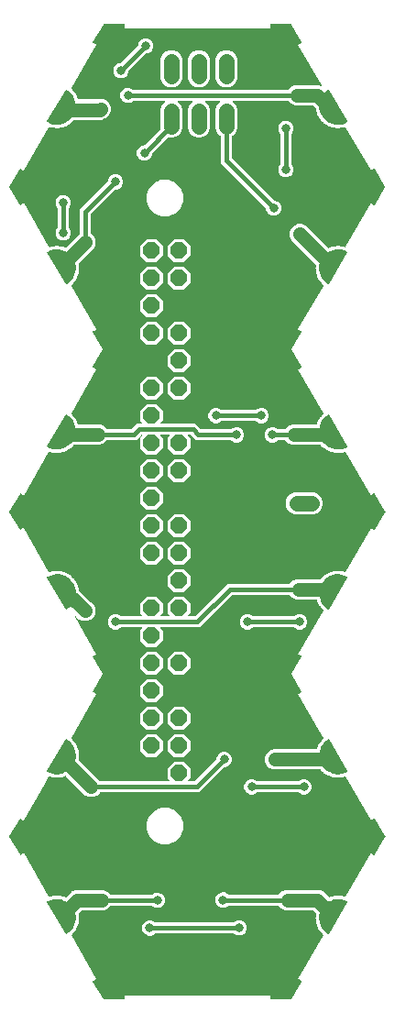
<source format=gbr>
G04 EAGLE Gerber RS-274X export*
G75*
%MOMM*%
%FSLAX34Y34*%
%LPD*%
%INBottom Copper*%
%IPPOS*%
%AMOC8*
5,1,8,0,0,1.08239X$1,22.5*%
G01*
%ADD10C,1.000000*%
%ADD11P,1.649562X8X292.500000*%
%ADD12C,1.422400*%
%ADD13C,0.806400*%
%ADD14C,0.406400*%
%ADD15C,1.270000*%

G36*
X762428Y339506D02*
X762428Y339506D01*
X762456Y339504D01*
X762524Y339526D01*
X762595Y339540D01*
X762618Y339556D01*
X762645Y339565D01*
X762700Y339612D01*
X762759Y339653D01*
X762774Y339677D01*
X762796Y339695D01*
X762827Y339760D01*
X762866Y339820D01*
X762871Y339848D01*
X762883Y339874D01*
X762892Y339975D01*
X762899Y340017D01*
X762897Y340027D01*
X762898Y340040D01*
X762655Y343090D01*
X762646Y343122D01*
X762642Y343169D01*
X762550Y343544D01*
X897451Y343551D01*
X897358Y343169D01*
X897356Y343135D01*
X897345Y343090D01*
X897102Y340040D01*
X897106Y340011D01*
X897101Y339983D01*
X897118Y339914D01*
X897126Y339842D01*
X897141Y339818D01*
X897147Y339790D01*
X897190Y339732D01*
X897226Y339670D01*
X897248Y339653D01*
X897265Y339630D01*
X897327Y339593D01*
X897384Y339550D01*
X897412Y339543D01*
X897436Y339528D01*
X897536Y339512D01*
X897577Y339501D01*
X897587Y339503D01*
X897600Y339501D01*
X916600Y339501D01*
X916676Y339516D01*
X916754Y339525D01*
X916773Y339536D01*
X916795Y339540D01*
X916859Y339584D01*
X916927Y339623D01*
X916943Y339642D01*
X916959Y339653D01*
X916983Y339691D01*
X917033Y339751D01*
X926533Y356251D01*
X926542Y356278D01*
X926558Y356302D01*
X926573Y356372D01*
X926596Y356440D01*
X926593Y356468D01*
X926599Y356496D01*
X926586Y356567D01*
X926580Y356638D01*
X926567Y356663D01*
X926561Y356691D01*
X926521Y356751D01*
X926488Y356814D01*
X926466Y356832D01*
X926450Y356856D01*
X926367Y356914D01*
X926335Y356941D01*
X926324Y356944D01*
X926314Y356951D01*
X923548Y358260D01*
X923515Y358268D01*
X923472Y358288D01*
X923119Y358390D01*
X925538Y362580D01*
X946471Y398836D01*
X946497Y398916D01*
X946529Y398995D01*
X946529Y399011D01*
X946534Y399026D01*
X946528Y399111D01*
X946527Y399195D01*
X946521Y399210D01*
X946520Y399226D01*
X946481Y399302D01*
X946448Y399379D01*
X946436Y399391D01*
X946429Y399405D01*
X946386Y399441D01*
X946321Y399507D01*
X945865Y399823D01*
X945835Y399991D01*
X945810Y400053D01*
X945794Y400118D01*
X945772Y400148D01*
X945761Y400177D01*
X945726Y400212D01*
X945689Y400264D01*
X945542Y400408D01*
X945486Y400444D01*
X945435Y400487D01*
X945400Y400499D01*
X945374Y400517D01*
X945325Y400525D01*
X945265Y400546D01*
X945096Y400572D01*
X944426Y401486D01*
X944397Y401511D01*
X944371Y401549D01*
X943558Y402340D01*
X943556Y402511D01*
X943542Y402576D01*
X943537Y402642D01*
X943521Y402676D01*
X943514Y402707D01*
X943486Y402747D01*
X943458Y402804D01*
X943336Y402970D01*
X943287Y403015D01*
X943244Y403066D01*
X943211Y403084D01*
X943188Y403105D01*
X943142Y403121D01*
X943086Y403152D01*
X942923Y403205D01*
X942412Y404217D01*
X942389Y404247D01*
X942368Y404288D01*
X941697Y405202D01*
X941723Y405371D01*
X941721Y405412D01*
X941726Y405438D01*
X941722Y405456D01*
X941726Y405504D01*
X941715Y405540D01*
X941714Y405571D01*
X941693Y405615D01*
X941675Y405677D01*
X941582Y405860D01*
X941541Y405913D01*
X941507Y405970D01*
X941477Y405993D01*
X941458Y406018D01*
X941415Y406042D01*
X941365Y406081D01*
X941214Y406160D01*
X940876Y407243D01*
X940858Y407276D01*
X940844Y407320D01*
X940333Y408332D01*
X940386Y408494D01*
X940394Y408560D01*
X940411Y408625D01*
X940406Y408662D01*
X940410Y408693D01*
X940397Y408740D01*
X940389Y408804D01*
X940327Y409000D01*
X940295Y409059D01*
X940271Y409121D01*
X940246Y409148D01*
X940231Y409176D01*
X940193Y409206D01*
X940149Y409253D01*
X940014Y409356D01*
X939859Y410480D01*
X939846Y410516D01*
X939840Y410561D01*
X939502Y411644D01*
X939582Y411795D01*
X939588Y411818D01*
X939599Y411835D01*
X939606Y411872D01*
X939627Y411920D01*
X939629Y411957D01*
X939638Y411987D01*
X939634Y412024D01*
X939635Y412032D01*
X939633Y412043D01*
X939635Y412100D01*
X939607Y412304D01*
X939585Y412366D01*
X939572Y412432D01*
X939551Y412463D01*
X939541Y412493D01*
X939508Y412529D01*
X939473Y412583D01*
X939356Y412707D01*
X939388Y413840D01*
X939381Y413877D01*
X939383Y413924D01*
X939228Y415047D01*
X939331Y415183D01*
X939360Y415243D01*
X939397Y415298D01*
X939405Y415335D01*
X939418Y415363D01*
X939421Y415412D01*
X939434Y415475D01*
X939440Y415680D01*
X939428Y415746D01*
X939426Y415813D01*
X939411Y415847D01*
X939406Y415878D01*
X939379Y415919D01*
X939354Y415978D01*
X939258Y416119D01*
X939477Y417232D01*
X939476Y417270D01*
X939486Y417315D01*
X939518Y418449D01*
X939642Y418566D01*
X939680Y418620D01*
X939726Y418669D01*
X939739Y418704D01*
X939757Y418730D01*
X939768Y418777D01*
X939791Y418837D01*
X939818Y418973D01*
X939818Y419030D01*
X939827Y419086D01*
X939817Y419129D01*
X939817Y419174D01*
X939795Y419226D01*
X939782Y419281D01*
X939754Y419321D01*
X939738Y419358D01*
X939708Y419387D01*
X939679Y419429D01*
X937109Y421999D01*
X937103Y422003D01*
X937098Y422009D01*
X937020Y422058D01*
X936943Y422110D01*
X936935Y422111D01*
X936928Y422115D01*
X936751Y422147D01*
X911260Y422147D01*
X907806Y423578D01*
X905107Y426277D01*
X905079Y426319D01*
X905074Y426322D01*
X905070Y426327D01*
X904990Y426377D01*
X904912Y426429D01*
X904905Y426430D01*
X904900Y426433D01*
X904722Y426465D01*
X858837Y426465D01*
X858829Y426464D01*
X858822Y426465D01*
X858732Y426444D01*
X858641Y426426D01*
X858634Y426421D01*
X858626Y426419D01*
X858478Y426317D01*
X857705Y425543D01*
X856805Y425171D01*
X855581Y424663D01*
X855102Y424465D01*
X852286Y424465D01*
X849683Y425543D01*
X847691Y427535D01*
X846613Y430138D01*
X846613Y432954D01*
X847691Y435557D01*
X849683Y437549D01*
X850606Y437931D01*
X851831Y438438D01*
X852286Y438627D01*
X855102Y438627D01*
X857705Y437549D01*
X858478Y436775D01*
X858485Y436771D01*
X858490Y436765D01*
X858568Y436716D01*
X858645Y436664D01*
X858653Y436663D01*
X858660Y436659D01*
X858837Y436627D01*
X904722Y436627D01*
X904729Y436628D01*
X904735Y436627D01*
X904827Y436648D01*
X904919Y436666D01*
X904924Y436670D01*
X904931Y436671D01*
X905007Y436726D01*
X905085Y436779D01*
X905088Y436784D01*
X905094Y436788D01*
X905117Y436825D01*
X907806Y439514D01*
X908883Y439960D01*
X910108Y440467D01*
X911260Y440945D01*
X942724Y440945D01*
X946178Y439514D01*
X948893Y436799D01*
X951623Y434068D01*
X951627Y434066D01*
X951630Y434062D01*
X951711Y434010D01*
X951790Y433957D01*
X951795Y433957D01*
X951799Y433954D01*
X951894Y433938D01*
X951987Y433920D01*
X951992Y433921D01*
X951996Y433920D01*
X952173Y433957D01*
X952304Y434010D01*
X952360Y434047D01*
X952420Y434076D01*
X952445Y434103D01*
X952472Y434121D01*
X952499Y434162D01*
X952542Y434209D01*
X952633Y434353D01*
X953740Y434600D01*
X953775Y434615D01*
X953820Y434625D01*
X954871Y435051D01*
X955028Y434984D01*
X955093Y434971D01*
X955156Y434949D01*
X955193Y434950D01*
X955224Y434944D01*
X955272Y434954D01*
X955336Y434956D01*
X955537Y435001D01*
X955598Y435028D01*
X955662Y435047D01*
X955691Y435070D01*
X955720Y435083D01*
X955754Y435118D01*
X955804Y435158D01*
X955918Y435285D01*
X957050Y435346D01*
X957087Y435356D01*
X957133Y435358D01*
X958240Y435605D01*
X958384Y435514D01*
X958446Y435490D01*
X958504Y435458D01*
X958541Y435453D01*
X958571Y435442D01*
X958620Y435443D01*
X958683Y435435D01*
X958889Y435447D01*
X958953Y435463D01*
X959019Y435471D01*
X959052Y435489D01*
X959083Y435497D01*
X959122Y435526D01*
X959178Y435557D01*
X959311Y435663D01*
X960438Y435538D01*
X960476Y435541D01*
X960522Y435536D01*
X961654Y435597D01*
X961781Y435483D01*
X961838Y435450D01*
X961890Y435408D01*
X961921Y435399D01*
X961941Y435387D01*
X961946Y435386D01*
X961953Y435382D01*
X962002Y435375D01*
X962063Y435357D01*
X962268Y435334D01*
X962334Y435340D01*
X962401Y435337D01*
X962436Y435349D01*
X962467Y435352D01*
X962511Y435375D01*
X962571Y435395D01*
X962720Y435479D01*
X963811Y435169D01*
X963849Y435166D01*
X963893Y435153D01*
X965020Y435028D01*
X965127Y434895D01*
X965178Y434852D01*
X965223Y434802D01*
X965256Y434786D01*
X965280Y434766D01*
X965327Y434751D01*
X965384Y434723D01*
X965582Y434667D01*
X965649Y434662D01*
X965714Y434648D01*
X965751Y434654D01*
X965782Y434652D01*
X965829Y434667D01*
X965892Y434678D01*
X966052Y434735D01*
X966528Y434510D01*
X966611Y434490D01*
X966692Y434464D01*
X966708Y434466D01*
X966723Y434462D01*
X966807Y434475D01*
X966891Y434483D01*
X966905Y434490D01*
X966921Y434493D01*
X966993Y434537D01*
X967068Y434577D01*
X967079Y434590D01*
X967092Y434598D01*
X967124Y434644D01*
X967184Y434715D01*
X990537Y475164D01*
X990831Y474882D01*
X990859Y474864D01*
X990893Y474831D01*
X993416Y473089D01*
X993443Y473078D01*
X993465Y473059D01*
X993534Y473039D01*
X993599Y473011D01*
X993628Y473011D01*
X993656Y473003D01*
X993727Y473011D01*
X993798Y473011D01*
X993825Y473022D01*
X993854Y473025D01*
X993916Y473060D01*
X993981Y473088D01*
X994002Y473108D01*
X994027Y473123D01*
X994090Y473200D01*
X994120Y473230D01*
X994124Y473240D01*
X994133Y473251D01*
X1003633Y489751D01*
X1003643Y489783D01*
X1003652Y489796D01*
X1003656Y489820D01*
X1003657Y489824D01*
X1003688Y489894D01*
X1003688Y489918D01*
X1003696Y489940D01*
X1003690Y490016D01*
X1003691Y490093D01*
X1003681Y490117D01*
X1003680Y490138D01*
X1003659Y490177D01*
X1003633Y490249D01*
X994133Y506749D01*
X994114Y506771D01*
X994101Y506797D01*
X994048Y506845D01*
X994001Y506898D01*
X993975Y506911D01*
X993954Y506930D01*
X993886Y506953D01*
X993822Y506984D01*
X993793Y506986D01*
X993766Y506995D01*
X993694Y506990D01*
X993623Y506993D01*
X993596Y506983D01*
X993567Y506981D01*
X993477Y506939D01*
X993437Y506924D01*
X993429Y506917D01*
X993416Y506911D01*
X990893Y505169D01*
X990869Y505145D01*
X990831Y505118D01*
X990531Y504830D01*
X967180Y545283D01*
X967124Y545347D01*
X967072Y545414D01*
X967058Y545422D01*
X967048Y545433D01*
X966972Y545470D01*
X966897Y545512D01*
X966882Y545514D01*
X966867Y545521D01*
X966783Y545525D01*
X966698Y545535D01*
X966682Y545531D01*
X966667Y545531D01*
X966614Y545512D01*
X966524Y545488D01*
X966052Y545265D01*
X965892Y545322D01*
X965826Y545332D01*
X965762Y545350D01*
X965724Y545347D01*
X965693Y545351D01*
X965646Y545339D01*
X965582Y545333D01*
X965384Y545277D01*
X965325Y545246D01*
X965262Y545224D01*
X965234Y545199D01*
X965206Y545185D01*
X965175Y545147D01*
X965127Y545105D01*
X965020Y544972D01*
X963893Y544847D01*
X963857Y544835D01*
X963811Y544831D01*
X962720Y544521D01*
X962571Y544605D01*
X962508Y544625D01*
X962448Y544654D01*
X962410Y544656D01*
X962380Y544666D01*
X962332Y544661D01*
X962268Y544666D01*
X962063Y544643D01*
X962000Y544623D01*
X961934Y544611D01*
X961902Y544592D01*
X961872Y544582D01*
X961835Y544550D01*
X961781Y544517D01*
X961654Y544403D01*
X960522Y544464D01*
X960484Y544459D01*
X960438Y544462D01*
X959311Y544337D01*
X959178Y544443D01*
X959118Y544474D01*
X959064Y544512D01*
X959028Y544520D01*
X959000Y544535D01*
X958951Y544539D01*
X958889Y544553D01*
X958683Y544565D01*
X958617Y544555D01*
X958550Y544554D01*
X958516Y544540D01*
X958485Y544536D01*
X958443Y544510D01*
X958384Y544486D01*
X958240Y544395D01*
X957133Y544642D01*
X957095Y544643D01*
X957050Y544654D01*
X955918Y544715D01*
X955804Y544842D01*
X955751Y544882D01*
X955703Y544929D01*
X955669Y544943D01*
X955643Y544962D01*
X955596Y544974D01*
X955537Y544999D01*
X955336Y545044D01*
X955270Y545045D01*
X955204Y545055D01*
X955167Y545047D01*
X955136Y545048D01*
X955090Y545030D01*
X955028Y545016D01*
X954871Y544949D01*
X953820Y545375D01*
X953782Y545382D01*
X953740Y545400D01*
X952633Y545647D01*
X952542Y545791D01*
X952496Y545840D01*
X952457Y545893D01*
X952425Y545913D01*
X952403Y545936D01*
X952358Y545956D01*
X952304Y545990D01*
X952114Y546067D01*
X952048Y546079D01*
X951985Y546100D01*
X951948Y546098D01*
X951917Y546104D01*
X951869Y546094D01*
X951805Y546090D01*
X951639Y546051D01*
X950673Y546644D01*
X950637Y546657D01*
X950598Y546681D01*
X949547Y547107D01*
X949481Y547264D01*
X949443Y547319D01*
X949413Y547379D01*
X949386Y547404D01*
X949368Y547430D01*
X949327Y547457D01*
X949279Y547499D01*
X949104Y547607D01*
X949041Y547630D01*
X948982Y547661D01*
X948945Y547665D01*
X948915Y547676D01*
X948866Y547674D01*
X948803Y547681D01*
X948633Y547669D01*
X947777Y548413D01*
X947744Y548432D01*
X947710Y548462D01*
X946743Y549055D01*
X946704Y549221D01*
X946676Y549282D01*
X946656Y549346D01*
X946633Y549375D01*
X946619Y549403D01*
X946583Y549436D01*
X946543Y549486D01*
X946388Y549621D01*
X946330Y549654D01*
X946277Y549694D01*
X946241Y549705D01*
X946214Y549720D01*
X946165Y549726D01*
X946104Y549743D01*
X945934Y549760D01*
X945212Y550634D01*
X945183Y550658D01*
X945154Y550694D01*
X944298Y551438D01*
X944296Y551469D01*
X944273Y551554D01*
X944254Y551640D01*
X944246Y551650D01*
X944243Y551663D01*
X944189Y551732D01*
X944138Y551803D01*
X944127Y551810D01*
X944119Y551820D01*
X944042Y551863D01*
X943968Y551909D01*
X943954Y551912D01*
X943944Y551917D01*
X943889Y551923D01*
X943790Y551941D01*
X899830Y551941D01*
X896376Y553372D01*
X893732Y556016D01*
X892301Y559470D01*
X892301Y563210D01*
X893732Y566664D01*
X896376Y569308D01*
X896378Y569309D01*
X897603Y569816D01*
X898827Y570323D01*
X898828Y570323D01*
X899830Y570739D01*
X939873Y570739D01*
X939902Y570745D01*
X939931Y570742D01*
X939999Y570764D01*
X940069Y570778D01*
X940094Y570795D01*
X940122Y570804D01*
X940176Y570851D01*
X940235Y570891D01*
X940251Y570916D01*
X940274Y570935D01*
X940314Y571012D01*
X940344Y571059D01*
X940348Y571077D01*
X940357Y571095D01*
X940389Y571196D01*
X940396Y571263D01*
X940411Y571327D01*
X940406Y571364D01*
X940409Y571396D01*
X940395Y571443D01*
X940386Y571506D01*
X940333Y571668D01*
X940844Y572680D01*
X940854Y572717D01*
X940876Y572757D01*
X941214Y573840D01*
X941365Y573919D01*
X941416Y573961D01*
X941473Y573996D01*
X941496Y574026D01*
X941520Y574045D01*
X941543Y574089D01*
X941582Y574140D01*
X941675Y574323D01*
X941692Y574388D01*
X941719Y574449D01*
X941720Y574486D01*
X941728Y574517D01*
X941722Y574565D01*
X941723Y574629D01*
X941697Y574798D01*
X942368Y575712D01*
X942384Y575746D01*
X942412Y575783D01*
X942923Y576795D01*
X943086Y576848D01*
X943143Y576881D01*
X943205Y576906D01*
X943232Y576932D01*
X943260Y576947D01*
X943290Y576986D01*
X943336Y577030D01*
X943458Y577196D01*
X943486Y577256D01*
X943522Y577313D01*
X943529Y577349D01*
X943542Y577378D01*
X943544Y577427D01*
X943556Y577489D01*
X943558Y577660D01*
X944371Y578451D01*
X944392Y578483D01*
X944426Y578514D01*
X945096Y579428D01*
X945265Y579454D01*
X945328Y579477D01*
X945393Y579491D01*
X945424Y579512D01*
X945453Y579523D01*
X945489Y579557D01*
X945542Y579592D01*
X945689Y579736D01*
X945727Y579791D01*
X945772Y579840D01*
X945785Y579875D01*
X945803Y579901D01*
X945812Y579949D01*
X945835Y580009D01*
X945865Y580177D01*
X946320Y580493D01*
X946378Y580554D01*
X946440Y580611D01*
X946447Y580626D01*
X946458Y580637D01*
X946489Y580716D01*
X946524Y580793D01*
X946524Y580809D01*
X946530Y580824D01*
X946528Y580909D01*
X946530Y580993D01*
X946525Y581010D01*
X946524Y581025D01*
X946501Y581076D01*
X946481Y581132D01*
X946478Y581142D01*
X946476Y581146D01*
X946470Y581163D01*
X939018Y594072D01*
X923119Y621610D01*
X923472Y621712D01*
X923502Y621728D01*
X923548Y621740D01*
X926314Y623049D01*
X926336Y623066D01*
X926363Y623076D01*
X926415Y623125D01*
X926473Y623168D01*
X926487Y623193D01*
X926508Y623212D01*
X926537Y623278D01*
X926573Y623340D01*
X926576Y623368D01*
X926588Y623394D01*
X926589Y623466D01*
X926598Y623537D01*
X926590Y623564D01*
X926591Y623593D01*
X926555Y623688D01*
X926544Y623728D01*
X926537Y623737D01*
X926533Y623749D01*
X917176Y640000D01*
X926533Y656251D01*
X926542Y656278D01*
X926558Y656302D01*
X926573Y656372D01*
X926596Y656440D01*
X926593Y656468D01*
X926599Y656496D01*
X926586Y656567D01*
X926580Y656638D01*
X926567Y656663D01*
X926561Y656691D01*
X926521Y656751D01*
X926488Y656814D01*
X926466Y656832D01*
X926450Y656856D01*
X926367Y656914D01*
X926335Y656941D01*
X926324Y656944D01*
X926314Y656951D01*
X923548Y658260D01*
X923515Y658268D01*
X923472Y658288D01*
X923119Y658390D01*
X946471Y698836D01*
X946497Y698916D01*
X946529Y698995D01*
X946529Y699011D01*
X946534Y699026D01*
X946528Y699111D01*
X946527Y699195D01*
X946521Y699210D01*
X946520Y699226D01*
X946481Y699302D01*
X946448Y699379D01*
X946436Y699391D01*
X946429Y699405D01*
X946386Y699441D01*
X946321Y699507D01*
X945865Y699823D01*
X945835Y699991D01*
X945810Y700053D01*
X945794Y700117D01*
X945772Y700148D01*
X945761Y700177D01*
X945726Y700212D01*
X945689Y700264D01*
X945542Y700408D01*
X945486Y700444D01*
X945435Y700487D01*
X945400Y700499D01*
X945374Y700517D01*
X945325Y700525D01*
X945265Y700546D01*
X945096Y700572D01*
X944426Y701486D01*
X944397Y701511D01*
X944371Y701549D01*
X943558Y702340D01*
X943556Y702511D01*
X943542Y702576D01*
X943537Y702642D01*
X943521Y702676D01*
X943514Y702707D01*
X943486Y702747D01*
X943458Y702804D01*
X943336Y702970D01*
X943287Y703015D01*
X943244Y703066D01*
X943211Y703084D01*
X943188Y703105D01*
X943142Y703121D01*
X943086Y703152D01*
X942923Y703205D01*
X942412Y704217D01*
X942389Y704247D01*
X942368Y704288D01*
X941697Y705202D01*
X941723Y705371D01*
X941720Y705438D01*
X941726Y705504D01*
X941715Y705540D01*
X941714Y705571D01*
X941693Y705615D01*
X941675Y705677D01*
X941582Y705860D01*
X941541Y705913D01*
X941507Y705970D01*
X941477Y705993D01*
X941458Y706018D01*
X941415Y706042D01*
X941365Y706081D01*
X941214Y706160D01*
X940876Y707243D01*
X940858Y707276D01*
X940844Y707320D01*
X940333Y708332D01*
X940367Y708436D01*
X940377Y708520D01*
X940392Y708604D01*
X940389Y708619D01*
X940391Y708635D01*
X940367Y708717D01*
X940349Y708800D01*
X940340Y708813D01*
X940336Y708827D01*
X940282Y708894D01*
X940233Y708963D01*
X940220Y708972D01*
X940210Y708984D01*
X940135Y709024D01*
X940063Y709069D01*
X940046Y709072D01*
X940034Y709079D01*
X939978Y709085D01*
X939885Y709101D01*
X921420Y709101D01*
X917966Y710532D01*
X915267Y713231D01*
X915239Y713273D01*
X915234Y713276D01*
X915230Y713281D01*
X915150Y713331D01*
X915072Y713383D01*
X915065Y713384D01*
X915060Y713387D01*
X914882Y713419D01*
X862235Y713419D01*
X862227Y713418D01*
X862219Y713419D01*
X862129Y713398D01*
X862038Y713380D01*
X862032Y713375D01*
X862024Y713373D01*
X861876Y713271D01*
X831865Y683259D01*
X796153Y683259D01*
X796151Y683259D01*
X796148Y683259D01*
X796053Y683239D01*
X795957Y683220D01*
X795954Y683218D01*
X795952Y683218D01*
X795871Y683162D01*
X795791Y683107D01*
X795789Y683105D01*
X795787Y683103D01*
X795734Y683020D01*
X795682Y682939D01*
X795681Y682936D01*
X795680Y682934D01*
X795663Y682838D01*
X795646Y682742D01*
X795647Y682739D01*
X795646Y682737D01*
X795668Y682642D01*
X795690Y682546D01*
X795691Y682544D01*
X795692Y682541D01*
X795794Y682393D01*
X798069Y680119D01*
X798069Y671281D01*
X791819Y665031D01*
X782981Y665031D01*
X776731Y671281D01*
X776731Y680119D01*
X779006Y682393D01*
X779007Y682396D01*
X779009Y682397D01*
X779062Y682478D01*
X779116Y682560D01*
X779117Y682563D01*
X779118Y682565D01*
X779136Y682661D01*
X779154Y682757D01*
X779154Y682760D01*
X779154Y682762D01*
X779133Y682859D01*
X779112Y682953D01*
X779111Y682955D01*
X779110Y682958D01*
X779054Y683038D01*
X778998Y683118D01*
X778996Y683119D01*
X778994Y683121D01*
X778912Y683173D01*
X778829Y683225D01*
X778826Y683226D01*
X778824Y683227D01*
X778647Y683259D01*
X759523Y683259D01*
X759515Y683258D01*
X759508Y683259D01*
X759418Y683238D01*
X759327Y683220D01*
X759320Y683215D01*
X759312Y683213D01*
X759164Y683111D01*
X758391Y682337D01*
X757188Y681839D01*
X755964Y681332D01*
X755788Y681259D01*
X752972Y681259D01*
X750369Y682337D01*
X748377Y684329D01*
X747299Y686932D01*
X747299Y689748D01*
X748377Y692351D01*
X750369Y694343D01*
X750989Y694600D01*
X752214Y695107D01*
X752972Y695421D01*
X755788Y695421D01*
X758391Y694343D01*
X759164Y693569D01*
X759171Y693565D01*
X759176Y693559D01*
X759254Y693510D01*
X759331Y693458D01*
X759339Y693457D01*
X759346Y693453D01*
X759523Y693421D01*
X778767Y693421D01*
X778769Y693421D01*
X778772Y693421D01*
X778867Y693441D01*
X778963Y693460D01*
X778966Y693462D01*
X778968Y693462D01*
X779049Y693518D01*
X779129Y693573D01*
X779131Y693575D01*
X779133Y693577D01*
X779186Y693660D01*
X779238Y693741D01*
X779239Y693744D01*
X779240Y693746D01*
X779257Y693842D01*
X779274Y693938D01*
X779273Y693941D01*
X779274Y693943D01*
X779252Y694037D01*
X779230Y694134D01*
X779229Y694136D01*
X779228Y694139D01*
X779126Y694287D01*
X776731Y696681D01*
X776731Y705519D01*
X782981Y711769D01*
X791819Y711769D01*
X798069Y705519D01*
X798069Y696681D01*
X795674Y694287D01*
X795673Y694284D01*
X795671Y694283D01*
X795618Y694202D01*
X795564Y694120D01*
X795563Y694117D01*
X795562Y694115D01*
X795544Y694019D01*
X795526Y693923D01*
X795526Y693920D01*
X795526Y693918D01*
X795547Y693821D01*
X795568Y693727D01*
X795569Y693725D01*
X795570Y693722D01*
X795626Y693642D01*
X795682Y693562D01*
X795684Y693561D01*
X795686Y693559D01*
X795768Y693507D01*
X795851Y693455D01*
X795854Y693454D01*
X795856Y693453D01*
X796033Y693421D01*
X804167Y693421D01*
X804169Y693421D01*
X804172Y693421D01*
X804267Y693441D01*
X804363Y693460D01*
X804366Y693462D01*
X804368Y693462D01*
X804449Y693518D01*
X804529Y693573D01*
X804531Y693575D01*
X804533Y693577D01*
X804586Y693660D01*
X804638Y693741D01*
X804639Y693744D01*
X804640Y693746D01*
X804657Y693842D01*
X804674Y693938D01*
X804673Y693941D01*
X804674Y693943D01*
X804652Y694037D01*
X804630Y694134D01*
X804629Y694136D01*
X804628Y694139D01*
X804526Y694287D01*
X802131Y696681D01*
X802131Y705519D01*
X808381Y711769D01*
X817219Y711769D01*
X823469Y705519D01*
X823469Y696681D01*
X821074Y694287D01*
X821073Y694284D01*
X821071Y694283D01*
X821018Y694202D01*
X820964Y694120D01*
X820963Y694117D01*
X820962Y694115D01*
X820944Y694019D01*
X820926Y693923D01*
X820926Y693920D01*
X820926Y693918D01*
X820947Y693821D01*
X820968Y693727D01*
X820969Y693725D01*
X820970Y693722D01*
X821026Y693642D01*
X821082Y693562D01*
X821084Y693561D01*
X821086Y693559D01*
X821168Y693507D01*
X821251Y693455D01*
X821254Y693454D01*
X821256Y693453D01*
X821433Y693421D01*
X827445Y693421D01*
X827453Y693422D01*
X827461Y693421D01*
X827551Y693442D01*
X827642Y693460D01*
X827648Y693465D01*
X827656Y693467D01*
X827804Y693569D01*
X857815Y723581D01*
X914882Y723581D01*
X914889Y723582D01*
X914895Y723581D01*
X914987Y723602D01*
X915079Y723620D01*
X915084Y723624D01*
X915091Y723625D01*
X915167Y723680D01*
X915245Y723733D01*
X915248Y723738D01*
X915254Y723742D01*
X915277Y723779D01*
X917966Y726468D01*
X918179Y726556D01*
X918180Y726556D01*
X919404Y727064D01*
X920629Y727571D01*
X921420Y727899D01*
X943764Y727899D01*
X943795Y727905D01*
X943828Y727903D01*
X943892Y727925D01*
X943960Y727938D01*
X943987Y727957D01*
X944017Y727967D01*
X944080Y728020D01*
X944126Y728051D01*
X944137Y728068D01*
X944155Y728083D01*
X944172Y728104D01*
X944203Y728163D01*
X944242Y728217D01*
X944252Y728253D01*
X944266Y728281D01*
X944271Y728330D01*
X944287Y728391D01*
X944298Y728562D01*
X945154Y729306D01*
X945177Y729336D01*
X945212Y729366D01*
X945934Y730240D01*
X946104Y730257D01*
X946167Y730276D01*
X946233Y730287D01*
X946265Y730306D01*
X946295Y730315D01*
X946333Y730346D01*
X946388Y730379D01*
X946543Y730514D01*
X946584Y730567D01*
X946631Y730614D01*
X946646Y730648D01*
X946665Y730673D01*
X946678Y730720D01*
X946704Y730779D01*
X946743Y730945D01*
X947710Y731538D01*
X947738Y731564D01*
X947777Y731587D01*
X948633Y732331D01*
X948803Y732319D01*
X948869Y732328D01*
X948936Y732328D01*
X948970Y732341D01*
X949002Y732345D01*
X949044Y732370D01*
X949104Y732393D01*
X949279Y732501D01*
X949328Y732546D01*
X949382Y732585D01*
X949403Y732616D01*
X949426Y732637D01*
X949446Y732682D01*
X949481Y732736D01*
X949547Y732893D01*
X950598Y733319D01*
X950630Y733340D01*
X950673Y733356D01*
X951639Y733949D01*
X951805Y733910D01*
X951871Y733907D01*
X951937Y733896D01*
X951974Y733904D01*
X952005Y733903D01*
X952051Y733920D01*
X952114Y733933D01*
X952304Y734010D01*
X952360Y734047D01*
X952420Y734076D01*
X952445Y734103D01*
X952471Y734121D01*
X952499Y734162D01*
X952542Y734209D01*
X952633Y734353D01*
X953740Y734600D01*
X953775Y734615D01*
X953820Y734625D01*
X954871Y735051D01*
X955028Y734984D01*
X955093Y734971D01*
X955156Y734949D01*
X955193Y734950D01*
X955224Y734944D01*
X955272Y734954D01*
X955336Y734956D01*
X955537Y735001D01*
X955598Y735028D01*
X955662Y735047D01*
X955691Y735070D01*
X955720Y735083D01*
X955754Y735118D01*
X955804Y735158D01*
X955918Y735285D01*
X957050Y735346D01*
X957087Y735356D01*
X957133Y735358D01*
X958240Y735605D01*
X958384Y735514D01*
X958446Y735490D01*
X958504Y735458D01*
X958541Y735453D01*
X958571Y735442D01*
X958620Y735443D01*
X958683Y735435D01*
X958889Y735447D01*
X958953Y735463D01*
X959019Y735471D01*
X959052Y735489D01*
X959083Y735497D01*
X959122Y735526D01*
X959178Y735557D01*
X959311Y735663D01*
X960438Y735538D01*
X960476Y735541D01*
X960522Y735536D01*
X961654Y735597D01*
X961781Y735483D01*
X961838Y735450D01*
X961890Y735408D01*
X961926Y735398D01*
X961953Y735382D01*
X962002Y735375D01*
X962063Y735357D01*
X962268Y735334D01*
X962334Y735340D01*
X962401Y735337D01*
X962436Y735349D01*
X962467Y735352D01*
X962511Y735375D01*
X962571Y735395D01*
X962720Y735479D01*
X963811Y735169D01*
X963849Y735166D01*
X963893Y735153D01*
X965020Y735028D01*
X965127Y734895D01*
X965178Y734852D01*
X965222Y734802D01*
X965256Y734786D01*
X965280Y734766D01*
X965327Y734751D01*
X965384Y734723D01*
X965582Y734667D01*
X965649Y734662D01*
X965714Y734648D01*
X965751Y734654D01*
X965782Y734652D01*
X965829Y734667D01*
X965892Y734678D01*
X966052Y734735D01*
X966528Y734510D01*
X966611Y734490D01*
X966692Y734464D01*
X966708Y734466D01*
X966723Y734462D01*
X966807Y734475D01*
X966891Y734483D01*
X966905Y734490D01*
X966921Y734493D01*
X966993Y734537D01*
X967068Y734577D01*
X967079Y734590D01*
X967092Y734598D01*
X967124Y734644D01*
X967184Y734715D01*
X990537Y775164D01*
X990831Y774882D01*
X990859Y774864D01*
X990893Y774831D01*
X993416Y773089D01*
X993443Y773078D01*
X993465Y773059D01*
X993534Y773039D01*
X993599Y773011D01*
X993628Y773011D01*
X993656Y773003D01*
X993727Y773011D01*
X993798Y773011D01*
X993825Y773022D01*
X993854Y773025D01*
X993916Y773060D01*
X993981Y773088D01*
X994002Y773108D01*
X994027Y773123D01*
X994090Y773200D01*
X994120Y773230D01*
X994124Y773240D01*
X994133Y773251D01*
X1003633Y789751D01*
X1003643Y789783D01*
X1003652Y789796D01*
X1003656Y789820D01*
X1003657Y789824D01*
X1003688Y789894D01*
X1003688Y789918D01*
X1003696Y789940D01*
X1003690Y790016D01*
X1003691Y790093D01*
X1003681Y790117D01*
X1003680Y790138D01*
X1003659Y790177D01*
X1003633Y790249D01*
X994133Y806749D01*
X994114Y806771D01*
X994101Y806797D01*
X994048Y806845D01*
X994001Y806898D01*
X993975Y806911D01*
X993954Y806930D01*
X993886Y806953D01*
X993822Y806984D01*
X993793Y806986D01*
X993766Y806995D01*
X993694Y806990D01*
X993623Y806993D01*
X993596Y806983D01*
X993567Y806981D01*
X993477Y806939D01*
X993437Y806924D01*
X993429Y806917D01*
X993416Y806911D01*
X990893Y805169D01*
X990869Y805145D01*
X990831Y805118D01*
X990516Y804816D01*
X967162Y845274D01*
X967106Y845338D01*
X967054Y845405D01*
X967040Y845413D01*
X967030Y845425D01*
X966953Y845462D01*
X966879Y845503D01*
X966863Y845505D01*
X966849Y845512D01*
X966764Y845517D01*
X966680Y845526D01*
X966664Y845522D01*
X966649Y845523D01*
X966596Y845504D01*
X966506Y845479D01*
X966052Y845265D01*
X965892Y845322D01*
X965826Y845332D01*
X965762Y845350D01*
X965724Y845347D01*
X965693Y845351D01*
X965646Y845339D01*
X965582Y845333D01*
X965384Y845277D01*
X965325Y845246D01*
X965262Y845224D01*
X965234Y845200D01*
X965206Y845185D01*
X965175Y845147D01*
X965127Y845105D01*
X965020Y844972D01*
X963893Y844847D01*
X963857Y844835D01*
X963811Y844831D01*
X962720Y844521D01*
X962571Y844605D01*
X962508Y844625D01*
X962447Y844654D01*
X962410Y844656D01*
X962380Y844666D01*
X962331Y844661D01*
X962268Y844666D01*
X962063Y844643D01*
X962000Y844623D01*
X961934Y844611D01*
X961902Y844592D01*
X961872Y844582D01*
X961835Y844550D01*
X961781Y844517D01*
X961654Y844403D01*
X960522Y844464D01*
X960484Y844459D01*
X960438Y844462D01*
X959311Y844337D01*
X959178Y844443D01*
X959118Y844474D01*
X959064Y844512D01*
X959028Y844520D01*
X959000Y844535D01*
X958951Y844539D01*
X958889Y844553D01*
X958683Y844565D01*
X958617Y844555D01*
X958550Y844554D01*
X958516Y844540D01*
X958485Y844536D01*
X958443Y844510D01*
X958384Y844486D01*
X958240Y844395D01*
X957133Y844642D01*
X957095Y844643D01*
X957050Y844654D01*
X955918Y844715D01*
X955804Y844842D01*
X955751Y844882D01*
X955703Y844929D01*
X955669Y844943D01*
X955643Y844962D01*
X955596Y844974D01*
X955537Y844999D01*
X955336Y845044D01*
X955270Y845045D01*
X955204Y845055D01*
X955167Y845047D01*
X955136Y845048D01*
X955090Y845030D01*
X955028Y845016D01*
X954871Y844949D01*
X953820Y845375D01*
X953782Y845382D01*
X953740Y845400D01*
X952633Y845647D01*
X952542Y845791D01*
X952496Y845840D01*
X952457Y845893D01*
X952425Y845913D01*
X952403Y845936D01*
X952358Y845956D01*
X952304Y845990D01*
X952114Y846067D01*
X952048Y846079D01*
X951985Y846100D01*
X951948Y846098D01*
X951917Y846104D01*
X951869Y846094D01*
X951805Y846090D01*
X951639Y846051D01*
X950673Y846644D01*
X950637Y846657D01*
X950598Y846681D01*
X949547Y847107D01*
X949481Y847264D01*
X949443Y847319D01*
X949413Y847379D01*
X949386Y847404D01*
X949368Y847430D01*
X949327Y847457D01*
X949279Y847499D01*
X949104Y847607D01*
X949041Y847630D01*
X948982Y847661D01*
X948945Y847665D01*
X948915Y847676D01*
X948866Y847674D01*
X948803Y847681D01*
X948633Y847669D01*
X947777Y848413D01*
X947744Y848432D01*
X947710Y848462D01*
X946743Y849055D01*
X946704Y849221D01*
X946676Y849282D01*
X946656Y849346D01*
X946633Y849375D01*
X946619Y849403D01*
X946583Y849436D01*
X946543Y849486D01*
X946388Y849621D01*
X946330Y849654D01*
X946277Y849694D01*
X946241Y849705D01*
X946214Y849720D01*
X946165Y849726D01*
X946104Y849743D01*
X945934Y849760D01*
X945212Y850634D01*
X945194Y850649D01*
X945190Y850655D01*
X945181Y850661D01*
X945154Y850694D01*
X944298Y851438D01*
X944287Y851609D01*
X944269Y851673D01*
X944260Y851739D01*
X944242Y851771D01*
X944233Y851802D01*
X944203Y851840D01*
X944172Y851896D01*
X944155Y851917D01*
X944130Y851937D01*
X944111Y851963D01*
X944053Y852000D01*
X943999Y852043D01*
X943968Y852052D01*
X943941Y852069D01*
X943860Y852084D01*
X943807Y852099D01*
X943787Y852097D01*
X943764Y852101D01*
X922513Y852101D01*
X922504Y852099D01*
X922495Y852101D01*
X922319Y852063D01*
X922316Y852062D01*
X921607Y851768D01*
X921350Y851661D01*
X917610Y851661D01*
X914156Y853092D01*
X911457Y855791D01*
X911429Y855833D01*
X911424Y855836D01*
X911420Y855841D01*
X911340Y855891D01*
X911262Y855943D01*
X911255Y855944D01*
X911250Y855947D01*
X911072Y855979D01*
X904303Y855979D01*
X904295Y855978D01*
X904288Y855979D01*
X904198Y855958D01*
X904107Y855940D01*
X904100Y855935D01*
X904092Y855933D01*
X903944Y855831D01*
X903171Y855057D01*
X902577Y854811D01*
X901353Y854304D01*
X900568Y853979D01*
X897752Y853979D01*
X895149Y855057D01*
X893157Y857049D01*
X892079Y859652D01*
X892079Y862468D01*
X893157Y865071D01*
X895149Y867063D01*
X895153Y867065D01*
X896378Y867572D01*
X897603Y868079D01*
X897752Y868141D01*
X900568Y868141D01*
X903171Y867063D01*
X903944Y866289D01*
X903951Y866285D01*
X903956Y866279D01*
X904034Y866230D01*
X904111Y866178D01*
X904119Y866177D01*
X904126Y866173D01*
X904303Y866141D01*
X911072Y866141D01*
X911079Y866142D01*
X911085Y866141D01*
X911177Y866162D01*
X911269Y866180D01*
X911274Y866184D01*
X911281Y866185D01*
X911357Y866240D01*
X911435Y866293D01*
X911438Y866298D01*
X911444Y866302D01*
X911467Y866339D01*
X914596Y869468D01*
X914917Y869601D01*
X916142Y870108D01*
X917366Y870615D01*
X918050Y870899D01*
X939885Y870899D01*
X939969Y870916D01*
X940053Y870927D01*
X940067Y870935D01*
X940082Y870938D01*
X940152Y870986D01*
X940226Y871030D01*
X940235Y871042D01*
X940248Y871051D01*
X940294Y871122D01*
X940345Y871191D01*
X940348Y871206D01*
X940357Y871219D01*
X940372Y871303D01*
X940392Y871386D01*
X940390Y871402D01*
X940392Y871416D01*
X940380Y871471D01*
X940367Y871564D01*
X940333Y871668D01*
X940844Y872680D01*
X940854Y872717D01*
X940876Y872757D01*
X941214Y873840D01*
X941365Y873919D01*
X941416Y873961D01*
X941473Y873996D01*
X941496Y874026D01*
X941520Y874045D01*
X941543Y874089D01*
X941582Y874140D01*
X941675Y874323D01*
X941692Y874388D01*
X941719Y874449D01*
X941720Y874486D01*
X941728Y874517D01*
X941722Y874565D01*
X941723Y874629D01*
X941697Y874798D01*
X942368Y875712D01*
X942384Y875746D01*
X942412Y875783D01*
X942923Y876795D01*
X943086Y876848D01*
X943143Y876881D01*
X943205Y876906D01*
X943232Y876932D01*
X943260Y876947D01*
X943290Y876986D01*
X943336Y877030D01*
X943458Y877196D01*
X943486Y877256D01*
X943522Y877313D01*
X943529Y877349D01*
X943542Y877378D01*
X943544Y877427D01*
X943556Y877489D01*
X943558Y877660D01*
X944371Y878451D01*
X944392Y878483D01*
X944426Y878514D01*
X945096Y879428D01*
X945265Y879454D01*
X945328Y879477D01*
X945393Y879491D01*
X945424Y879512D01*
X945453Y879523D01*
X945489Y879557D01*
X945542Y879592D01*
X945689Y879736D01*
X945727Y879791D01*
X945772Y879840D01*
X945785Y879875D01*
X945803Y879901D01*
X945812Y879949D01*
X945835Y880009D01*
X945865Y880177D01*
X946303Y880481D01*
X946361Y880542D01*
X946424Y880599D01*
X946431Y880614D01*
X946442Y880626D01*
X946472Y880705D01*
X946507Y880781D01*
X946508Y880798D01*
X946514Y880813D01*
X946511Y880898D01*
X946514Y880982D01*
X946508Y880998D01*
X946508Y881013D01*
X946484Y881064D01*
X946453Y881151D01*
X923102Y921605D01*
X923472Y921712D01*
X923502Y921728D01*
X923548Y921740D01*
X926314Y923049D01*
X926336Y923066D01*
X926363Y923076D01*
X926415Y923125D01*
X926473Y923168D01*
X926487Y923193D01*
X926508Y923212D01*
X926537Y923278D01*
X926573Y923340D01*
X926576Y923368D01*
X926588Y923394D01*
X926589Y923466D01*
X926598Y923537D01*
X926590Y923564D01*
X926591Y923593D01*
X926555Y923688D01*
X926544Y923728D01*
X926537Y923737D01*
X926533Y923749D01*
X917176Y940000D01*
X926533Y956251D01*
X926542Y956278D01*
X926558Y956302D01*
X926573Y956372D01*
X926596Y956440D01*
X926593Y956468D01*
X926599Y956496D01*
X926586Y956567D01*
X926580Y956638D01*
X926567Y956663D01*
X926561Y956691D01*
X926521Y956751D01*
X926488Y956814D01*
X926466Y956832D01*
X926450Y956856D01*
X926367Y956914D01*
X926335Y956941D01*
X926324Y956944D01*
X926314Y956951D01*
X923548Y958260D01*
X923515Y958268D01*
X923472Y958288D01*
X923119Y958390D01*
X946471Y998836D01*
X946497Y998916D01*
X946529Y998995D01*
X946529Y999011D01*
X946534Y999026D01*
X946528Y999111D01*
X946527Y999195D01*
X946521Y999210D01*
X946520Y999226D01*
X946481Y999302D01*
X946448Y999379D01*
X946436Y999391D01*
X946429Y999405D01*
X946386Y999441D01*
X946321Y999507D01*
X945865Y999823D01*
X945835Y999991D01*
X945810Y1000053D01*
X945794Y1000117D01*
X945772Y1000148D01*
X945761Y1000177D01*
X945727Y1000212D01*
X945689Y1000264D01*
X945542Y1000408D01*
X945486Y1000444D01*
X945435Y1000487D01*
X945400Y1000499D01*
X945374Y1000516D01*
X945325Y1000525D01*
X945265Y1000546D01*
X945096Y1000572D01*
X944426Y1001486D01*
X944397Y1001511D01*
X944371Y1001549D01*
X943558Y1002340D01*
X943556Y1002511D01*
X943542Y1002576D01*
X943537Y1002642D01*
X943521Y1002676D01*
X943514Y1002707D01*
X943486Y1002747D01*
X943458Y1002804D01*
X943336Y1002970D01*
X943287Y1003015D01*
X943244Y1003066D01*
X943211Y1003084D01*
X943188Y1003105D01*
X943142Y1003121D01*
X943086Y1003152D01*
X942923Y1003205D01*
X942412Y1004217D01*
X942389Y1004247D01*
X942368Y1004288D01*
X941697Y1005202D01*
X941723Y1005371D01*
X941720Y1005438D01*
X941726Y1005504D01*
X941715Y1005540D01*
X941714Y1005571D01*
X941693Y1005616D01*
X941675Y1005677D01*
X941582Y1005860D01*
X941541Y1005913D01*
X941507Y1005970D01*
X941477Y1005993D01*
X941458Y1006018D01*
X941415Y1006042D01*
X941365Y1006081D01*
X941214Y1006160D01*
X940876Y1007243D01*
X940858Y1007276D01*
X940844Y1007320D01*
X940333Y1008332D01*
X940386Y1008494D01*
X940394Y1008560D01*
X940411Y1008625D01*
X940406Y1008662D01*
X940410Y1008693D01*
X940397Y1008740D01*
X940389Y1008804D01*
X940327Y1009000D01*
X940295Y1009059D01*
X940271Y1009121D01*
X940246Y1009148D01*
X940231Y1009176D01*
X940193Y1009206D01*
X940149Y1009253D01*
X940014Y1009356D01*
X939859Y1010480D01*
X939846Y1010516D01*
X939840Y1010561D01*
X939502Y1011644D01*
X939582Y1011795D01*
X939600Y1011859D01*
X939627Y1011920D01*
X939629Y1011957D01*
X939638Y1011987D01*
X939632Y1012036D01*
X939635Y1012100D01*
X939607Y1012304D01*
X939585Y1012366D01*
X939572Y1012432D01*
X939551Y1012463D01*
X939541Y1012493D01*
X939508Y1012529D01*
X939473Y1012583D01*
X939356Y1012707D01*
X939388Y1013840D01*
X939381Y1013877D01*
X939383Y1013924D01*
X939228Y1015047D01*
X939331Y1015183D01*
X939360Y1015243D01*
X939397Y1015298D01*
X939405Y1015335D01*
X939418Y1015363D01*
X939421Y1015412D01*
X939434Y1015475D01*
X939440Y1015680D01*
X939428Y1015746D01*
X939426Y1015813D01*
X939411Y1015847D01*
X939406Y1015878D01*
X939379Y1015919D01*
X939354Y1015978D01*
X939258Y1016119D01*
X939477Y1017232D01*
X939476Y1017270D01*
X939486Y1017315D01*
X939506Y1018018D01*
X939503Y1018033D01*
X939506Y1018048D01*
X939486Y1018131D01*
X939472Y1018215D01*
X939464Y1018228D01*
X939460Y1018243D01*
X939385Y1018351D01*
X939364Y1018384D01*
X939360Y1018387D01*
X939357Y1018391D01*
X916592Y1041156D01*
X915161Y1044610D01*
X915161Y1048350D01*
X916592Y1051804D01*
X919236Y1054448D01*
X919958Y1054747D01*
X921183Y1055254D01*
X922407Y1055762D01*
X922408Y1055762D01*
X922690Y1055879D01*
X926430Y1055879D01*
X929884Y1054448D01*
X950577Y1033754D01*
X950616Y1033729D01*
X950649Y1033695D01*
X950699Y1033674D01*
X950744Y1033643D01*
X950790Y1033635D01*
X950833Y1033616D01*
X950888Y1033616D01*
X950941Y1033606D01*
X950987Y1033616D01*
X951034Y1033615D01*
X951091Y1033638D01*
X951137Y1033647D01*
X951165Y1033666D01*
X951201Y1033681D01*
X951639Y1033949D01*
X951805Y1033910D01*
X951872Y1033907D01*
X951937Y1033896D01*
X951974Y1033904D01*
X952005Y1033903D01*
X952051Y1033920D01*
X952114Y1033933D01*
X952304Y1034010D01*
X952360Y1034047D01*
X952420Y1034076D01*
X952445Y1034103D01*
X952472Y1034121D01*
X952499Y1034162D01*
X952542Y1034209D01*
X952633Y1034353D01*
X953740Y1034600D01*
X953775Y1034615D01*
X953820Y1034625D01*
X954871Y1035051D01*
X955028Y1034984D01*
X955093Y1034971D01*
X955156Y1034949D01*
X955193Y1034950D01*
X955224Y1034944D01*
X955272Y1034954D01*
X955336Y1034956D01*
X955537Y1035001D01*
X955598Y1035028D01*
X955662Y1035047D01*
X955691Y1035070D01*
X955720Y1035083D01*
X955754Y1035118D01*
X955804Y1035158D01*
X955918Y1035285D01*
X957050Y1035346D01*
X957087Y1035356D01*
X957133Y1035358D01*
X958240Y1035605D01*
X958384Y1035514D01*
X958446Y1035490D01*
X958504Y1035458D01*
X958541Y1035453D01*
X958571Y1035442D01*
X958620Y1035443D01*
X958683Y1035435D01*
X958889Y1035447D01*
X958953Y1035463D01*
X959019Y1035471D01*
X959052Y1035489D01*
X959083Y1035497D01*
X959122Y1035526D01*
X959178Y1035557D01*
X959311Y1035663D01*
X960438Y1035538D01*
X960476Y1035541D01*
X960522Y1035536D01*
X961654Y1035597D01*
X961781Y1035483D01*
X961838Y1035450D01*
X961891Y1035408D01*
X961926Y1035398D01*
X961953Y1035382D01*
X962002Y1035375D01*
X962063Y1035357D01*
X962268Y1035334D01*
X962334Y1035340D01*
X962401Y1035337D01*
X962436Y1035349D01*
X962468Y1035352D01*
X962511Y1035375D01*
X962571Y1035395D01*
X962720Y1035479D01*
X963811Y1035169D01*
X963849Y1035166D01*
X963893Y1035153D01*
X965020Y1035028D01*
X965127Y1034895D01*
X965178Y1034852D01*
X965222Y1034802D01*
X965256Y1034786D01*
X965280Y1034766D01*
X965327Y1034751D01*
X965384Y1034723D01*
X965582Y1034667D01*
X965649Y1034662D01*
X965714Y1034648D01*
X965751Y1034654D01*
X965782Y1034652D01*
X965829Y1034667D01*
X965892Y1034678D01*
X966052Y1034735D01*
X966528Y1034510D01*
X966611Y1034490D01*
X966692Y1034464D01*
X966708Y1034466D01*
X966723Y1034462D01*
X966807Y1034475D01*
X966891Y1034483D01*
X966905Y1034490D01*
X966921Y1034493D01*
X966993Y1034537D01*
X967068Y1034577D01*
X967079Y1034590D01*
X967092Y1034598D01*
X967124Y1034644D01*
X967184Y1034715D01*
X990537Y1075164D01*
X990831Y1074882D01*
X990859Y1074864D01*
X990893Y1074831D01*
X993416Y1073089D01*
X993443Y1073078D01*
X993465Y1073059D01*
X993534Y1073039D01*
X993599Y1073011D01*
X993628Y1073011D01*
X993656Y1073003D01*
X993727Y1073011D01*
X993798Y1073011D01*
X993825Y1073022D01*
X993854Y1073025D01*
X993916Y1073060D01*
X993981Y1073088D01*
X994002Y1073108D01*
X994027Y1073123D01*
X994090Y1073200D01*
X994120Y1073230D01*
X994124Y1073240D01*
X994133Y1073251D01*
X1003633Y1089751D01*
X1003643Y1089783D01*
X1003652Y1089796D01*
X1003656Y1089820D01*
X1003657Y1089824D01*
X1003688Y1089894D01*
X1003688Y1089918D01*
X1003696Y1089940D01*
X1003690Y1090016D01*
X1003691Y1090093D01*
X1003681Y1090117D01*
X1003680Y1090138D01*
X1003659Y1090177D01*
X1003633Y1090249D01*
X994133Y1106749D01*
X994114Y1106771D01*
X994101Y1106797D01*
X994048Y1106845D01*
X994001Y1106898D01*
X993975Y1106911D01*
X993954Y1106930D01*
X993886Y1106953D01*
X993822Y1106984D01*
X993793Y1106986D01*
X993766Y1106995D01*
X993694Y1106990D01*
X993623Y1106993D01*
X993596Y1106983D01*
X993567Y1106981D01*
X993477Y1106939D01*
X993437Y1106924D01*
X993429Y1106917D01*
X993416Y1106911D01*
X990893Y1105169D01*
X990869Y1105145D01*
X990831Y1105118D01*
X990517Y1104817D01*
X967161Y1145274D01*
X967105Y1145337D01*
X967087Y1145360D01*
X967082Y1145367D01*
X967081Y1145368D01*
X967053Y1145405D01*
X967039Y1145412D01*
X967028Y1145424D01*
X966952Y1145461D01*
X966878Y1145503D01*
X966862Y1145505D01*
X966848Y1145511D01*
X966763Y1145516D01*
X966679Y1145526D01*
X966662Y1145521D01*
X966648Y1145522D01*
X966595Y1145503D01*
X966505Y1145479D01*
X966052Y1145265D01*
X965892Y1145322D01*
X965826Y1145332D01*
X965762Y1145350D01*
X965724Y1145347D01*
X965693Y1145351D01*
X965646Y1145339D01*
X965582Y1145333D01*
X965384Y1145277D01*
X965325Y1145246D01*
X965262Y1145224D01*
X965234Y1145200D01*
X965206Y1145185D01*
X965175Y1145147D01*
X965127Y1145105D01*
X965020Y1144972D01*
X963893Y1144847D01*
X963857Y1144835D01*
X963811Y1144831D01*
X962720Y1144521D01*
X962571Y1144605D01*
X962508Y1144625D01*
X962448Y1144654D01*
X962410Y1144656D01*
X962380Y1144666D01*
X962331Y1144661D01*
X962268Y1144666D01*
X962063Y1144643D01*
X962000Y1144623D01*
X961934Y1144611D01*
X961902Y1144592D01*
X961872Y1144582D01*
X961835Y1144550D01*
X961781Y1144517D01*
X961654Y1144403D01*
X960522Y1144464D01*
X960484Y1144459D01*
X960438Y1144462D01*
X959311Y1144337D01*
X959178Y1144443D01*
X959118Y1144474D01*
X959064Y1144512D01*
X959028Y1144520D01*
X959000Y1144535D01*
X958951Y1144539D01*
X958889Y1144553D01*
X958683Y1144565D01*
X958617Y1144555D01*
X958550Y1144554D01*
X958516Y1144540D01*
X958485Y1144536D01*
X958443Y1144510D01*
X958384Y1144486D01*
X958240Y1144395D01*
X957133Y1144642D01*
X957095Y1144643D01*
X957050Y1144654D01*
X955918Y1144715D01*
X955804Y1144842D01*
X955792Y1144852D01*
X955786Y1144860D01*
X955753Y1144880D01*
X955751Y1144882D01*
X955703Y1144929D01*
X955669Y1144943D01*
X955643Y1144962D01*
X955596Y1144974D01*
X955537Y1144999D01*
X955336Y1145044D01*
X955270Y1145045D01*
X955204Y1145055D01*
X955167Y1145047D01*
X955136Y1145048D01*
X955090Y1145030D01*
X955028Y1145016D01*
X954892Y1144958D01*
X954871Y1144949D01*
X953820Y1145375D01*
X953782Y1145382D01*
X953740Y1145400D01*
X952633Y1145647D01*
X952542Y1145791D01*
X952496Y1145840D01*
X952477Y1145866D01*
X952470Y1145875D01*
X952457Y1145893D01*
X952425Y1145913D01*
X952403Y1145936D01*
X952358Y1145956D01*
X952304Y1145990D01*
X952114Y1146067D01*
X952048Y1146079D01*
X951985Y1146100D01*
X951948Y1146098D01*
X951917Y1146104D01*
X951869Y1146094D01*
X951805Y1146090D01*
X951639Y1146051D01*
X950673Y1146644D01*
X950637Y1146657D01*
X950598Y1146681D01*
X949547Y1147107D01*
X949481Y1147264D01*
X949443Y1147319D01*
X949413Y1147379D01*
X949386Y1147404D01*
X949368Y1147430D01*
X949327Y1147457D01*
X949279Y1147499D01*
X949104Y1147607D01*
X949041Y1147630D01*
X948982Y1147661D01*
X948945Y1147665D01*
X948915Y1147676D01*
X948866Y1147674D01*
X948803Y1147681D01*
X948633Y1147669D01*
X947777Y1148413D01*
X947744Y1148432D01*
X947710Y1148462D01*
X946743Y1149055D01*
X946704Y1149221D01*
X946686Y1149261D01*
X946685Y1149262D01*
X946684Y1149263D01*
X946676Y1149282D01*
X946656Y1149346D01*
X946633Y1149375D01*
X946619Y1149403D01*
X946583Y1149436D01*
X946543Y1149486D01*
X946388Y1149621D01*
X946330Y1149654D01*
X946277Y1149694D01*
X946241Y1149705D01*
X946214Y1149720D01*
X946165Y1149726D01*
X946104Y1149743D01*
X945934Y1149760D01*
X945212Y1150634D01*
X945183Y1150658D01*
X945154Y1150694D01*
X944298Y1151438D01*
X944287Y1151609D01*
X944269Y1151673D01*
X944260Y1151739D01*
X944242Y1151771D01*
X944233Y1151802D01*
X944203Y1151841D01*
X944172Y1151896D01*
X944041Y1152055D01*
X943989Y1152097D01*
X943944Y1152145D01*
X943910Y1152161D01*
X943885Y1152181D01*
X943838Y1152195D01*
X943781Y1152222D01*
X943616Y1152266D01*
X943048Y1153248D01*
X943023Y1153276D01*
X943000Y1153317D01*
X942279Y1154191D01*
X942295Y1154361D01*
X942289Y1154427D01*
X942291Y1154494D01*
X942278Y1154529D01*
X942275Y1154561D01*
X942251Y1154604D01*
X942230Y1154664D01*
X942127Y1154842D01*
X942082Y1154892D01*
X942045Y1154947D01*
X942015Y1154968D01*
X941994Y1154992D01*
X941950Y1155013D01*
X941897Y1155050D01*
X941742Y1155120D01*
X941344Y1156182D01*
X941324Y1156214D01*
X941308Y1156258D01*
X940740Y1157239D01*
X940784Y1157404D01*
X940789Y1157470D01*
X940802Y1157536D01*
X940795Y1157572D01*
X940797Y1157604D01*
X940781Y1157650D01*
X940769Y1157713D01*
X940697Y1157906D01*
X940662Y1157962D01*
X940634Y1158023D01*
X940608Y1158049D01*
X940591Y1158076D01*
X940551Y1158104D01*
X940505Y1158148D01*
X940363Y1158244D01*
X940145Y1159356D01*
X940131Y1159392D01*
X940123Y1159437D01*
X939724Y1160499D01*
X939795Y1160654D01*
X939810Y1160719D01*
X939834Y1160781D01*
X939833Y1160818D01*
X939840Y1160849D01*
X939832Y1160897D01*
X939831Y1160961D01*
X939791Y1161163D01*
X939766Y1161225D01*
X939749Y1161289D01*
X939727Y1161319D01*
X939715Y1161348D01*
X939680Y1161383D01*
X939642Y1161434D01*
X939518Y1161551D01*
X939493Y1162419D01*
X939493Y1162420D01*
X939472Y1162513D01*
X939448Y1162614D01*
X939448Y1162615D01*
X939345Y1162763D01*
X936906Y1165203D01*
X936899Y1165207D01*
X936894Y1165213D01*
X936816Y1165262D01*
X936739Y1165314D01*
X936731Y1165315D01*
X936724Y1165319D01*
X936547Y1165351D01*
X920150Y1165351D01*
X916696Y1166782D01*
X913997Y1169481D01*
X913970Y1169522D01*
X913964Y1169526D01*
X913960Y1169531D01*
X913880Y1169581D01*
X913802Y1169632D01*
X913796Y1169634D01*
X913790Y1169637D01*
X913612Y1169669D01*
X862939Y1169669D01*
X862936Y1169669D01*
X862934Y1169669D01*
X862839Y1169649D01*
X862742Y1169630D01*
X862740Y1169628D01*
X862738Y1169628D01*
X862657Y1169572D01*
X862576Y1169517D01*
X862575Y1169515D01*
X862573Y1169513D01*
X862520Y1169430D01*
X862467Y1169349D01*
X862467Y1169346D01*
X862465Y1169344D01*
X862449Y1169248D01*
X862432Y1169152D01*
X862432Y1169149D01*
X862432Y1169147D01*
X862454Y1169053D01*
X862475Y1168956D01*
X862477Y1168954D01*
X862477Y1168951D01*
X862580Y1168803D01*
X865356Y1166028D01*
X866903Y1162293D01*
X866903Y1144027D01*
X865356Y1140292D01*
X862498Y1137434D01*
X862294Y1137350D01*
X862293Y1137350D01*
X862136Y1137284D01*
X862130Y1137281D01*
X862124Y1137279D01*
X862047Y1137225D01*
X861969Y1137173D01*
X861966Y1137167D01*
X861961Y1137163D01*
X861911Y1137083D01*
X861859Y1137005D01*
X861858Y1136999D01*
X861855Y1136993D01*
X861823Y1136816D01*
X861823Y1116613D01*
X861824Y1116605D01*
X861823Y1116597D01*
X861844Y1116507D01*
X861862Y1116416D01*
X861867Y1116410D01*
X861869Y1116402D01*
X861971Y1116254D01*
X900386Y1077839D01*
X900393Y1077835D01*
X900397Y1077829D01*
X900476Y1077780D01*
X900553Y1077728D01*
X900561Y1077727D01*
X900567Y1077723D01*
X900745Y1077691D01*
X901838Y1077691D01*
X904441Y1076613D01*
X906433Y1074621D01*
X907511Y1072018D01*
X907511Y1069202D01*
X906433Y1066599D01*
X904441Y1064607D01*
X903713Y1064306D01*
X902488Y1063798D01*
X901838Y1063529D01*
X899022Y1063529D01*
X896419Y1064607D01*
X894427Y1066599D01*
X893349Y1069202D01*
X893349Y1070295D01*
X893348Y1070303D01*
X893349Y1070311D01*
X893328Y1070400D01*
X893310Y1070492D01*
X893305Y1070498D01*
X893303Y1070506D01*
X893201Y1070654D01*
X851661Y1112193D01*
X851661Y1136816D01*
X851660Y1136822D01*
X851661Y1136829D01*
X851640Y1136920D01*
X851622Y1137012D01*
X851618Y1137018D01*
X851617Y1137024D01*
X851562Y1137101D01*
X851509Y1137178D01*
X851504Y1137182D01*
X851500Y1137187D01*
X851348Y1137284D01*
X850986Y1137434D01*
X848128Y1140292D01*
X846581Y1144027D01*
X846581Y1162293D01*
X848128Y1166028D01*
X850904Y1168803D01*
X850905Y1168806D01*
X850908Y1168807D01*
X850960Y1168888D01*
X851015Y1168970D01*
X851015Y1168973D01*
X851017Y1168975D01*
X851034Y1169071D01*
X851052Y1169167D01*
X851052Y1169170D01*
X851052Y1169172D01*
X851031Y1169269D01*
X851011Y1169363D01*
X851009Y1169365D01*
X851009Y1169368D01*
X850952Y1169448D01*
X850897Y1169528D01*
X850894Y1169529D01*
X850893Y1169531D01*
X850810Y1169583D01*
X850727Y1169635D01*
X850725Y1169636D01*
X850723Y1169637D01*
X850545Y1169669D01*
X837539Y1169669D01*
X837536Y1169669D01*
X837534Y1169669D01*
X837439Y1169649D01*
X837342Y1169630D01*
X837340Y1169628D01*
X837338Y1169628D01*
X837257Y1169572D01*
X837176Y1169517D01*
X837175Y1169515D01*
X837173Y1169513D01*
X837120Y1169430D01*
X837067Y1169349D01*
X837067Y1169346D01*
X837065Y1169344D01*
X837049Y1169248D01*
X837032Y1169152D01*
X837032Y1169149D01*
X837032Y1169147D01*
X837054Y1169053D01*
X837075Y1168956D01*
X837077Y1168954D01*
X837077Y1168951D01*
X837180Y1168803D01*
X839956Y1166028D01*
X841503Y1162293D01*
X841503Y1144027D01*
X839956Y1140292D01*
X837098Y1137434D01*
X836894Y1137350D01*
X836893Y1137350D01*
X835669Y1136842D01*
X834444Y1136335D01*
X833363Y1135887D01*
X829321Y1135887D01*
X825586Y1137434D01*
X822728Y1140292D01*
X821181Y1144027D01*
X821181Y1162293D01*
X822728Y1166028D01*
X825504Y1168803D01*
X825505Y1168806D01*
X825508Y1168807D01*
X825560Y1168888D01*
X825615Y1168970D01*
X825615Y1168973D01*
X825617Y1168975D01*
X825634Y1169071D01*
X825652Y1169167D01*
X825652Y1169170D01*
X825652Y1169172D01*
X825631Y1169269D01*
X825611Y1169363D01*
X825609Y1169365D01*
X825609Y1169368D01*
X825552Y1169448D01*
X825497Y1169528D01*
X825494Y1169529D01*
X825493Y1169531D01*
X825410Y1169583D01*
X825327Y1169635D01*
X825325Y1169636D01*
X825323Y1169637D01*
X825145Y1169669D01*
X812139Y1169669D01*
X812136Y1169669D01*
X812134Y1169669D01*
X812039Y1169649D01*
X811942Y1169630D01*
X811940Y1169628D01*
X811938Y1169628D01*
X811857Y1169572D01*
X811776Y1169517D01*
X811775Y1169515D01*
X811773Y1169513D01*
X811720Y1169430D01*
X811667Y1169349D01*
X811667Y1169346D01*
X811665Y1169344D01*
X811649Y1169248D01*
X811632Y1169152D01*
X811632Y1169149D01*
X811632Y1169147D01*
X811654Y1169053D01*
X811675Y1168956D01*
X811677Y1168954D01*
X811677Y1168951D01*
X811780Y1168803D01*
X814556Y1166028D01*
X816103Y1162293D01*
X816103Y1144027D01*
X814556Y1140292D01*
X811698Y1137434D01*
X811494Y1137350D01*
X811493Y1137350D01*
X810269Y1136842D01*
X809044Y1136335D01*
X807963Y1135887D01*
X803921Y1135887D01*
X803380Y1136111D01*
X803373Y1136113D01*
X803368Y1136116D01*
X803275Y1136132D01*
X803183Y1136150D01*
X803176Y1136149D01*
X803170Y1136150D01*
X803079Y1136129D01*
X802987Y1136110D01*
X802981Y1136106D01*
X802975Y1136104D01*
X802827Y1136002D01*
X788279Y1121454D01*
X788275Y1121447D01*
X788269Y1121443D01*
X788220Y1121364D01*
X788168Y1121287D01*
X788167Y1121279D01*
X788163Y1121273D01*
X788131Y1121095D01*
X788131Y1120002D01*
X787053Y1117399D01*
X785061Y1115407D01*
X784152Y1115031D01*
X782927Y1114523D01*
X782458Y1114329D01*
X779642Y1114329D01*
X777039Y1115407D01*
X775047Y1117399D01*
X773969Y1120002D01*
X773969Y1122818D01*
X775047Y1125421D01*
X777039Y1127413D01*
X777952Y1127791D01*
X779177Y1128298D01*
X779642Y1128491D01*
X780735Y1128491D01*
X780743Y1128492D01*
X780751Y1128491D01*
X780841Y1128512D01*
X780932Y1128530D01*
X780938Y1128535D01*
X780946Y1128537D01*
X781094Y1128639D01*
X795747Y1143292D01*
X795750Y1143297D01*
X795756Y1143301D01*
X795806Y1143380D01*
X795858Y1143459D01*
X795859Y1143465D01*
X795862Y1143471D01*
X795878Y1143564D01*
X795895Y1143656D01*
X795894Y1143662D01*
X795895Y1143669D01*
X795857Y1143845D01*
X795781Y1144027D01*
X795781Y1162293D01*
X797328Y1166028D01*
X800104Y1168803D01*
X800105Y1168806D01*
X800108Y1168807D01*
X800160Y1168888D01*
X800215Y1168970D01*
X800215Y1168973D01*
X800217Y1168975D01*
X800234Y1169071D01*
X800252Y1169167D01*
X800252Y1169170D01*
X800252Y1169172D01*
X800231Y1169269D01*
X800211Y1169363D01*
X800209Y1169365D01*
X800209Y1169368D01*
X800152Y1169448D01*
X800097Y1169528D01*
X800094Y1169529D01*
X800093Y1169531D01*
X800010Y1169583D01*
X799927Y1169635D01*
X799925Y1169636D01*
X799923Y1169637D01*
X799745Y1169669D01*
X770953Y1169669D01*
X770945Y1169668D01*
X770938Y1169669D01*
X770848Y1169648D01*
X770757Y1169630D01*
X770750Y1169625D01*
X770742Y1169623D01*
X770594Y1169521D01*
X769821Y1168747D01*
X768722Y1168292D01*
X768721Y1168292D01*
X767497Y1167785D01*
X767218Y1167669D01*
X764402Y1167669D01*
X761799Y1168747D01*
X759807Y1170739D01*
X758729Y1173342D01*
X758729Y1176158D01*
X759807Y1178761D01*
X761799Y1180753D01*
X762522Y1181052D01*
X763747Y1181560D01*
X764402Y1181831D01*
X767218Y1181831D01*
X769821Y1180753D01*
X770594Y1179979D01*
X770601Y1179975D01*
X770606Y1179969D01*
X770684Y1179920D01*
X770761Y1179868D01*
X770769Y1179867D01*
X770776Y1179863D01*
X770953Y1179831D01*
X913612Y1179831D01*
X913619Y1179832D01*
X913626Y1179831D01*
X913717Y1179852D01*
X913809Y1179870D01*
X913815Y1179874D01*
X913821Y1179876D01*
X913897Y1179930D01*
X913975Y1179983D01*
X913979Y1179989D01*
X913984Y1179993D01*
X914008Y1180029D01*
X916696Y1182718D01*
X917573Y1183081D01*
X917574Y1183081D01*
X918798Y1183589D01*
X920023Y1184096D01*
X920150Y1184149D01*
X942520Y1184149D01*
X944029Y1183524D01*
X944064Y1183517D01*
X944097Y1183501D01*
X944162Y1183497D01*
X944226Y1183485D01*
X944261Y1183492D01*
X944297Y1183490D01*
X944358Y1183512D01*
X944422Y1183526D01*
X944451Y1183546D01*
X944485Y1183558D01*
X944534Y1183602D01*
X944587Y1183639D01*
X944607Y1183669D01*
X944633Y1183694D01*
X944660Y1183753D01*
X944695Y1183808D01*
X944702Y1183843D01*
X944717Y1183876D01*
X944719Y1183941D01*
X944730Y1184005D01*
X944722Y1184040D01*
X944723Y1184076D01*
X944698Y1184148D01*
X944685Y1184200D01*
X944672Y1184220D01*
X944662Y1184246D01*
X923096Y1221603D01*
X923472Y1221712D01*
X923502Y1221728D01*
X923548Y1221740D01*
X926314Y1223049D01*
X926336Y1223066D01*
X926363Y1223076D01*
X926415Y1223125D01*
X926473Y1223168D01*
X926487Y1223193D01*
X926508Y1223212D01*
X926537Y1223278D01*
X926573Y1223340D01*
X926576Y1223368D01*
X926588Y1223394D01*
X926589Y1223466D01*
X926598Y1223537D01*
X926590Y1223564D01*
X926591Y1223593D01*
X926555Y1223688D01*
X926544Y1223728D01*
X926537Y1223737D01*
X926533Y1223749D01*
X917033Y1240249D01*
X916981Y1240308D01*
X916935Y1240370D01*
X916916Y1240381D01*
X916901Y1240398D01*
X916831Y1240432D01*
X916764Y1240472D01*
X916740Y1240476D01*
X916722Y1240484D01*
X916677Y1240486D01*
X916600Y1240499D01*
X897600Y1240499D01*
X897572Y1240494D01*
X897544Y1240496D01*
X897476Y1240474D01*
X897405Y1240460D01*
X897382Y1240444D01*
X897355Y1240435D01*
X897300Y1240388D01*
X897241Y1240347D01*
X897226Y1240323D01*
X897205Y1240305D01*
X897173Y1240240D01*
X897134Y1240180D01*
X897129Y1240152D01*
X897117Y1240126D01*
X897108Y1240025D01*
X897101Y1239983D01*
X897103Y1239973D01*
X897102Y1239960D01*
X897345Y1236910D01*
X897354Y1236878D01*
X897358Y1236831D01*
X897440Y1236494D01*
X762560Y1236494D01*
X762642Y1236831D01*
X762644Y1236865D01*
X762655Y1236910D01*
X762898Y1239960D01*
X762894Y1239989D01*
X762899Y1240017D01*
X762882Y1240086D01*
X762874Y1240158D01*
X762860Y1240182D01*
X762853Y1240210D01*
X762810Y1240268D01*
X762775Y1240330D01*
X762752Y1240347D01*
X762735Y1240370D01*
X762673Y1240407D01*
X762616Y1240450D01*
X762588Y1240457D01*
X762564Y1240472D01*
X762464Y1240488D01*
X762423Y1240499D01*
X762413Y1240497D01*
X762400Y1240499D01*
X743400Y1240499D01*
X743324Y1240484D01*
X743246Y1240475D01*
X743227Y1240464D01*
X743205Y1240460D01*
X743141Y1240416D01*
X743073Y1240377D01*
X743057Y1240358D01*
X743041Y1240347D01*
X743017Y1240309D01*
X742967Y1240249D01*
X733467Y1223749D01*
X733458Y1223722D01*
X733442Y1223698D01*
X733427Y1223628D01*
X733404Y1223560D01*
X733407Y1223532D01*
X733401Y1223504D01*
X733415Y1223434D01*
X733420Y1223362D01*
X733433Y1223337D01*
X733439Y1223309D01*
X733479Y1223249D01*
X733512Y1223186D01*
X733534Y1223168D01*
X733550Y1223144D01*
X733633Y1223086D01*
X733665Y1223059D01*
X733676Y1223056D01*
X733687Y1223049D01*
X736453Y1221740D01*
X736486Y1221732D01*
X736528Y1221712D01*
X736881Y1221610D01*
X727306Y1205026D01*
X713534Y1181161D01*
X713507Y1181081D01*
X713475Y1181002D01*
X713475Y1180986D01*
X713470Y1180971D01*
X713476Y1180886D01*
X713477Y1180802D01*
X713483Y1180787D01*
X713484Y1180771D01*
X713523Y1180695D01*
X713556Y1180618D01*
X713568Y1180606D01*
X713575Y1180592D01*
X713618Y1180556D01*
X713684Y1180490D01*
X714135Y1180177D01*
X714165Y1180009D01*
X714190Y1179947D01*
X714206Y1179882D01*
X714228Y1179852D01*
X714239Y1179823D01*
X714273Y1179788D01*
X714311Y1179736D01*
X714458Y1179592D01*
X714514Y1179556D01*
X714565Y1179513D01*
X714600Y1179501D01*
X714626Y1179483D01*
X714675Y1179475D01*
X714735Y1179454D01*
X714904Y1179428D01*
X715574Y1178514D01*
X715603Y1178489D01*
X715629Y1178451D01*
X716442Y1177660D01*
X716444Y1177489D01*
X716458Y1177424D01*
X716463Y1177358D01*
X716479Y1177324D01*
X716486Y1177293D01*
X716514Y1177253D01*
X716542Y1177196D01*
X716664Y1177030D01*
X716713Y1176985D01*
X716756Y1176934D01*
X716789Y1176916D01*
X716812Y1176895D01*
X716858Y1176879D01*
X716914Y1176848D01*
X717077Y1176795D01*
X717588Y1175783D01*
X717611Y1175753D01*
X717632Y1175712D01*
X718303Y1174798D01*
X718277Y1174629D01*
X718280Y1174562D01*
X718274Y1174496D01*
X718285Y1174460D01*
X718286Y1174429D01*
X718307Y1174385D01*
X718325Y1174323D01*
X718418Y1174140D01*
X718459Y1174087D01*
X718493Y1174030D01*
X718523Y1174007D01*
X718542Y1173982D01*
X718585Y1173958D01*
X718635Y1173919D01*
X718786Y1173840D01*
X719124Y1172757D01*
X719142Y1172724D01*
X719146Y1172712D01*
X719151Y1172691D01*
X719154Y1172687D01*
X719156Y1172680D01*
X719667Y1171668D01*
X719633Y1171564D01*
X719623Y1171480D01*
X719608Y1171396D01*
X719611Y1171381D01*
X719609Y1171365D01*
X719633Y1171283D01*
X719651Y1171200D01*
X719660Y1171187D01*
X719664Y1171173D01*
X719718Y1171106D01*
X719767Y1171037D01*
X719780Y1171028D01*
X719790Y1171016D01*
X719865Y1170976D01*
X719937Y1170931D01*
X719954Y1170928D01*
X719966Y1170921D01*
X720022Y1170915D01*
X720115Y1170899D01*
X737112Y1170899D01*
X737121Y1170901D01*
X737130Y1170899D01*
X737306Y1170937D01*
X737308Y1170938D01*
X738458Y1171415D01*
X738540Y1171449D01*
X742280Y1171449D01*
X745734Y1170018D01*
X748378Y1167374D01*
X749809Y1163920D01*
X749809Y1160180D01*
X748378Y1156726D01*
X745184Y1153532D01*
X744079Y1153074D01*
X742854Y1152567D01*
X741730Y1152101D01*
X716236Y1152101D01*
X716205Y1152095D01*
X716173Y1152097D01*
X716108Y1152075D01*
X716040Y1152062D01*
X716013Y1152044D01*
X715983Y1152033D01*
X715920Y1151980D01*
X715874Y1151949D01*
X715873Y1151948D01*
X715873Y1151947D01*
X715862Y1151931D01*
X715845Y1151917D01*
X715828Y1151896D01*
X715797Y1151837D01*
X715758Y1151783D01*
X715749Y1151747D01*
X715734Y1151720D01*
X715729Y1151671D01*
X715713Y1151609D01*
X715702Y1151438D01*
X714846Y1150694D01*
X714823Y1150664D01*
X714788Y1150634D01*
X714066Y1149760D01*
X713896Y1149743D01*
X713833Y1149724D01*
X713767Y1149713D01*
X713735Y1149694D01*
X713705Y1149685D01*
X713667Y1149654D01*
X713612Y1149621D01*
X713457Y1149486D01*
X713416Y1149433D01*
X713369Y1149386D01*
X713354Y1149352D01*
X713335Y1149327D01*
X713322Y1149280D01*
X713296Y1149221D01*
X713257Y1149055D01*
X712290Y1148462D01*
X712262Y1148436D01*
X712223Y1148413D01*
X711367Y1147669D01*
X711197Y1147681D01*
X711131Y1147672D01*
X711064Y1147672D01*
X711030Y1147659D01*
X710998Y1147655D01*
X710956Y1147630D01*
X710896Y1147607D01*
X710721Y1147499D01*
X710672Y1147454D01*
X710618Y1147415D01*
X710597Y1147384D01*
X710574Y1147363D01*
X710554Y1147318D01*
X710519Y1147264D01*
X710453Y1147107D01*
X709402Y1146681D01*
X709370Y1146660D01*
X709327Y1146644D01*
X708361Y1146051D01*
X708195Y1146090D01*
X708129Y1146093D01*
X708063Y1146104D01*
X708026Y1146096D01*
X707995Y1146097D01*
X707949Y1146080D01*
X707886Y1146067D01*
X707696Y1145990D01*
X707640Y1145953D01*
X707580Y1145924D01*
X707555Y1145897D01*
X707529Y1145879D01*
X707517Y1145861D01*
X707515Y1145860D01*
X707499Y1145836D01*
X707458Y1145791D01*
X707367Y1145647D01*
X706260Y1145400D01*
X706225Y1145385D01*
X706180Y1145375D01*
X705129Y1144949D01*
X704972Y1145016D01*
X704907Y1145029D01*
X704844Y1145051D01*
X704807Y1145050D01*
X704776Y1145056D01*
X704728Y1145046D01*
X704664Y1145044D01*
X704463Y1144999D01*
X704402Y1144972D01*
X704338Y1144953D01*
X704309Y1144930D01*
X704280Y1144917D01*
X704246Y1144882D01*
X704204Y1144849D01*
X704200Y1144846D01*
X704199Y1144845D01*
X704196Y1144842D01*
X704082Y1144715D01*
X702950Y1144654D01*
X702913Y1144644D01*
X702867Y1144642D01*
X701760Y1144395D01*
X701616Y1144486D01*
X701554Y1144510D01*
X701496Y1144542D01*
X701459Y1144547D01*
X701429Y1144558D01*
X701380Y1144557D01*
X701317Y1144565D01*
X701111Y1144553D01*
X701047Y1144537D01*
X700981Y1144529D01*
X700948Y1144511D01*
X700917Y1144503D01*
X700878Y1144474D01*
X700822Y1144443D01*
X700689Y1144337D01*
X699562Y1144462D01*
X699524Y1144459D01*
X699478Y1144464D01*
X698346Y1144403D01*
X698219Y1144517D01*
X698162Y1144550D01*
X698110Y1144592D01*
X698074Y1144602D01*
X698047Y1144618D01*
X697998Y1144625D01*
X697937Y1144643D01*
X697732Y1144666D01*
X697666Y1144660D01*
X697599Y1144663D01*
X697564Y1144651D01*
X697533Y1144648D01*
X697489Y1144625D01*
X697429Y1144605D01*
X697280Y1144521D01*
X696189Y1144831D01*
X696151Y1144834D01*
X696107Y1144847D01*
X694980Y1144972D01*
X694873Y1145105D01*
X694822Y1145148D01*
X694778Y1145198D01*
X694744Y1145214D01*
X694720Y1145234D01*
X694673Y1145249D01*
X694616Y1145277D01*
X694418Y1145333D01*
X694351Y1145338D01*
X694286Y1145352D01*
X694249Y1145346D01*
X694218Y1145348D01*
X694171Y1145333D01*
X694108Y1145322D01*
X693948Y1145265D01*
X693483Y1145485D01*
X693401Y1145505D01*
X693320Y1145530D01*
X693304Y1145529D01*
X693288Y1145533D01*
X693204Y1145520D01*
X693120Y1145512D01*
X693106Y1145504D01*
X693090Y1145502D01*
X693018Y1145457D01*
X692943Y1145417D01*
X692932Y1145404D01*
X692920Y1145397D01*
X692890Y1145354D01*
X692888Y1145353D01*
X692884Y1145347D01*
X692827Y1145280D01*
X669479Y1104821D01*
X669169Y1105118D01*
X669141Y1105136D01*
X669107Y1105169D01*
X666584Y1106911D01*
X666557Y1106922D01*
X666535Y1106941D01*
X666466Y1106961D01*
X666401Y1106989D01*
X666372Y1106989D01*
X666344Y1106997D01*
X666273Y1106989D01*
X666202Y1106990D01*
X666175Y1106978D01*
X666146Y1106975D01*
X666084Y1106940D01*
X666019Y1106912D01*
X665998Y1106892D01*
X665973Y1106877D01*
X665910Y1106800D01*
X665880Y1106770D01*
X665876Y1106760D01*
X665867Y1106749D01*
X656367Y1090249D01*
X656343Y1090176D01*
X656312Y1090106D01*
X656312Y1090082D01*
X656304Y1090060D01*
X656311Y1089984D01*
X656310Y1089907D01*
X656319Y1089883D01*
X656320Y1089862D01*
X656341Y1089823D01*
X656360Y1089771D01*
X656361Y1089765D01*
X656363Y1089763D01*
X656367Y1089751D01*
X665867Y1073251D01*
X665886Y1073229D01*
X665899Y1073203D01*
X665952Y1073155D01*
X665999Y1073102D01*
X666025Y1073089D01*
X666047Y1073070D01*
X666114Y1073047D01*
X666178Y1073016D01*
X666207Y1073015D01*
X666234Y1073005D01*
X666306Y1073010D01*
X666377Y1073007D01*
X666404Y1073017D01*
X666433Y1073019D01*
X666523Y1073061D01*
X666563Y1073076D01*
X666571Y1073083D01*
X666584Y1073089D01*
X669107Y1074831D01*
X669131Y1074855D01*
X669169Y1074882D01*
X669467Y1075168D01*
X692826Y1034720D01*
X692882Y1034656D01*
X692935Y1034589D01*
X692948Y1034582D01*
X692959Y1034570D01*
X693035Y1034533D01*
X693109Y1034491D01*
X693125Y1034489D01*
X693139Y1034482D01*
X693224Y1034478D01*
X693308Y1034468D01*
X693325Y1034473D01*
X693340Y1034472D01*
X693392Y1034491D01*
X693482Y1034515D01*
X693948Y1034735D01*
X694108Y1034678D01*
X694174Y1034668D01*
X694238Y1034650D01*
X694276Y1034653D01*
X694307Y1034649D01*
X694354Y1034661D01*
X694418Y1034667D01*
X694616Y1034723D01*
X694675Y1034754D01*
X694738Y1034776D01*
X694766Y1034800D01*
X694794Y1034815D01*
X694825Y1034853D01*
X694873Y1034895D01*
X694980Y1035028D01*
X696107Y1035153D01*
X696143Y1035165D01*
X696189Y1035169D01*
X697280Y1035479D01*
X697429Y1035395D01*
X697492Y1035375D01*
X697553Y1035346D01*
X697590Y1035344D01*
X697620Y1035334D01*
X697669Y1035339D01*
X697732Y1035334D01*
X697937Y1035357D01*
X698000Y1035377D01*
X698066Y1035389D01*
X698098Y1035408D01*
X698128Y1035418D01*
X698165Y1035450D01*
X698219Y1035483D01*
X698346Y1035597D01*
X699478Y1035536D01*
X699516Y1035541D01*
X699562Y1035538D01*
X700689Y1035663D01*
X700822Y1035557D01*
X700882Y1035526D01*
X700936Y1035488D01*
X700972Y1035480D01*
X701000Y1035465D01*
X701049Y1035461D01*
X701111Y1035447D01*
X701317Y1035435D01*
X701383Y1035445D01*
X701450Y1035446D01*
X701484Y1035460D01*
X701515Y1035464D01*
X701557Y1035490D01*
X701616Y1035514D01*
X701760Y1035605D01*
X702867Y1035358D01*
X702905Y1035357D01*
X702950Y1035346D01*
X704082Y1035285D01*
X704196Y1035158D01*
X704249Y1035118D01*
X704297Y1035071D01*
X704331Y1035057D01*
X704357Y1035038D01*
X704404Y1035026D01*
X704463Y1035001D01*
X704664Y1034956D01*
X704730Y1034955D01*
X704796Y1034945D01*
X704833Y1034953D01*
X704864Y1034952D01*
X704910Y1034970D01*
X704972Y1034984D01*
X705129Y1035051D01*
X706180Y1034625D01*
X706218Y1034618D01*
X706260Y1034600D01*
X707367Y1034353D01*
X707458Y1034209D01*
X707504Y1034160D01*
X707543Y1034107D01*
X707575Y1034087D01*
X707597Y1034064D01*
X707642Y1034044D01*
X707696Y1034010D01*
X707827Y1033957D01*
X707832Y1033956D01*
X707836Y1033954D01*
X707930Y1033938D01*
X708024Y1033920D01*
X708029Y1033921D01*
X708033Y1033920D01*
X708126Y1033942D01*
X708220Y1033962D01*
X708224Y1033965D01*
X708229Y1033966D01*
X708377Y1034068D01*
X721171Y1046863D01*
X721213Y1046891D01*
X721216Y1046896D01*
X721221Y1046900D01*
X721271Y1046980D01*
X721323Y1047058D01*
X721324Y1047065D01*
X721327Y1047070D01*
X721359Y1047248D01*
X721359Y1069413D01*
X747151Y1095204D01*
X747155Y1095211D01*
X747161Y1095215D01*
X747210Y1095294D01*
X747262Y1095371D01*
X747263Y1095379D01*
X747267Y1095385D01*
X747299Y1095563D01*
X747299Y1096148D01*
X748377Y1098751D01*
X750369Y1100743D01*
X750765Y1100907D01*
X751990Y1101414D01*
X752972Y1101821D01*
X755788Y1101821D01*
X758391Y1100743D01*
X760383Y1098751D01*
X761461Y1096148D01*
X761461Y1093332D01*
X760383Y1090729D01*
X758391Y1088737D01*
X758189Y1088654D01*
X756965Y1088146D01*
X756964Y1088146D01*
X755788Y1087659D01*
X754187Y1087659D01*
X754179Y1087658D01*
X754171Y1087659D01*
X754081Y1087638D01*
X753990Y1087620D01*
X753984Y1087615D01*
X753976Y1087613D01*
X753828Y1087511D01*
X731669Y1065352D01*
X731665Y1065345D01*
X731659Y1065341D01*
X731610Y1065262D01*
X731558Y1065185D01*
X731557Y1065177D01*
X731553Y1065171D01*
X731521Y1064993D01*
X731521Y1047248D01*
X731522Y1047241D01*
X731521Y1047235D01*
X731542Y1047143D01*
X731560Y1047051D01*
X731564Y1047046D01*
X731565Y1047039D01*
X731620Y1046963D01*
X731673Y1046885D01*
X731678Y1046882D01*
X731682Y1046876D01*
X731719Y1046853D01*
X734408Y1044164D01*
X735839Y1040710D01*
X735839Y1036970D01*
X734408Y1033516D01*
X720321Y1019429D01*
X720290Y1019382D01*
X720250Y1019341D01*
X720235Y1019299D01*
X720210Y1019262D01*
X720200Y1019207D01*
X720179Y1019153D01*
X720180Y1019105D01*
X720173Y1019066D01*
X720181Y1019025D01*
X720182Y1018973D01*
X720209Y1018837D01*
X720234Y1018775D01*
X720251Y1018711D01*
X720273Y1018681D01*
X720285Y1018652D01*
X720320Y1018617D01*
X720358Y1018566D01*
X720482Y1018449D01*
X720514Y1017315D01*
X720523Y1017278D01*
X720523Y1017232D01*
X720742Y1016119D01*
X720646Y1015978D01*
X720621Y1015916D01*
X720587Y1015859D01*
X720582Y1015822D01*
X720570Y1015793D01*
X720570Y1015744D01*
X720560Y1015680D01*
X720566Y1015475D01*
X720581Y1015410D01*
X720587Y1015343D01*
X720604Y1015310D01*
X720611Y1015279D01*
X720640Y1015240D01*
X720669Y1015183D01*
X720772Y1015047D01*
X720617Y1013924D01*
X720619Y1013886D01*
X720612Y1013840D01*
X720644Y1012707D01*
X720527Y1012583D01*
X720492Y1012526D01*
X720449Y1012475D01*
X720438Y1012439D01*
X720421Y1012413D01*
X720413Y1012364D01*
X720393Y1012304D01*
X720365Y1012100D01*
X720369Y1012033D01*
X720364Y1011967D01*
X720375Y1011931D01*
X720377Y1011900D01*
X720399Y1011856D01*
X720418Y1011795D01*
X720498Y1011644D01*
X720160Y1010561D01*
X720156Y1010523D01*
X720141Y1010480D01*
X719986Y1009356D01*
X719851Y1009253D01*
X719806Y1009204D01*
X719756Y1009160D01*
X719739Y1009127D01*
X719718Y1009103D01*
X719702Y1009057D01*
X719673Y1009000D01*
X719611Y1008804D01*
X719604Y1008737D01*
X719589Y1008673D01*
X719594Y1008636D01*
X719591Y1008604D01*
X719605Y1008557D01*
X719614Y1008494D01*
X719667Y1008332D01*
X719156Y1007320D01*
X719146Y1007283D01*
X719124Y1007243D01*
X718786Y1006160D01*
X718635Y1006081D01*
X718584Y1006039D01*
X718527Y1006004D01*
X718504Y1005974D01*
X718480Y1005955D01*
X718457Y1005911D01*
X718418Y1005860D01*
X718325Y1005677D01*
X718308Y1005612D01*
X718281Y1005551D01*
X718280Y1005514D01*
X718272Y1005483D01*
X718278Y1005435D01*
X718277Y1005371D01*
X718303Y1005202D01*
X717632Y1004288D01*
X717616Y1004254D01*
X717588Y1004217D01*
X717077Y1003205D01*
X716914Y1003152D01*
X716857Y1003119D01*
X716795Y1003094D01*
X716768Y1003068D01*
X716740Y1003053D01*
X716710Y1003014D01*
X716664Y1002970D01*
X716542Y1002804D01*
X716514Y1002744D01*
X716478Y1002687D01*
X716471Y1002651D01*
X716458Y1002622D01*
X716456Y1002573D01*
X716444Y1002511D01*
X716442Y1002340D01*
X715629Y1001549D01*
X715608Y1001517D01*
X715574Y1001486D01*
X714904Y1000572D01*
X714735Y1000546D01*
X714672Y1000523D01*
X714607Y1000509D01*
X714576Y1000488D01*
X714547Y1000477D01*
X714511Y1000443D01*
X714458Y1000408D01*
X714311Y1000264D01*
X714273Y1000209D01*
X714228Y1000160D01*
X714215Y1000125D01*
X714197Y1000099D01*
X714188Y1000051D01*
X714165Y999991D01*
X714135Y999823D01*
X713694Y999517D01*
X713635Y999456D01*
X713573Y999398D01*
X713566Y999384D01*
X713555Y999372D01*
X713525Y999293D01*
X713489Y999216D01*
X713489Y999200D01*
X713483Y999185D01*
X713486Y999100D01*
X713483Y999016D01*
X713489Y999000D01*
X713489Y998985D01*
X713513Y998933D01*
X713544Y998846D01*
X736904Y958397D01*
X736528Y958288D01*
X736498Y958272D01*
X736453Y958260D01*
X733687Y956951D01*
X733664Y956934D01*
X733637Y956924D01*
X733585Y956875D01*
X733527Y956832D01*
X733513Y956807D01*
X733492Y956788D01*
X733463Y956722D01*
X733427Y956660D01*
X733424Y956632D01*
X733412Y956606D01*
X733411Y956534D01*
X733402Y956463D01*
X733410Y956436D01*
X733410Y956407D01*
X733445Y956312D01*
X733456Y956272D01*
X733463Y956263D01*
X733467Y956251D01*
X742824Y940000D01*
X733467Y923749D01*
X733458Y923722D01*
X733442Y923698D01*
X733427Y923628D01*
X733404Y923560D01*
X733407Y923532D01*
X733401Y923504D01*
X733415Y923434D01*
X733420Y923362D01*
X733433Y923337D01*
X733439Y923309D01*
X733479Y923249D01*
X733512Y923186D01*
X733534Y923168D01*
X733550Y923144D01*
X733633Y923086D01*
X733665Y923059D01*
X733676Y923056D01*
X733687Y923049D01*
X736453Y921740D01*
X736486Y921732D01*
X736528Y921712D01*
X736881Y921610D01*
X713529Y881164D01*
X713503Y881084D01*
X713471Y881005D01*
X713471Y880989D01*
X713466Y880974D01*
X713472Y880889D01*
X713473Y880805D01*
X713479Y880790D01*
X713480Y880774D01*
X713519Y880698D01*
X713552Y880621D01*
X713564Y880609D01*
X713571Y880595D01*
X713614Y880559D01*
X713679Y880493D01*
X714135Y880177D01*
X714165Y880009D01*
X714190Y879947D01*
X714206Y879882D01*
X714228Y879852D01*
X714239Y879823D01*
X714274Y879788D01*
X714311Y879736D01*
X714458Y879592D01*
X714514Y879556D01*
X714565Y879513D01*
X714600Y879501D01*
X714626Y879483D01*
X714675Y879475D01*
X714735Y879454D01*
X714904Y879428D01*
X715574Y878514D01*
X715603Y878489D01*
X715629Y878451D01*
X716442Y877660D01*
X716444Y877489D01*
X716458Y877424D01*
X716463Y877358D01*
X716479Y877324D01*
X716486Y877293D01*
X716514Y877253D01*
X716542Y877196D01*
X716664Y877030D01*
X716713Y876985D01*
X716756Y876934D01*
X716789Y876916D01*
X716812Y876895D01*
X716858Y876879D01*
X716914Y876848D01*
X717077Y876795D01*
X717588Y875783D01*
X717611Y875753D01*
X717632Y875712D01*
X718303Y874798D01*
X718277Y874629D01*
X718280Y874562D01*
X718274Y874496D01*
X718285Y874460D01*
X718286Y874429D01*
X718307Y874385D01*
X718325Y874323D01*
X718418Y874140D01*
X718459Y874087D01*
X718493Y874030D01*
X718523Y874007D01*
X718542Y873982D01*
X718585Y873958D01*
X718635Y873919D01*
X718786Y873840D01*
X719124Y872757D01*
X719142Y872724D01*
X719156Y872680D01*
X719667Y871668D01*
X719633Y871564D01*
X719623Y871480D01*
X719608Y871396D01*
X719611Y871381D01*
X719609Y871365D01*
X719633Y871283D01*
X719651Y871200D01*
X719660Y871187D01*
X719664Y871173D01*
X719718Y871106D01*
X719767Y871037D01*
X719780Y871028D01*
X719790Y871016D01*
X719865Y870976D01*
X719937Y870931D01*
X719954Y870928D01*
X719966Y870921D01*
X720022Y870915D01*
X720115Y870899D01*
X739740Y870899D01*
X743194Y869468D01*
X745893Y866769D01*
X745921Y866727D01*
X745926Y866724D01*
X745930Y866719D01*
X746010Y866669D01*
X746088Y866617D01*
X746095Y866616D01*
X746100Y866613D01*
X746278Y866581D01*
X769015Y866581D01*
X769023Y866582D01*
X769031Y866581D01*
X769121Y866602D01*
X769212Y866620D01*
X769218Y866625D01*
X769226Y866627D01*
X769374Y866729D01*
X773865Y871221D01*
X778767Y871221D01*
X778769Y871221D01*
X778772Y871221D01*
X778867Y871241D01*
X778963Y871260D01*
X778966Y871262D01*
X778968Y871262D01*
X779049Y871318D01*
X779129Y871373D01*
X779131Y871375D01*
X779133Y871377D01*
X779186Y871460D01*
X779238Y871541D01*
X779239Y871544D01*
X779240Y871546D01*
X779257Y871642D01*
X779274Y871738D01*
X779273Y871741D01*
X779274Y871743D01*
X779252Y871837D01*
X779230Y871934D01*
X779229Y871936D01*
X779228Y871939D01*
X779126Y872087D01*
X776731Y874481D01*
X776731Y883319D01*
X782981Y889569D01*
X791819Y889569D01*
X798069Y883319D01*
X798069Y874481D01*
X795674Y872087D01*
X795673Y872084D01*
X795671Y872083D01*
X795618Y872002D01*
X795564Y871920D01*
X795563Y871917D01*
X795562Y871915D01*
X795544Y871819D01*
X795526Y871723D01*
X795526Y871720D01*
X795526Y871718D01*
X795547Y871621D01*
X795568Y871527D01*
X795569Y871525D01*
X795570Y871522D01*
X795627Y871441D01*
X795682Y871362D01*
X795684Y871361D01*
X795686Y871359D01*
X795768Y871307D01*
X795851Y871255D01*
X795854Y871254D01*
X795856Y871253D01*
X796033Y871221D01*
X828175Y871221D01*
X832666Y866729D01*
X832673Y866725D01*
X832677Y866719D01*
X832756Y866670D01*
X832833Y866618D01*
X832841Y866617D01*
X832847Y866613D01*
X833025Y866581D01*
X861437Y866581D01*
X861445Y866582D01*
X861452Y866581D01*
X861542Y866602D01*
X861633Y866620D01*
X861640Y866625D01*
X861648Y866627D01*
X861796Y866729D01*
X862129Y867063D01*
X862133Y867065D01*
X863358Y867572D01*
X864583Y868079D01*
X864732Y868141D01*
X867548Y868141D01*
X870151Y867063D01*
X872143Y865071D01*
X873221Y862468D01*
X873221Y859652D01*
X872143Y857049D01*
X870151Y855057D01*
X869557Y854811D01*
X868333Y854304D01*
X867548Y853979D01*
X864732Y853979D01*
X862129Y855057D01*
X860916Y856271D01*
X860909Y856275D01*
X860904Y856281D01*
X860826Y856330D01*
X860749Y856382D01*
X860741Y856383D01*
X860734Y856387D01*
X860557Y856419D01*
X828605Y856419D01*
X824114Y860911D01*
X824107Y860915D01*
X824103Y860921D01*
X824024Y860970D01*
X823947Y861022D01*
X823939Y861023D01*
X823933Y861027D01*
X823755Y861059D01*
X821553Y861059D01*
X821551Y861059D01*
X821548Y861059D01*
X821453Y861039D01*
X821357Y861020D01*
X821354Y861018D01*
X821352Y861018D01*
X821271Y860962D01*
X821191Y860907D01*
X821189Y860905D01*
X821187Y860903D01*
X821134Y860820D01*
X821082Y860739D01*
X821081Y860736D01*
X821080Y860734D01*
X821063Y860637D01*
X821046Y860542D01*
X821047Y860539D01*
X821046Y860537D01*
X821068Y860441D01*
X821090Y860346D01*
X821091Y860344D01*
X821092Y860341D01*
X821194Y860193D01*
X823469Y857919D01*
X823469Y849081D01*
X817219Y842831D01*
X808381Y842831D01*
X802131Y849081D01*
X802131Y857919D01*
X804406Y860193D01*
X804407Y860196D01*
X804409Y860197D01*
X804462Y860278D01*
X804516Y860360D01*
X804517Y860363D01*
X804518Y860365D01*
X804536Y860461D01*
X804554Y860557D01*
X804554Y860560D01*
X804554Y860562D01*
X804533Y860659D01*
X804512Y860753D01*
X804511Y860755D01*
X804510Y860758D01*
X804454Y860838D01*
X804398Y860918D01*
X804396Y860919D01*
X804394Y860921D01*
X804312Y860973D01*
X804229Y861025D01*
X804226Y861026D01*
X804224Y861027D01*
X804047Y861059D01*
X796153Y861059D01*
X796151Y861059D01*
X796148Y861059D01*
X796053Y861039D01*
X795957Y861020D01*
X795954Y861018D01*
X795952Y861018D01*
X795871Y860962D01*
X795791Y860907D01*
X795789Y860905D01*
X795787Y860903D01*
X795734Y860820D01*
X795682Y860739D01*
X795681Y860736D01*
X795680Y860734D01*
X795663Y860637D01*
X795646Y860542D01*
X795647Y860539D01*
X795646Y860537D01*
X795668Y860441D01*
X795690Y860346D01*
X795691Y860344D01*
X795692Y860341D01*
X795794Y860193D01*
X798069Y857919D01*
X798069Y849081D01*
X791819Y842831D01*
X782981Y842831D01*
X776731Y849081D01*
X776731Y857919D01*
X779006Y860193D01*
X779007Y860196D01*
X779009Y860197D01*
X779062Y860278D01*
X779116Y860360D01*
X779117Y860363D01*
X779118Y860365D01*
X779136Y860461D01*
X779154Y860557D01*
X779154Y860560D01*
X779154Y860562D01*
X779133Y860659D01*
X779112Y860753D01*
X779111Y860755D01*
X779110Y860758D01*
X779054Y860838D01*
X778998Y860918D01*
X778996Y860919D01*
X778994Y860921D01*
X778912Y860973D01*
X778829Y861025D01*
X778826Y861026D01*
X778824Y861027D01*
X778647Y861059D01*
X778285Y861059D01*
X778277Y861058D01*
X778269Y861059D01*
X778179Y861038D01*
X778088Y861020D01*
X778082Y861015D01*
X778074Y861013D01*
X777926Y860911D01*
X773435Y856419D01*
X746278Y856419D01*
X746271Y856418D01*
X746265Y856419D01*
X746173Y856398D01*
X746081Y856380D01*
X746076Y856376D01*
X746069Y856375D01*
X745993Y856320D01*
X745915Y856267D01*
X745912Y856262D01*
X745906Y856258D01*
X745883Y856221D01*
X743194Y853532D01*
X742609Y853290D01*
X742608Y853290D01*
X741384Y852782D01*
X740159Y852275D01*
X739740Y852101D01*
X716236Y852101D01*
X716205Y852095D01*
X716172Y852097D01*
X716108Y852075D01*
X716040Y852062D01*
X716013Y852043D01*
X715983Y852033D01*
X715920Y851980D01*
X715874Y851949D01*
X715863Y851932D01*
X715845Y851917D01*
X715828Y851896D01*
X715797Y851837D01*
X715758Y851783D01*
X715748Y851747D01*
X715734Y851719D01*
X715729Y851670D01*
X715713Y851609D01*
X715702Y851438D01*
X714846Y850694D01*
X714823Y850664D01*
X714788Y850634D01*
X714066Y849760D01*
X713896Y849743D01*
X713833Y849724D01*
X713767Y849713D01*
X713735Y849694D01*
X713705Y849685D01*
X713667Y849654D01*
X713612Y849621D01*
X713457Y849486D01*
X713416Y849433D01*
X713369Y849386D01*
X713354Y849352D01*
X713335Y849327D01*
X713322Y849280D01*
X713296Y849221D01*
X713257Y849055D01*
X712290Y848462D01*
X712262Y848436D01*
X712223Y848413D01*
X711367Y847669D01*
X711197Y847681D01*
X711131Y847672D01*
X711064Y847672D01*
X711030Y847659D01*
X710998Y847655D01*
X710956Y847630D01*
X710896Y847607D01*
X710721Y847499D01*
X710672Y847454D01*
X710618Y847415D01*
X710597Y847384D01*
X710574Y847363D01*
X710554Y847318D01*
X710519Y847264D01*
X710453Y847107D01*
X709402Y846681D01*
X709370Y846660D01*
X709327Y846644D01*
X708361Y846051D01*
X708195Y846090D01*
X708129Y846093D01*
X708063Y846104D01*
X708026Y846096D01*
X707995Y846097D01*
X707949Y846080D01*
X707886Y846067D01*
X707696Y845990D01*
X707640Y845953D01*
X707580Y845924D01*
X707555Y845897D01*
X707529Y845879D01*
X707501Y845838D01*
X707458Y845791D01*
X707367Y845647D01*
X706260Y845400D01*
X706225Y845385D01*
X706180Y845375D01*
X705129Y844949D01*
X704972Y845016D01*
X704907Y845029D01*
X704844Y845051D01*
X704807Y845050D01*
X704776Y845056D01*
X704728Y845046D01*
X704664Y845044D01*
X704463Y844999D01*
X704402Y844972D01*
X704338Y844953D01*
X704309Y844930D01*
X704280Y844917D01*
X704246Y844882D01*
X704196Y844842D01*
X704082Y844715D01*
X702950Y844654D01*
X702913Y844644D01*
X702867Y844642D01*
X701760Y844395D01*
X701616Y844486D01*
X701554Y844510D01*
X701496Y844542D01*
X701459Y844547D01*
X701429Y844558D01*
X701380Y844557D01*
X701317Y844565D01*
X701111Y844553D01*
X701047Y844537D01*
X700981Y844529D01*
X700948Y844511D01*
X700917Y844503D01*
X700878Y844474D01*
X700822Y844443D01*
X700689Y844337D01*
X699562Y844462D01*
X699524Y844459D01*
X699478Y844464D01*
X698346Y844403D01*
X698219Y844517D01*
X698162Y844550D01*
X698110Y844592D01*
X698074Y844602D01*
X698047Y844618D01*
X697998Y844625D01*
X697937Y844643D01*
X697732Y844666D01*
X697666Y844660D01*
X697599Y844663D01*
X697564Y844651D01*
X697533Y844648D01*
X697489Y844625D01*
X697429Y844605D01*
X697280Y844521D01*
X696189Y844831D01*
X696151Y844834D01*
X696107Y844847D01*
X694980Y844972D01*
X694873Y845105D01*
X694822Y845148D01*
X694777Y845198D01*
X694744Y845214D01*
X694720Y845234D01*
X694673Y845249D01*
X694616Y845277D01*
X694418Y845333D01*
X694351Y845338D01*
X694286Y845352D01*
X694249Y845346D01*
X694218Y845348D01*
X694171Y845333D01*
X694108Y845322D01*
X693948Y845265D01*
X693472Y845490D01*
X693389Y845510D01*
X693308Y845536D01*
X693292Y845534D01*
X693277Y845538D01*
X693193Y845525D01*
X693109Y845517D01*
X693095Y845510D01*
X693079Y845507D01*
X693007Y845463D01*
X692932Y845423D01*
X692921Y845410D01*
X692908Y845402D01*
X692876Y845356D01*
X692816Y845285D01*
X669463Y804836D01*
X669169Y805118D01*
X669141Y805136D01*
X669107Y805169D01*
X666584Y806911D01*
X666557Y806922D01*
X666535Y806941D01*
X666466Y806961D01*
X666401Y806989D01*
X666372Y806989D01*
X666344Y806997D01*
X666273Y806989D01*
X666202Y806990D01*
X666175Y806978D01*
X666146Y806975D01*
X666084Y806940D01*
X666019Y806912D01*
X665998Y806892D01*
X665973Y806877D01*
X665910Y806800D01*
X665880Y806770D01*
X665876Y806760D01*
X665867Y806749D01*
X656367Y790249D01*
X656343Y790176D01*
X656312Y790106D01*
X656312Y790082D01*
X656304Y790060D01*
X656311Y789984D01*
X656310Y789907D01*
X656319Y789883D01*
X656320Y789862D01*
X656341Y789823D01*
X656360Y789771D01*
X656361Y789765D01*
X656363Y789763D01*
X656367Y789751D01*
X665867Y773251D01*
X665886Y773229D01*
X665899Y773203D01*
X665952Y773155D01*
X665999Y773102D01*
X666025Y773089D01*
X666047Y773070D01*
X666114Y773047D01*
X666178Y773016D01*
X666207Y773015D01*
X666234Y773005D01*
X666306Y773010D01*
X666377Y773007D01*
X666404Y773017D01*
X666433Y773019D01*
X666523Y773061D01*
X666563Y773076D01*
X666571Y773083D01*
X666584Y773089D01*
X669107Y774831D01*
X669131Y774855D01*
X669169Y774882D01*
X669476Y775176D01*
X692830Y734722D01*
X692887Y734658D01*
X692939Y734591D01*
X692952Y734584D01*
X692963Y734572D01*
X693039Y734535D01*
X693113Y734493D01*
X693129Y734491D01*
X693143Y734484D01*
X693228Y734480D01*
X693313Y734470D01*
X693329Y734475D01*
X693344Y734474D01*
X693396Y734493D01*
X693486Y734517D01*
X693948Y734735D01*
X694108Y734678D01*
X694174Y734668D01*
X694238Y734650D01*
X694276Y734653D01*
X694307Y734649D01*
X694354Y734661D01*
X694418Y734667D01*
X694616Y734723D01*
X694675Y734754D01*
X694738Y734776D01*
X694766Y734801D01*
X694794Y734815D01*
X694825Y734853D01*
X694873Y734895D01*
X694980Y735028D01*
X696107Y735153D01*
X696143Y735165D01*
X696189Y735169D01*
X697280Y735479D01*
X697429Y735395D01*
X697492Y735375D01*
X697552Y735346D01*
X697590Y735344D01*
X697620Y735334D01*
X697668Y735339D01*
X697732Y735334D01*
X697937Y735357D01*
X698000Y735377D01*
X698066Y735389D01*
X698098Y735408D01*
X698128Y735418D01*
X698165Y735450D01*
X698219Y735483D01*
X698346Y735597D01*
X699478Y735536D01*
X699516Y735541D01*
X699562Y735538D01*
X700689Y735663D01*
X700822Y735557D01*
X700882Y735526D01*
X700936Y735488D01*
X700972Y735480D01*
X701000Y735465D01*
X701049Y735461D01*
X701111Y735447D01*
X701317Y735435D01*
X701383Y735445D01*
X701450Y735446D01*
X701484Y735460D01*
X701515Y735464D01*
X701557Y735490D01*
X701616Y735514D01*
X701760Y735605D01*
X702867Y735358D01*
X702905Y735357D01*
X702950Y735346D01*
X704082Y735285D01*
X704196Y735158D01*
X704249Y735118D01*
X704297Y735071D01*
X704331Y735057D01*
X704357Y735038D01*
X704404Y735026D01*
X704463Y735001D01*
X704664Y734956D01*
X704730Y734955D01*
X704796Y734945D01*
X704833Y734953D01*
X704864Y734952D01*
X704910Y734970D01*
X704972Y734984D01*
X705129Y735051D01*
X706180Y734625D01*
X706218Y734618D01*
X706260Y734600D01*
X707367Y734353D01*
X707458Y734209D01*
X707504Y734160D01*
X707543Y734107D01*
X707575Y734087D01*
X707597Y734064D01*
X707642Y734044D01*
X707696Y734010D01*
X707886Y733933D01*
X707952Y733921D01*
X708015Y733900D01*
X708052Y733902D01*
X708083Y733896D01*
X708131Y733906D01*
X708195Y733910D01*
X708361Y733949D01*
X709327Y733356D01*
X709363Y733343D01*
X709402Y733319D01*
X710453Y732893D01*
X710519Y732735D01*
X710557Y732680D01*
X710587Y732621D01*
X710614Y732596D01*
X710632Y732570D01*
X710673Y732543D01*
X710721Y732501D01*
X710897Y732393D01*
X710959Y732370D01*
X711018Y732339D01*
X711055Y732335D01*
X711085Y732324D01*
X711134Y732326D01*
X711197Y732319D01*
X711367Y732331D01*
X712223Y731587D01*
X712256Y731569D01*
X712290Y731538D01*
X713257Y730945D01*
X713296Y730779D01*
X713324Y730718D01*
X713344Y730654D01*
X713367Y730625D01*
X713381Y730597D01*
X713417Y730564D01*
X713457Y730514D01*
X713612Y730379D01*
X713670Y730346D01*
X713723Y730306D01*
X713759Y730295D01*
X713786Y730280D01*
X713835Y730274D01*
X713896Y730257D01*
X714066Y730240D01*
X714788Y729366D01*
X714817Y729342D01*
X714846Y729306D01*
X715702Y728562D01*
X715713Y728391D01*
X715731Y728327D01*
X715740Y728261D01*
X715758Y728229D01*
X715767Y728198D01*
X715797Y728160D01*
X715828Y728104D01*
X715959Y727945D01*
X716011Y727903D01*
X716056Y727855D01*
X716090Y727839D01*
X716115Y727819D01*
X716162Y727805D01*
X716219Y727778D01*
X716384Y727734D01*
X716952Y726752D01*
X716977Y726724D01*
X717000Y726683D01*
X717721Y725809D01*
X717705Y725639D01*
X717711Y725573D01*
X717709Y725506D01*
X717722Y725471D01*
X717725Y725439D01*
X717749Y725396D01*
X717770Y725336D01*
X717873Y725158D01*
X717918Y725108D01*
X717955Y725053D01*
X717985Y725032D01*
X718006Y725008D01*
X718050Y724987D01*
X718103Y724950D01*
X718258Y724880D01*
X718656Y723818D01*
X718673Y723791D01*
X718677Y723774D01*
X718684Y723764D01*
X718692Y723743D01*
X719260Y722761D01*
X719216Y722596D01*
X719211Y722530D01*
X719198Y722464D01*
X719201Y722449D01*
X719201Y722448D01*
X719203Y722440D01*
X719205Y722428D01*
X719203Y722396D01*
X719219Y722350D01*
X719231Y722287D01*
X719303Y722094D01*
X719338Y722038D01*
X719366Y721977D01*
X719392Y721951D01*
X719409Y721924D01*
X719449Y721896D01*
X719495Y721852D01*
X719637Y721756D01*
X719855Y720644D01*
X719869Y720608D01*
X719877Y720563D01*
X720276Y719501D01*
X720205Y719346D01*
X720190Y719281D01*
X720167Y719219D01*
X720167Y719182D01*
X720160Y719151D01*
X720168Y719103D01*
X720169Y719039D01*
X720209Y718837D01*
X720234Y718775D01*
X720251Y718711D01*
X720273Y718681D01*
X720285Y718652D01*
X720320Y718617D01*
X720358Y718566D01*
X720482Y718449D01*
X720507Y717581D01*
X720507Y717580D01*
X720528Y717487D01*
X720552Y717386D01*
X720552Y717385D01*
X720655Y717237D01*
X731112Y706780D01*
X731120Y706774D01*
X731125Y706767D01*
X731277Y706670D01*
X731764Y706468D01*
X734408Y703824D01*
X735839Y700370D01*
X735839Y696630D01*
X734408Y693176D01*
X731764Y690532D01*
X731596Y690462D01*
X731595Y690462D01*
X730371Y689955D01*
X729146Y689448D01*
X728310Y689101D01*
X724230Y689101D01*
X720776Y690532D01*
X718061Y693247D01*
X717742Y693567D01*
X717713Y693586D01*
X717690Y693612D01*
X717630Y693641D01*
X717575Y693678D01*
X717540Y693684D01*
X717509Y693699D01*
X717443Y693703D01*
X717378Y693715D01*
X717344Y693708D01*
X717309Y693710D01*
X717247Y693687D01*
X717182Y693674D01*
X717153Y693654D01*
X717120Y693642D01*
X717071Y693597D01*
X717017Y693559D01*
X716998Y693530D01*
X716973Y693506D01*
X716945Y693446D01*
X716909Y693390D01*
X716904Y693356D01*
X716889Y693324D01*
X716887Y693258D01*
X716876Y693192D01*
X716884Y693159D01*
X716883Y693124D01*
X716909Y693050D01*
X716921Y692997D01*
X716935Y692977D01*
X716944Y692954D01*
X736896Y658394D01*
X736528Y658288D01*
X736498Y658272D01*
X736453Y658260D01*
X733687Y656951D01*
X733664Y656934D01*
X733637Y656924D01*
X733585Y656875D01*
X733527Y656832D01*
X733513Y656807D01*
X733492Y656788D01*
X733463Y656722D01*
X733427Y656660D01*
X733424Y656632D01*
X733412Y656606D01*
X733411Y656534D01*
X733402Y656463D01*
X733410Y656436D01*
X733410Y656407D01*
X733445Y656312D01*
X733456Y656272D01*
X733463Y656263D01*
X733467Y656251D01*
X742824Y640000D01*
X733467Y623749D01*
X733458Y623722D01*
X733442Y623698D01*
X733427Y623628D01*
X733404Y623560D01*
X733407Y623532D01*
X733401Y623504D01*
X733415Y623434D01*
X733420Y623362D01*
X733433Y623337D01*
X733439Y623309D01*
X733479Y623249D01*
X733512Y623186D01*
X733534Y623168D01*
X733550Y623144D01*
X733633Y623086D01*
X733665Y623059D01*
X733676Y623056D01*
X733687Y623049D01*
X736453Y621740D01*
X736486Y621732D01*
X736528Y621712D01*
X736885Y621609D01*
X713531Y581162D01*
X713522Y581133D01*
X713515Y581123D01*
X713511Y581102D01*
X713504Y581082D01*
X713473Y581004D01*
X713473Y580988D01*
X713468Y580972D01*
X713474Y580888D01*
X713475Y580803D01*
X713481Y580789D01*
X713482Y580772D01*
X713521Y580697D01*
X713554Y580619D01*
X713566Y580607D01*
X713573Y580594D01*
X713616Y580557D01*
X713681Y580492D01*
X714135Y580177D01*
X714165Y580009D01*
X714190Y579947D01*
X714206Y579882D01*
X714228Y579852D01*
X714239Y579823D01*
X714274Y579788D01*
X714311Y579736D01*
X714458Y579592D01*
X714514Y579556D01*
X714565Y579513D01*
X714600Y579501D01*
X714626Y579483D01*
X714675Y579475D01*
X714735Y579454D01*
X714904Y579428D01*
X715574Y578514D01*
X715603Y578489D01*
X715629Y578451D01*
X716442Y577660D01*
X716444Y577489D01*
X716458Y577424D01*
X716463Y577358D01*
X716479Y577324D01*
X716486Y577293D01*
X716514Y577253D01*
X716542Y577196D01*
X716664Y577030D01*
X716713Y576985D01*
X716756Y576934D01*
X716789Y576916D01*
X716812Y576895D01*
X716858Y576879D01*
X716914Y576848D01*
X717077Y576795D01*
X717588Y575783D01*
X717611Y575753D01*
X717632Y575712D01*
X718303Y574798D01*
X718277Y574629D01*
X718280Y574562D01*
X718274Y574496D01*
X718285Y574460D01*
X718286Y574429D01*
X718307Y574385D01*
X718325Y574323D01*
X718418Y574140D01*
X718459Y574087D01*
X718493Y574030D01*
X718523Y574007D01*
X718542Y573982D01*
X718585Y573958D01*
X718635Y573919D01*
X718786Y573840D01*
X719124Y572757D01*
X719142Y572724D01*
X719156Y572680D01*
X719667Y571668D01*
X719614Y571506D01*
X719606Y571440D01*
X719589Y571375D01*
X719594Y571338D01*
X719590Y571307D01*
X719603Y571260D01*
X719611Y571196D01*
X719673Y571000D01*
X719705Y570941D01*
X719729Y570879D01*
X719754Y570852D01*
X719769Y570824D01*
X719807Y570794D01*
X719851Y570747D01*
X719986Y570644D01*
X720141Y569520D01*
X720154Y569484D01*
X720160Y569439D01*
X720498Y568356D01*
X720418Y568205D01*
X720400Y568141D01*
X720373Y568080D01*
X720371Y568043D01*
X720362Y568013D01*
X720368Y567964D01*
X720365Y567900D01*
X720393Y567696D01*
X720415Y567634D01*
X720428Y567568D01*
X720449Y567537D01*
X720459Y567507D01*
X720492Y567471D01*
X720527Y567417D01*
X720644Y567293D01*
X720612Y566160D01*
X720619Y566123D01*
X720617Y566076D01*
X720772Y564953D01*
X720669Y564817D01*
X720640Y564757D01*
X720603Y564702D01*
X720595Y564665D01*
X720582Y564637D01*
X720579Y564588D01*
X720566Y564525D01*
X720560Y564320D01*
X720572Y564254D01*
X720574Y564187D01*
X720589Y564153D01*
X720594Y564122D01*
X720621Y564081D01*
X720646Y564022D01*
X720742Y563881D01*
X720523Y562768D01*
X720524Y562730D01*
X720514Y562685D01*
X720482Y561551D01*
X720358Y561434D01*
X720320Y561380D01*
X720274Y561331D01*
X720261Y561296D01*
X720243Y561270D01*
X720232Y561223D01*
X720209Y561163D01*
X720182Y561027D01*
X720182Y560970D01*
X720173Y560914D01*
X720183Y560871D01*
X720183Y560826D01*
X720205Y560774D01*
X720218Y560719D01*
X720246Y560679D01*
X720262Y560642D01*
X720292Y560613D01*
X720321Y560571D01*
X739683Y541209D01*
X739711Y541167D01*
X739716Y541164D01*
X739720Y541159D01*
X739800Y541109D01*
X739878Y541057D01*
X739885Y541056D01*
X739890Y541053D01*
X740068Y541021D01*
X804167Y541021D01*
X804169Y541021D01*
X804172Y541021D01*
X804267Y541041D01*
X804363Y541060D01*
X804366Y541062D01*
X804368Y541062D01*
X804449Y541118D01*
X804529Y541173D01*
X804531Y541175D01*
X804533Y541177D01*
X804586Y541260D01*
X804638Y541341D01*
X804639Y541344D01*
X804640Y541346D01*
X804657Y541442D01*
X804674Y541538D01*
X804673Y541541D01*
X804674Y541543D01*
X804652Y541637D01*
X804630Y541734D01*
X804629Y541736D01*
X804628Y541739D01*
X804526Y541887D01*
X802131Y544281D01*
X802131Y553119D01*
X808381Y559369D01*
X817219Y559369D01*
X823469Y553119D01*
X823469Y544281D01*
X821074Y541887D01*
X821073Y541884D01*
X821071Y541883D01*
X821018Y541802D01*
X820964Y541720D01*
X820963Y541717D01*
X820962Y541715D01*
X820944Y541619D01*
X820926Y541523D01*
X820926Y541520D01*
X820926Y541518D01*
X820947Y541421D01*
X820968Y541327D01*
X820969Y541325D01*
X820970Y541322D01*
X821026Y541242D01*
X821082Y541162D01*
X821084Y541161D01*
X821086Y541159D01*
X821168Y541107D01*
X821251Y541055D01*
X821254Y541054D01*
X821256Y541053D01*
X821433Y541021D01*
X826995Y541021D01*
X827003Y541022D01*
X827011Y541021D01*
X827101Y541042D01*
X827192Y541060D01*
X827198Y541065D01*
X827206Y541067D01*
X827354Y541169D01*
X847481Y561296D01*
X847485Y561303D01*
X847491Y561307D01*
X847540Y561386D01*
X847592Y561463D01*
X847593Y561471D01*
X847597Y561477D01*
X847629Y561655D01*
X847629Y562748D01*
X848707Y565351D01*
X850699Y567343D01*
X851772Y567787D01*
X852996Y568294D01*
X853302Y568421D01*
X856118Y568421D01*
X858721Y567343D01*
X860713Y565351D01*
X861791Y562748D01*
X861791Y559932D01*
X860713Y557329D01*
X858721Y555337D01*
X857971Y555027D01*
X856746Y554519D01*
X856118Y554259D01*
X855025Y554259D01*
X855017Y554258D01*
X855009Y554259D01*
X854919Y554238D01*
X854828Y554220D01*
X854822Y554215D01*
X854814Y554213D01*
X854666Y554111D01*
X831415Y530859D01*
X740068Y530859D01*
X740061Y530858D01*
X740055Y530859D01*
X739963Y530838D01*
X739871Y530820D01*
X739866Y530816D01*
X739859Y530815D01*
X739783Y530760D01*
X739705Y530707D01*
X739702Y530702D01*
X739696Y530698D01*
X739673Y530661D01*
X736984Y527972D01*
X736170Y527635D01*
X734946Y527128D01*
X733721Y526621D01*
X733530Y526541D01*
X729790Y526541D01*
X726336Y527972D01*
X708377Y545932D01*
X708373Y545934D01*
X708370Y545938D01*
X708289Y545990D01*
X708210Y546043D01*
X708205Y546043D01*
X708201Y546046D01*
X708106Y546062D01*
X708013Y546080D01*
X708008Y546079D01*
X708004Y546080D01*
X707827Y546043D01*
X707696Y545990D01*
X707640Y545953D01*
X707580Y545924D01*
X707555Y545897D01*
X707528Y545879D01*
X707501Y545838D01*
X707458Y545791D01*
X707367Y545647D01*
X706260Y545400D01*
X706225Y545385D01*
X706180Y545375D01*
X705129Y544949D01*
X704972Y545016D01*
X704907Y545029D01*
X704844Y545051D01*
X704807Y545050D01*
X704776Y545056D01*
X704728Y545046D01*
X704664Y545044D01*
X704463Y544999D01*
X704402Y544972D01*
X704338Y544953D01*
X704309Y544930D01*
X704280Y544917D01*
X704246Y544882D01*
X704196Y544842D01*
X704082Y544715D01*
X702950Y544654D01*
X702913Y544644D01*
X702867Y544642D01*
X701760Y544395D01*
X701616Y544486D01*
X701554Y544510D01*
X701496Y544542D01*
X701459Y544547D01*
X701429Y544558D01*
X701380Y544557D01*
X701317Y544565D01*
X701111Y544553D01*
X701047Y544537D01*
X700981Y544529D01*
X700948Y544511D01*
X700917Y544503D01*
X700878Y544474D01*
X700822Y544443D01*
X700689Y544337D01*
X699562Y544462D01*
X699524Y544459D01*
X699478Y544464D01*
X698346Y544403D01*
X698219Y544517D01*
X698162Y544550D01*
X698110Y544592D01*
X698074Y544602D01*
X698047Y544618D01*
X697998Y544625D01*
X697937Y544643D01*
X697732Y544666D01*
X697666Y544660D01*
X697599Y544663D01*
X697564Y544651D01*
X697533Y544648D01*
X697489Y544625D01*
X697429Y544605D01*
X697280Y544521D01*
X696189Y544831D01*
X696151Y544834D01*
X696107Y544847D01*
X694980Y544972D01*
X694873Y545105D01*
X694822Y545148D01*
X694778Y545198D01*
X694744Y545214D01*
X694720Y545234D01*
X694673Y545249D01*
X694616Y545277D01*
X694418Y545333D01*
X694351Y545338D01*
X694286Y545352D01*
X694249Y545346D01*
X694218Y545348D01*
X694171Y545333D01*
X694108Y545322D01*
X693948Y545265D01*
X693472Y545490D01*
X693390Y545510D01*
X693309Y545536D01*
X693293Y545534D01*
X693277Y545538D01*
X693194Y545525D01*
X693109Y545517D01*
X693095Y545509D01*
X693079Y545507D01*
X693007Y545463D01*
X692932Y545422D01*
X692921Y545410D01*
X692909Y545402D01*
X692876Y545356D01*
X692816Y545285D01*
X689004Y538682D01*
X669463Y504836D01*
X669169Y505118D01*
X669141Y505136D01*
X669107Y505169D01*
X666584Y506911D01*
X666557Y506922D01*
X666535Y506941D01*
X666466Y506961D01*
X666401Y506989D01*
X666372Y506989D01*
X666344Y506997D01*
X666273Y506989D01*
X666202Y506990D01*
X666175Y506978D01*
X666146Y506975D01*
X666084Y506940D01*
X666019Y506912D01*
X665998Y506892D01*
X665973Y506877D01*
X665910Y506800D01*
X665880Y506770D01*
X665876Y506760D01*
X665867Y506749D01*
X656367Y490249D01*
X656343Y490176D01*
X656312Y490106D01*
X656312Y490082D01*
X656304Y490060D01*
X656311Y489984D01*
X656310Y489907D01*
X656319Y489883D01*
X656320Y489862D01*
X656341Y489823D01*
X656360Y489771D01*
X656361Y489765D01*
X656363Y489763D01*
X656367Y489751D01*
X665867Y473251D01*
X665886Y473229D01*
X665899Y473203D01*
X665952Y473155D01*
X665999Y473102D01*
X666025Y473089D01*
X666047Y473070D01*
X666114Y473047D01*
X666178Y473016D01*
X666207Y473015D01*
X666234Y473005D01*
X666306Y473010D01*
X666377Y473007D01*
X666404Y473017D01*
X666433Y473019D01*
X666523Y473061D01*
X666563Y473076D01*
X666571Y473083D01*
X666584Y473089D01*
X669107Y474831D01*
X669131Y474855D01*
X669169Y474882D01*
X669473Y475174D01*
X692827Y434721D01*
X692884Y434657D01*
X692936Y434590D01*
X692949Y434582D01*
X692960Y434570D01*
X693036Y434533D01*
X693110Y434492D01*
X693126Y434490D01*
X693140Y434483D01*
X693225Y434478D01*
X693309Y434469D01*
X693326Y434473D01*
X693340Y434472D01*
X693393Y434491D01*
X693483Y434516D01*
X693948Y434735D01*
X694108Y434678D01*
X694174Y434668D01*
X694238Y434650D01*
X694276Y434653D01*
X694307Y434649D01*
X694354Y434661D01*
X694418Y434667D01*
X694616Y434723D01*
X694675Y434754D01*
X694738Y434776D01*
X694766Y434801D01*
X694794Y434815D01*
X694825Y434853D01*
X694873Y434895D01*
X694980Y435028D01*
X696107Y435153D01*
X696143Y435165D01*
X696189Y435169D01*
X697280Y435479D01*
X697429Y435395D01*
X697492Y435375D01*
X697552Y435346D01*
X697590Y435344D01*
X697620Y435334D01*
X697669Y435339D01*
X697732Y435334D01*
X697937Y435357D01*
X698000Y435377D01*
X698066Y435389D01*
X698074Y435394D01*
X698079Y435395D01*
X698100Y435409D01*
X698128Y435418D01*
X698165Y435450D01*
X698219Y435483D01*
X698346Y435597D01*
X699478Y435536D01*
X699516Y435541D01*
X699562Y435538D01*
X700689Y435663D01*
X700822Y435557D01*
X700882Y435526D01*
X700936Y435488D01*
X700972Y435480D01*
X701000Y435465D01*
X701049Y435461D01*
X701111Y435447D01*
X701317Y435435D01*
X701383Y435445D01*
X701450Y435446D01*
X701484Y435460D01*
X701515Y435464D01*
X701557Y435490D01*
X701616Y435514D01*
X701760Y435605D01*
X702867Y435358D01*
X702905Y435357D01*
X702950Y435346D01*
X704082Y435285D01*
X704196Y435158D01*
X704249Y435118D01*
X704297Y435071D01*
X704331Y435057D01*
X704357Y435038D01*
X704404Y435026D01*
X704463Y435001D01*
X704664Y434956D01*
X704730Y434955D01*
X704796Y434945D01*
X704833Y434953D01*
X704864Y434952D01*
X704910Y434970D01*
X704972Y434984D01*
X705129Y435051D01*
X706180Y434625D01*
X706218Y434618D01*
X706260Y434600D01*
X707367Y434353D01*
X707458Y434209D01*
X707504Y434160D01*
X707543Y434107D01*
X707575Y434087D01*
X707597Y434064D01*
X707642Y434044D01*
X707696Y434010D01*
X707827Y433957D01*
X707832Y433956D01*
X707836Y433954D01*
X707930Y433938D01*
X708024Y433920D01*
X708029Y433921D01*
X708033Y433920D01*
X708126Y433942D01*
X708220Y433962D01*
X708224Y433965D01*
X708229Y433966D01*
X708377Y434068D01*
X710853Y436545D01*
X713568Y439260D01*
X714034Y439453D01*
X715258Y439960D01*
X715259Y439960D01*
X716483Y440467D01*
X717022Y440691D01*
X743550Y440691D01*
X747004Y439260D01*
X749703Y436561D01*
X749731Y436519D01*
X749736Y436516D01*
X749740Y436511D01*
X749820Y436461D01*
X749898Y436409D01*
X749905Y436408D01*
X749910Y436405D01*
X750088Y436373D01*
X787845Y436373D01*
X787853Y436374D01*
X787860Y436373D01*
X787950Y436394D01*
X788041Y436412D01*
X788048Y436417D01*
X788056Y436419D01*
X788204Y436521D01*
X788977Y437295D01*
X789288Y437424D01*
X789289Y437424D01*
X790513Y437931D01*
X791580Y438373D01*
X794396Y438373D01*
X796999Y437295D01*
X798991Y435303D01*
X800069Y432700D01*
X800069Y429884D01*
X798991Y427281D01*
X796999Y425289D01*
X796713Y425171D01*
X796712Y425171D01*
X795488Y424663D01*
X794396Y424211D01*
X791580Y424211D01*
X788977Y425289D01*
X788204Y426063D01*
X788197Y426067D01*
X788192Y426073D01*
X788114Y426122D01*
X788037Y426174D01*
X788029Y426175D01*
X788022Y426179D01*
X787845Y426211D01*
X750088Y426211D01*
X750081Y426210D01*
X750075Y426211D01*
X749983Y426190D01*
X749891Y426172D01*
X749886Y426168D01*
X749879Y426167D01*
X749803Y426112D01*
X749725Y426059D01*
X749722Y426054D01*
X749716Y426050D01*
X749693Y426013D01*
X747004Y423324D01*
X746563Y423142D01*
X745339Y422634D01*
X744114Y422127D01*
X743550Y421893D01*
X722995Y421893D01*
X722987Y421892D01*
X722980Y421893D01*
X722890Y421872D01*
X722799Y421854D01*
X722792Y421849D01*
X722785Y421847D01*
X722637Y421745D01*
X720321Y419429D01*
X720290Y419382D01*
X720250Y419341D01*
X720235Y419299D01*
X720210Y419262D01*
X720200Y419207D01*
X720179Y419153D01*
X720180Y419105D01*
X720173Y419066D01*
X720181Y419025D01*
X720182Y418973D01*
X720209Y418837D01*
X720234Y418775D01*
X720251Y418711D01*
X720273Y418681D01*
X720285Y418652D01*
X720320Y418617D01*
X720358Y418566D01*
X720482Y418449D01*
X720514Y417315D01*
X720523Y417278D01*
X720523Y417232D01*
X720742Y416119D01*
X720646Y415978D01*
X720621Y415916D01*
X720587Y415859D01*
X720582Y415822D01*
X720570Y415793D01*
X720570Y415744D01*
X720560Y415680D01*
X720566Y415475D01*
X720581Y415410D01*
X720587Y415343D01*
X720604Y415310D01*
X720611Y415279D01*
X720640Y415240D01*
X720669Y415183D01*
X720772Y415047D01*
X720617Y413924D01*
X720619Y413886D01*
X720612Y413840D01*
X720644Y412707D01*
X720527Y412583D01*
X720492Y412526D01*
X720449Y412475D01*
X720438Y412439D01*
X720421Y412413D01*
X720413Y412364D01*
X720393Y412304D01*
X720365Y412100D01*
X720369Y412034D01*
X720365Y412011D01*
X720367Y412002D01*
X720364Y411967D01*
X720375Y411931D01*
X720377Y411900D01*
X720399Y411856D01*
X720401Y411851D01*
X720409Y411816D01*
X720414Y411808D01*
X720418Y411795D01*
X720498Y411644D01*
X720160Y410561D01*
X720156Y410523D01*
X720141Y410480D01*
X719986Y409356D01*
X719851Y409253D01*
X719806Y409204D01*
X719756Y409160D01*
X719739Y409127D01*
X719718Y409103D01*
X719702Y409057D01*
X719673Y409000D01*
X719611Y408804D01*
X719604Y408737D01*
X719589Y408673D01*
X719594Y408636D01*
X719591Y408604D01*
X719605Y408557D01*
X719614Y408494D01*
X719667Y408332D01*
X719156Y407320D01*
X719146Y407283D01*
X719124Y407243D01*
X718786Y406160D01*
X718635Y406081D01*
X718584Y406039D01*
X718527Y406004D01*
X718504Y405974D01*
X718480Y405955D01*
X718457Y405911D01*
X718418Y405860D01*
X718325Y405677D01*
X718308Y405612D01*
X718281Y405551D01*
X718280Y405514D01*
X718272Y405483D01*
X718278Y405438D01*
X718274Y405417D01*
X718278Y405402D01*
X718277Y405371D01*
X718303Y405202D01*
X717632Y404288D01*
X717616Y404254D01*
X717588Y404217D01*
X717077Y403205D01*
X716914Y403152D01*
X716857Y403119D01*
X716795Y403094D01*
X716768Y403068D01*
X716740Y403053D01*
X716710Y403014D01*
X716664Y402970D01*
X716542Y402804D01*
X716514Y402744D01*
X716478Y402688D01*
X716471Y402651D01*
X716458Y402622D01*
X716456Y402573D01*
X716444Y402511D01*
X716442Y402340D01*
X715629Y401549D01*
X715608Y401517D01*
X715574Y401486D01*
X714904Y400572D01*
X714735Y400546D01*
X714673Y400523D01*
X714607Y400509D01*
X714576Y400488D01*
X714547Y400477D01*
X714511Y400443D01*
X714458Y400408D01*
X714311Y400264D01*
X714273Y400209D01*
X714228Y400160D01*
X714215Y400125D01*
X714197Y400099D01*
X714188Y400051D01*
X714165Y399991D01*
X714135Y399823D01*
X713690Y399514D01*
X713631Y399453D01*
X713569Y399396D01*
X713562Y399381D01*
X713551Y399369D01*
X713521Y399290D01*
X713485Y399213D01*
X713485Y399197D01*
X713479Y399182D01*
X713481Y399098D01*
X713479Y399013D01*
X713485Y398997D01*
X713485Y398982D01*
X713508Y398931D01*
X713540Y398843D01*
X736892Y358393D01*
X736528Y358288D01*
X736498Y358272D01*
X736453Y358260D01*
X733687Y356951D01*
X733664Y356934D01*
X733637Y356924D01*
X733585Y356875D01*
X733527Y356832D01*
X733513Y356807D01*
X733492Y356788D01*
X733463Y356722D01*
X733427Y356660D01*
X733424Y356632D01*
X733412Y356606D01*
X733411Y356534D01*
X733402Y356463D01*
X733410Y356436D01*
X733410Y356407D01*
X733445Y356312D01*
X733456Y356272D01*
X733463Y356263D01*
X733467Y356251D01*
X742967Y339751D01*
X743019Y339693D01*
X743065Y339630D01*
X743084Y339619D01*
X743099Y339602D01*
X743169Y339568D01*
X743236Y339528D01*
X743261Y339524D01*
X743278Y339516D01*
X743323Y339514D01*
X743400Y339501D01*
X762400Y339501D01*
X762428Y339506D01*
G37*
%LPC*%
G36*
X784468Y398557D02*
X784468Y398557D01*
X781865Y399635D01*
X779873Y401627D01*
X778795Y404230D01*
X778795Y407046D01*
X779873Y409649D01*
X781865Y411641D01*
X782880Y412061D01*
X784105Y412569D01*
X784468Y412719D01*
X787284Y412719D01*
X789887Y411641D01*
X790660Y410867D01*
X790667Y410863D01*
X790671Y410857D01*
X790750Y410808D01*
X790827Y410756D01*
X790835Y410755D01*
X790842Y410751D01*
X791019Y410719D01*
X863029Y410719D01*
X863037Y410720D01*
X863044Y410719D01*
X863134Y410740D01*
X863225Y410758D01*
X863232Y410763D01*
X863240Y410765D01*
X863388Y410867D01*
X864415Y411895D01*
X864817Y412061D01*
X866042Y412569D01*
X867018Y412973D01*
X869834Y412973D01*
X872437Y411895D01*
X874429Y409903D01*
X875507Y407300D01*
X875507Y404484D01*
X874429Y401881D01*
X872437Y399889D01*
X872241Y399808D01*
X871017Y399301D01*
X871016Y399301D01*
X869834Y398811D01*
X867018Y398811D01*
X864415Y399889D01*
X863896Y400409D01*
X863889Y400413D01*
X863885Y400419D01*
X863806Y400468D01*
X863729Y400520D01*
X863721Y400521D01*
X863714Y400525D01*
X863537Y400557D01*
X791019Y400557D01*
X791011Y400556D01*
X791004Y400557D01*
X790914Y400536D01*
X790823Y400518D01*
X790816Y400513D01*
X790808Y400511D01*
X790660Y400409D01*
X789887Y399635D01*
X789080Y399301D01*
X787855Y398794D01*
X787284Y398557D01*
X784468Y398557D01*
G37*
%LPD*%
%LPC*%
G36*
X796658Y483201D02*
X796658Y483201D01*
X790484Y485759D01*
X785759Y490484D01*
X783201Y496658D01*
X783201Y503342D01*
X785759Y509516D01*
X790484Y514241D01*
X791171Y514526D01*
X792396Y515033D01*
X793620Y515540D01*
X793621Y515540D01*
X794845Y516048D01*
X796070Y516555D01*
X796658Y516799D01*
X803342Y516799D01*
X809516Y514241D01*
X814241Y509516D01*
X816799Y503342D01*
X816799Y496658D01*
X814241Y490484D01*
X809516Y485759D01*
X808972Y485533D01*
X807747Y485026D01*
X806522Y484519D01*
X805298Y484012D01*
X804073Y483504D01*
X803342Y483201D01*
X796658Y483201D01*
G37*
%LPD*%
%LPC*%
G36*
X796658Y1063201D02*
X796658Y1063201D01*
X790484Y1065759D01*
X785759Y1070484D01*
X783201Y1076658D01*
X783201Y1083342D01*
X785759Y1089516D01*
X790484Y1094241D01*
X790656Y1094313D01*
X791881Y1094820D01*
X793106Y1095327D01*
X794330Y1095834D01*
X795555Y1096342D01*
X796658Y1096799D01*
X803342Y1096799D01*
X809516Y1094241D01*
X814241Y1089516D01*
X816799Y1083342D01*
X816799Y1076658D01*
X814241Y1070484D01*
X809516Y1065759D01*
X808457Y1065320D01*
X807232Y1064813D01*
X806008Y1064306D01*
X804783Y1063798D01*
X803558Y1063291D01*
X803342Y1063201D01*
X796658Y1063201D01*
G37*
%LPD*%
%LPC*%
G36*
X878702Y528859D02*
X878702Y528859D01*
X876099Y529937D01*
X874107Y531929D01*
X873029Y534532D01*
X873029Y537348D01*
X874107Y539951D01*
X876099Y541943D01*
X877262Y542425D01*
X878487Y542932D01*
X878702Y543021D01*
X881518Y543021D01*
X884121Y541943D01*
X884894Y541169D01*
X884901Y541165D01*
X884906Y541159D01*
X884984Y541110D01*
X885061Y541058D01*
X885069Y541057D01*
X885076Y541053D01*
X885253Y541021D01*
X923227Y541021D01*
X923235Y541022D01*
X923242Y541021D01*
X923332Y541042D01*
X923423Y541060D01*
X923430Y541065D01*
X923438Y541067D01*
X923586Y541169D01*
X924359Y541943D01*
X925522Y542425D01*
X926747Y542932D01*
X926962Y543021D01*
X929778Y543021D01*
X932381Y541943D01*
X934373Y539951D01*
X935451Y537348D01*
X935451Y534532D01*
X934373Y531929D01*
X932381Y529937D01*
X931722Y529664D01*
X931721Y529664D01*
X930497Y529157D01*
X929778Y528859D01*
X926962Y528859D01*
X924359Y529937D01*
X923586Y530711D01*
X923579Y530715D01*
X923574Y530721D01*
X923496Y530770D01*
X923419Y530822D01*
X923411Y530823D01*
X923404Y530827D01*
X923227Y530859D01*
X885253Y530859D01*
X885245Y530858D01*
X885238Y530859D01*
X885148Y530838D01*
X885057Y530820D01*
X885050Y530815D01*
X885042Y530813D01*
X884894Y530711D01*
X884121Y529937D01*
X883462Y529664D01*
X883461Y529664D01*
X882237Y529157D01*
X881518Y528859D01*
X878702Y528859D01*
G37*
%LPD*%
%LPC*%
G36*
X874892Y681259D02*
X874892Y681259D01*
X872289Y682337D01*
X870297Y684329D01*
X869219Y686932D01*
X869219Y689748D01*
X870297Y692351D01*
X872289Y694343D01*
X872909Y694600D01*
X874134Y695107D01*
X874892Y695421D01*
X877708Y695421D01*
X880311Y694343D01*
X881084Y693569D01*
X881091Y693565D01*
X881096Y693559D01*
X881174Y693510D01*
X881251Y693458D01*
X881259Y693457D01*
X881266Y693453D01*
X881443Y693421D01*
X919417Y693421D01*
X919425Y693422D01*
X919432Y693421D01*
X919522Y693442D01*
X919613Y693460D01*
X919620Y693465D01*
X919628Y693467D01*
X919776Y693569D01*
X920549Y694343D01*
X921169Y694600D01*
X922394Y695107D01*
X923152Y695421D01*
X925968Y695421D01*
X928571Y694343D01*
X930563Y692351D01*
X931641Y689748D01*
X931641Y686932D01*
X930563Y684329D01*
X928571Y682337D01*
X927368Y681839D01*
X926144Y681332D01*
X925968Y681259D01*
X923152Y681259D01*
X920549Y682337D01*
X919776Y683111D01*
X919769Y683115D01*
X919764Y683121D01*
X919686Y683170D01*
X919609Y683222D01*
X919601Y683223D01*
X919594Y683227D01*
X919417Y683259D01*
X881443Y683259D01*
X881435Y683258D01*
X881428Y683259D01*
X881338Y683238D01*
X881247Y683220D01*
X881240Y683215D01*
X881232Y683213D01*
X881084Y683111D01*
X880311Y682337D01*
X879108Y681839D01*
X877884Y681332D01*
X877708Y681259D01*
X874892Y681259D01*
G37*
%LPD*%
%LPC*%
G36*
X919491Y787653D02*
X919491Y787653D01*
X915756Y789200D01*
X912898Y792058D01*
X911351Y795793D01*
X911351Y799835D01*
X912898Y803570D01*
X915756Y806428D01*
X916418Y806702D01*
X917642Y807209D01*
X918867Y807716D01*
X919491Y807975D01*
X937757Y807975D01*
X941492Y806428D01*
X944350Y803570D01*
X945897Y799835D01*
X945897Y795793D01*
X944350Y792058D01*
X941492Y789200D01*
X940692Y788869D01*
X939467Y788362D01*
X938243Y787854D01*
X937757Y787653D01*
X919491Y787653D01*
G37*
%LPD*%
%LPC*%
G36*
X829321Y1181861D02*
X829321Y1181861D01*
X825586Y1183408D01*
X822728Y1186266D01*
X821181Y1190001D01*
X821181Y1208267D01*
X822728Y1212002D01*
X825586Y1214860D01*
X826017Y1215038D01*
X827241Y1215545D01*
X828466Y1216053D01*
X829321Y1216407D01*
X833363Y1216407D01*
X837098Y1214860D01*
X839956Y1212002D01*
X841503Y1208267D01*
X841503Y1190001D01*
X839956Y1186266D01*
X837098Y1183408D01*
X836117Y1183002D01*
X834893Y1182495D01*
X833668Y1181988D01*
X833363Y1181861D01*
X829321Y1181861D01*
G37*
%LPD*%
%LPC*%
G36*
X803921Y1181861D02*
X803921Y1181861D01*
X800186Y1183408D01*
X797328Y1186266D01*
X795781Y1190001D01*
X795781Y1208267D01*
X797328Y1212002D01*
X800186Y1214860D01*
X800617Y1215038D01*
X801841Y1215545D01*
X803066Y1216053D01*
X803921Y1216407D01*
X807963Y1216407D01*
X811698Y1214860D01*
X814556Y1212002D01*
X816103Y1208267D01*
X816103Y1190001D01*
X814556Y1186266D01*
X811698Y1183408D01*
X810717Y1183002D01*
X809493Y1182495D01*
X808268Y1181988D01*
X807963Y1181861D01*
X803921Y1181861D01*
G37*
%LPD*%
%LPC*%
G36*
X854721Y1181861D02*
X854721Y1181861D01*
X850986Y1183408D01*
X848128Y1186266D01*
X846581Y1190001D01*
X846581Y1208267D01*
X848128Y1212002D01*
X850986Y1214860D01*
X851417Y1215038D01*
X852641Y1215545D01*
X853866Y1216053D01*
X854721Y1216407D01*
X858763Y1216407D01*
X862498Y1214860D01*
X865356Y1212002D01*
X866903Y1208267D01*
X866903Y1190001D01*
X865356Y1186266D01*
X862498Y1183408D01*
X861517Y1183002D01*
X860293Y1182495D01*
X859068Y1181988D01*
X858763Y1181861D01*
X854721Y1181861D01*
G37*
%LPD*%
%LPC*%
G36*
X845682Y871759D02*
X845682Y871759D01*
X843079Y872837D01*
X841087Y874829D01*
X840009Y877432D01*
X840009Y880248D01*
X841087Y882851D01*
X843079Y884843D01*
X844245Y885326D01*
X845469Y885833D01*
X845682Y885921D01*
X848498Y885921D01*
X851101Y884843D01*
X851874Y884069D01*
X851881Y884065D01*
X851886Y884059D01*
X851964Y884010D01*
X852041Y883958D01*
X852049Y883957D01*
X852056Y883953D01*
X852233Y883921D01*
X883857Y883921D01*
X883865Y883922D01*
X883872Y883921D01*
X883962Y883942D01*
X884053Y883960D01*
X884060Y883965D01*
X884068Y883967D01*
X884216Y884069D01*
X884989Y884843D01*
X886155Y885326D01*
X887379Y885833D01*
X887592Y885921D01*
X890408Y885921D01*
X893011Y884843D01*
X895003Y882851D01*
X896081Y880248D01*
X896081Y877432D01*
X895003Y874829D01*
X893011Y872837D01*
X892354Y872565D01*
X891129Y872058D01*
X890408Y871759D01*
X887592Y871759D01*
X884989Y872837D01*
X884216Y873611D01*
X884209Y873615D01*
X884204Y873621D01*
X884126Y873670D01*
X884049Y873722D01*
X884041Y873723D01*
X884034Y873727D01*
X883857Y873759D01*
X852233Y873759D01*
X852225Y873758D01*
X852218Y873759D01*
X852128Y873738D01*
X852037Y873720D01*
X852030Y873715D01*
X852022Y873713D01*
X851874Y873611D01*
X851101Y872837D01*
X850444Y872565D01*
X849219Y872058D01*
X848498Y871759D01*
X845682Y871759D01*
G37*
%LPD*%
%LPC*%
G36*
X910452Y1099089D02*
X910452Y1099089D01*
X907849Y1100167D01*
X905857Y1102159D01*
X904779Y1104762D01*
X904779Y1107578D01*
X905857Y1110181D01*
X906631Y1110954D01*
X906635Y1110961D01*
X906641Y1110965D01*
X906690Y1111044D01*
X906742Y1111121D01*
X906743Y1111129D01*
X906747Y1111136D01*
X906779Y1111313D01*
X906779Y1139127D01*
X906778Y1139135D01*
X906779Y1139142D01*
X906758Y1139232D01*
X906740Y1139323D01*
X906735Y1139330D01*
X906733Y1139338D01*
X906631Y1139486D01*
X905857Y1140259D01*
X904779Y1142862D01*
X904779Y1145678D01*
X905857Y1148281D01*
X907849Y1150273D01*
X908681Y1150617D01*
X909905Y1151125D01*
X909906Y1151125D01*
X910452Y1151351D01*
X913268Y1151351D01*
X915871Y1150273D01*
X917863Y1148281D01*
X918941Y1145678D01*
X918941Y1142862D01*
X917863Y1140259D01*
X917089Y1139486D01*
X917085Y1139479D01*
X917079Y1139474D01*
X917030Y1139396D01*
X916978Y1139319D01*
X916977Y1139311D01*
X916973Y1139304D01*
X916941Y1139127D01*
X916941Y1111313D01*
X916942Y1111305D01*
X916941Y1111298D01*
X916962Y1111208D01*
X916980Y1111117D01*
X916985Y1111110D01*
X916987Y1111102D01*
X917089Y1110954D01*
X917863Y1110181D01*
X918941Y1107578D01*
X918941Y1104762D01*
X917863Y1102159D01*
X915871Y1100167D01*
X915016Y1099813D01*
X913791Y1099306D01*
X913268Y1099089D01*
X910452Y1099089D01*
G37*
%LPD*%
%LPC*%
G36*
X758052Y1190529D02*
X758052Y1190529D01*
X755449Y1191607D01*
X753457Y1193599D01*
X752379Y1196202D01*
X752379Y1199018D01*
X753457Y1201621D01*
X755449Y1203613D01*
X756091Y1203879D01*
X757315Y1204386D01*
X758052Y1204691D01*
X759145Y1204691D01*
X759153Y1204692D01*
X759161Y1204691D01*
X759251Y1204712D01*
X759342Y1204730D01*
X759348Y1204735D01*
X759356Y1204737D01*
X759504Y1204839D01*
X775091Y1220426D01*
X775095Y1220433D01*
X775101Y1220437D01*
X775150Y1220516D01*
X775202Y1220593D01*
X775203Y1220601D01*
X775207Y1220607D01*
X775239Y1220785D01*
X775239Y1221878D01*
X776317Y1224481D01*
X778309Y1226473D01*
X778869Y1226705D01*
X780094Y1227212D01*
X780912Y1227551D01*
X783728Y1227551D01*
X786331Y1226473D01*
X788323Y1224481D01*
X789401Y1221878D01*
X789401Y1219062D01*
X788323Y1216459D01*
X786331Y1214467D01*
X786293Y1214452D01*
X785069Y1213944D01*
X783844Y1213437D01*
X783728Y1213389D01*
X782635Y1213389D01*
X782627Y1213388D01*
X782619Y1213389D01*
X782529Y1213368D01*
X782438Y1213350D01*
X782432Y1213345D01*
X782424Y1213343D01*
X782276Y1213241D01*
X766689Y1197654D01*
X766685Y1197647D01*
X766679Y1197643D01*
X766630Y1197564D01*
X766578Y1197487D01*
X766577Y1197479D01*
X766573Y1197473D01*
X766541Y1197295D01*
X766541Y1196202D01*
X765463Y1193599D01*
X763471Y1191607D01*
X762290Y1191118D01*
X761066Y1190611D01*
X761065Y1190611D01*
X760868Y1190529D01*
X758052Y1190529D01*
G37*
%LPD*%
G36*
X708607Y399810D02*
X708607Y399810D01*
X708678Y399807D01*
X708705Y399817D01*
X708734Y399819D01*
X708824Y399861D01*
X708864Y399876D01*
X708872Y399884D01*
X708885Y399890D01*
X711188Y401489D01*
X711212Y401515D01*
X711252Y401542D01*
X713261Y403499D01*
X713280Y403528D01*
X713315Y403561D01*
X714974Y405822D01*
X714989Y405853D01*
X715018Y405892D01*
X716282Y408395D01*
X716291Y408429D01*
X716313Y408472D01*
X717149Y411149D01*
X717152Y411183D01*
X717167Y411229D01*
X717550Y414008D01*
X717548Y414042D01*
X717554Y414090D01*
X717475Y416893D01*
X717467Y416927D01*
X717466Y416975D01*
X716927Y419727D01*
X716913Y419759D01*
X716904Y419807D01*
X715919Y422432D01*
X715904Y422457D01*
X715899Y422477D01*
X715891Y422488D01*
X715884Y422507D01*
X714480Y424935D01*
X714457Y424961D01*
X714433Y425003D01*
X712649Y427166D01*
X712622Y427188D01*
X712591Y427225D01*
X710475Y429066D01*
X710445Y429083D01*
X710409Y429115D01*
X708018Y430582D01*
X707986Y430593D01*
X707945Y430619D01*
X705346Y431672D01*
X705312Y431679D01*
X705267Y431697D01*
X702530Y432308D01*
X702495Y432309D01*
X702448Y432320D01*
X699648Y432472D01*
X699614Y432467D01*
X699566Y432470D01*
X696778Y432160D01*
X696745Y432149D01*
X696697Y432144D01*
X693999Y431379D01*
X693969Y431363D01*
X693922Y431350D01*
X691387Y430151D01*
X691363Y430134D01*
X691336Y430124D01*
X691284Y430075D01*
X691227Y430032D01*
X691213Y430007D01*
X691192Y429987D01*
X691163Y429922D01*
X691127Y429861D01*
X691124Y429832D01*
X691112Y429805D01*
X691111Y429734D01*
X691102Y429663D01*
X691110Y429635D01*
X691110Y429606D01*
X691144Y429513D01*
X691156Y429472D01*
X691163Y429463D01*
X691168Y429450D01*
X708168Y400050D01*
X708187Y400028D01*
X708200Y400002D01*
X708253Y399954D01*
X708300Y399901D01*
X708326Y399889D01*
X708348Y399869D01*
X708415Y399846D01*
X708479Y399816D01*
X708508Y399814D01*
X708536Y399805D01*
X708607Y399810D01*
G37*
G36*
X708607Y999810D02*
X708607Y999810D01*
X708678Y999807D01*
X708705Y999817D01*
X708734Y999819D01*
X708824Y999861D01*
X708864Y999876D01*
X708872Y999884D01*
X708885Y999890D01*
X711188Y1001489D01*
X711212Y1001515D01*
X711252Y1001542D01*
X713261Y1003499D01*
X713280Y1003528D01*
X713315Y1003561D01*
X714974Y1005822D01*
X714989Y1005853D01*
X715018Y1005892D01*
X716282Y1008395D01*
X716291Y1008429D01*
X716313Y1008472D01*
X717149Y1011149D01*
X717152Y1011183D01*
X717167Y1011229D01*
X717550Y1014008D01*
X717548Y1014042D01*
X717554Y1014090D01*
X717475Y1016893D01*
X717467Y1016927D01*
X717466Y1016975D01*
X716927Y1019727D01*
X716913Y1019759D01*
X716904Y1019807D01*
X715919Y1022432D01*
X715904Y1022457D01*
X715899Y1022477D01*
X715891Y1022488D01*
X715884Y1022507D01*
X714480Y1024935D01*
X714457Y1024961D01*
X714433Y1025003D01*
X712649Y1027166D01*
X712622Y1027188D01*
X712591Y1027225D01*
X710475Y1029066D01*
X710445Y1029083D01*
X710409Y1029115D01*
X708018Y1030582D01*
X707986Y1030593D01*
X707945Y1030619D01*
X705346Y1031672D01*
X705312Y1031679D01*
X705267Y1031697D01*
X702530Y1032308D01*
X702495Y1032309D01*
X702448Y1032320D01*
X699648Y1032472D01*
X699614Y1032467D01*
X699566Y1032470D01*
X696778Y1032160D01*
X696745Y1032149D01*
X696697Y1032144D01*
X693999Y1031379D01*
X693969Y1031363D01*
X693922Y1031350D01*
X691387Y1030151D01*
X691363Y1030134D01*
X691336Y1030124D01*
X691284Y1030075D01*
X691227Y1030032D01*
X691213Y1030007D01*
X691192Y1029987D01*
X691163Y1029922D01*
X691127Y1029861D01*
X691124Y1029832D01*
X691112Y1029805D01*
X691111Y1029734D01*
X691102Y1029663D01*
X691110Y1029635D01*
X691110Y1029606D01*
X691144Y1029513D01*
X691156Y1029472D01*
X691163Y1029463D01*
X691168Y1029450D01*
X708168Y1000050D01*
X708187Y1000028D01*
X708200Y1000002D01*
X708253Y999954D01*
X708300Y999901D01*
X708326Y999889D01*
X708348Y999869D01*
X708415Y999846D01*
X708479Y999816D01*
X708508Y999814D01*
X708536Y999805D01*
X708607Y999810D01*
G37*
G36*
X708607Y699810D02*
X708607Y699810D01*
X708678Y699807D01*
X708705Y699817D01*
X708734Y699819D01*
X708824Y699861D01*
X708864Y699876D01*
X708872Y699884D01*
X708885Y699890D01*
X711188Y701489D01*
X711212Y701515D01*
X711252Y701542D01*
X713261Y703499D01*
X713280Y703528D01*
X713315Y703561D01*
X714974Y705822D01*
X714989Y705853D01*
X715018Y705892D01*
X716282Y708395D01*
X716291Y708429D01*
X716313Y708472D01*
X717149Y711149D01*
X717152Y711183D01*
X717167Y711229D01*
X717550Y714008D01*
X717548Y714042D01*
X717554Y714090D01*
X717475Y716893D01*
X717467Y716927D01*
X717466Y716975D01*
X716927Y719727D01*
X716913Y719759D01*
X716904Y719807D01*
X715919Y722432D01*
X715904Y722457D01*
X715899Y722477D01*
X715891Y722488D01*
X715884Y722507D01*
X714480Y724935D01*
X714457Y724961D01*
X714433Y725003D01*
X712649Y727166D01*
X712622Y727188D01*
X712591Y727225D01*
X710475Y729066D01*
X710445Y729083D01*
X710409Y729115D01*
X708018Y730582D01*
X707986Y730593D01*
X707945Y730619D01*
X705346Y731672D01*
X705312Y731679D01*
X705267Y731697D01*
X702530Y732308D01*
X702495Y732309D01*
X702448Y732320D01*
X699648Y732472D01*
X699614Y732467D01*
X699566Y732470D01*
X696778Y732160D01*
X696745Y732149D01*
X696697Y732144D01*
X693999Y731379D01*
X693969Y731363D01*
X693922Y731350D01*
X691387Y730151D01*
X691363Y730134D01*
X691336Y730124D01*
X691284Y730075D01*
X691227Y730032D01*
X691213Y730007D01*
X691192Y729987D01*
X691163Y729922D01*
X691127Y729861D01*
X691124Y729832D01*
X691112Y729805D01*
X691111Y729734D01*
X691102Y729663D01*
X691110Y729635D01*
X691110Y729606D01*
X691144Y729513D01*
X691156Y729472D01*
X691163Y729463D01*
X691168Y729450D01*
X708168Y700050D01*
X708187Y700028D01*
X708200Y700002D01*
X708253Y699954D01*
X708300Y699901D01*
X708326Y699889D01*
X708348Y699869D01*
X708415Y699846D01*
X708479Y699816D01*
X708508Y699814D01*
X708536Y699805D01*
X708607Y699810D01*
G37*
G36*
X960386Y1147533D02*
X960386Y1147533D01*
X960434Y1147530D01*
X963222Y1147840D01*
X963255Y1147851D01*
X963303Y1147856D01*
X966001Y1148621D01*
X966031Y1148637D01*
X966078Y1148650D01*
X968613Y1149849D01*
X968637Y1149866D01*
X968664Y1149876D01*
X968716Y1149925D01*
X968773Y1149968D01*
X968787Y1149993D01*
X968809Y1150013D01*
X968837Y1150078D01*
X968873Y1150140D01*
X968876Y1150168D01*
X968888Y1150195D01*
X968889Y1150266D01*
X968898Y1150337D01*
X968890Y1150365D01*
X968890Y1150394D01*
X968856Y1150487D01*
X968844Y1150528D01*
X968837Y1150537D01*
X968832Y1150550D01*
X951832Y1179950D01*
X951813Y1179972D01*
X951800Y1179998D01*
X951747Y1180046D01*
X951700Y1180099D01*
X951674Y1180111D01*
X951652Y1180131D01*
X951585Y1180154D01*
X951521Y1180184D01*
X951492Y1180186D01*
X951464Y1180195D01*
X951393Y1180190D01*
X951322Y1180193D01*
X951295Y1180183D01*
X951266Y1180181D01*
X951176Y1180139D01*
X951136Y1180124D01*
X951128Y1180116D01*
X951115Y1180110D01*
X948812Y1178511D01*
X948788Y1178486D01*
X948748Y1178458D01*
X946739Y1176501D01*
X946720Y1176472D01*
X946685Y1176439D01*
X945026Y1174178D01*
X945011Y1174147D01*
X944982Y1174108D01*
X943718Y1171605D01*
X943709Y1171571D01*
X943687Y1171528D01*
X942851Y1168851D01*
X942848Y1168817D01*
X942833Y1168771D01*
X942450Y1165992D01*
X942452Y1165958D01*
X942446Y1165910D01*
X942525Y1163107D01*
X942533Y1163073D01*
X942534Y1163025D01*
X943073Y1160273D01*
X943087Y1160241D01*
X943096Y1160193D01*
X944081Y1157568D01*
X944099Y1157538D01*
X944116Y1157493D01*
X945520Y1155065D01*
X945543Y1155039D01*
X945567Y1154998D01*
X947351Y1152834D01*
X947378Y1152812D01*
X947409Y1152775D01*
X949525Y1150934D01*
X949555Y1150917D01*
X949591Y1150886D01*
X951982Y1149418D01*
X952014Y1149407D01*
X952055Y1149381D01*
X954654Y1148328D01*
X954688Y1148321D01*
X954733Y1148303D01*
X957470Y1147692D01*
X957505Y1147691D01*
X957552Y1147680D01*
X960352Y1147528D01*
X960386Y1147533D01*
G37*
G36*
X960386Y847533D02*
X960386Y847533D01*
X960434Y847530D01*
X963222Y847840D01*
X963255Y847851D01*
X963303Y847856D01*
X966001Y848621D01*
X966031Y848637D01*
X966078Y848650D01*
X968613Y849849D01*
X968637Y849866D01*
X968664Y849876D01*
X968716Y849925D01*
X968773Y849968D01*
X968787Y849993D01*
X968809Y850013D01*
X968837Y850078D01*
X968873Y850140D01*
X968876Y850168D01*
X968888Y850195D01*
X968889Y850266D01*
X968898Y850337D01*
X968890Y850365D01*
X968890Y850394D01*
X968856Y850487D01*
X968844Y850528D01*
X968837Y850537D01*
X968832Y850550D01*
X951832Y879950D01*
X951813Y879972D01*
X951800Y879998D01*
X951747Y880046D01*
X951700Y880099D01*
X951674Y880111D01*
X951652Y880131D01*
X951585Y880154D01*
X951521Y880184D01*
X951492Y880186D01*
X951464Y880195D01*
X951393Y880190D01*
X951322Y880193D01*
X951295Y880183D01*
X951266Y880181D01*
X951176Y880139D01*
X951136Y880124D01*
X951128Y880116D01*
X951115Y880110D01*
X948812Y878511D01*
X948788Y878486D01*
X948748Y878458D01*
X946739Y876501D01*
X946720Y876472D01*
X946685Y876439D01*
X945026Y874178D01*
X945011Y874147D01*
X944982Y874108D01*
X943718Y871605D01*
X943709Y871571D01*
X943687Y871528D01*
X942851Y868851D01*
X942848Y868817D01*
X942833Y868771D01*
X942450Y865992D01*
X942452Y865958D01*
X942446Y865910D01*
X942525Y863107D01*
X942533Y863073D01*
X942534Y863025D01*
X943073Y860273D01*
X943087Y860241D01*
X943096Y860193D01*
X944081Y857568D01*
X944099Y857538D01*
X944116Y857493D01*
X945520Y855065D01*
X945543Y855039D01*
X945567Y854998D01*
X947351Y852834D01*
X947378Y852812D01*
X947409Y852775D01*
X949525Y850934D01*
X949555Y850917D01*
X949591Y850886D01*
X951982Y849418D01*
X952014Y849407D01*
X952055Y849381D01*
X954654Y848328D01*
X954688Y848321D01*
X954733Y848303D01*
X957470Y847692D01*
X957505Y847691D01*
X957552Y847680D01*
X960352Y847528D01*
X960386Y847533D01*
G37*
G36*
X960386Y547533D02*
X960386Y547533D01*
X960434Y547530D01*
X963222Y547840D01*
X963255Y547851D01*
X963303Y547856D01*
X966001Y548621D01*
X966031Y548637D01*
X966078Y548650D01*
X968613Y549849D01*
X968637Y549866D01*
X968664Y549876D01*
X968716Y549925D01*
X968773Y549968D01*
X968787Y549993D01*
X968809Y550013D01*
X968837Y550078D01*
X968873Y550140D01*
X968876Y550168D01*
X968888Y550195D01*
X968889Y550266D01*
X968898Y550337D01*
X968890Y550365D01*
X968890Y550394D01*
X968856Y550487D01*
X968844Y550528D01*
X968837Y550537D01*
X968832Y550550D01*
X951832Y579950D01*
X951813Y579972D01*
X951800Y579998D01*
X951747Y580046D01*
X951700Y580099D01*
X951674Y580111D01*
X951652Y580131D01*
X951585Y580154D01*
X951521Y580184D01*
X951492Y580186D01*
X951464Y580195D01*
X951393Y580190D01*
X951322Y580193D01*
X951295Y580183D01*
X951266Y580181D01*
X951176Y580139D01*
X951136Y580124D01*
X951128Y580116D01*
X951115Y580110D01*
X948812Y578511D01*
X948788Y578486D01*
X948748Y578458D01*
X946739Y576501D01*
X946720Y576472D01*
X946685Y576439D01*
X945026Y574178D01*
X945011Y574147D01*
X944982Y574108D01*
X943718Y571605D01*
X943709Y571571D01*
X943687Y571528D01*
X942851Y568851D01*
X942848Y568817D01*
X942833Y568771D01*
X942450Y565992D01*
X942452Y565958D01*
X942446Y565910D01*
X942525Y563107D01*
X942533Y563073D01*
X942534Y563025D01*
X943073Y560273D01*
X943087Y560241D01*
X943096Y560193D01*
X944081Y557568D01*
X944099Y557538D01*
X944116Y557493D01*
X945520Y555065D01*
X945543Y555039D01*
X945567Y554998D01*
X947351Y552834D01*
X947378Y552812D01*
X947409Y552775D01*
X949525Y550934D01*
X949555Y550917D01*
X949591Y550886D01*
X951982Y549418D01*
X952014Y549407D01*
X952055Y549381D01*
X954654Y548328D01*
X954688Y548321D01*
X954733Y548303D01*
X957470Y547692D01*
X957505Y547691D01*
X957552Y547680D01*
X960352Y547528D01*
X960386Y547533D01*
G37*
G36*
X951426Y399811D02*
X951426Y399811D01*
X951497Y399810D01*
X951524Y399821D01*
X951553Y399825D01*
X951615Y399859D01*
X951680Y399887D01*
X951701Y399908D01*
X951726Y399922D01*
X951789Y399998D01*
X951819Y400029D01*
X951823Y400039D01*
X951832Y400050D01*
X968832Y429450D01*
X968841Y429478D01*
X968858Y429502D01*
X968873Y429571D01*
X968895Y429639D01*
X968893Y429668D01*
X968899Y429696D01*
X968886Y429766D01*
X968880Y429837D01*
X968867Y429863D01*
X968861Y429891D01*
X968821Y429950D01*
X968789Y430013D01*
X968766Y430032D01*
X968750Y430056D01*
X968668Y430113D01*
X968635Y430140D01*
X968625Y430143D01*
X968613Y430151D01*
X966078Y431350D01*
X966044Y431358D01*
X966001Y431379D01*
X963303Y432144D01*
X963268Y432146D01*
X963222Y432160D01*
X960434Y432470D01*
X960400Y432467D01*
X960352Y432472D01*
X957552Y432320D01*
X957518Y432311D01*
X957470Y432308D01*
X954733Y431697D01*
X954701Y431683D01*
X954654Y431672D01*
X952055Y430619D01*
X952026Y430600D01*
X951982Y430582D01*
X949591Y429115D01*
X949566Y429091D01*
X949525Y429066D01*
X947409Y427225D01*
X947388Y427198D01*
X947351Y427166D01*
X945567Y425003D01*
X945551Y424972D01*
X945520Y424935D01*
X944116Y422507D01*
X944105Y422474D01*
X944098Y422462D01*
X944088Y422447D01*
X944088Y422444D01*
X944081Y422432D01*
X943096Y419807D01*
X943090Y419772D01*
X943073Y419727D01*
X942534Y416975D01*
X942534Y416941D01*
X942525Y416893D01*
X942446Y414090D01*
X942452Y414056D01*
X942450Y414008D01*
X942833Y411229D01*
X942845Y411197D01*
X942851Y411149D01*
X943687Y408472D01*
X943704Y408441D01*
X943718Y408395D01*
X944982Y405892D01*
X945004Y405865D01*
X945026Y405822D01*
X946685Y403561D01*
X946711Y403538D01*
X946739Y403499D01*
X948748Y401542D01*
X948777Y401523D01*
X948812Y401489D01*
X951115Y399890D01*
X951142Y399878D01*
X951165Y399860D01*
X951233Y399839D01*
X951298Y399811D01*
X951327Y399811D01*
X951355Y399803D01*
X951426Y399811D01*
G37*
G36*
X951426Y999811D02*
X951426Y999811D01*
X951497Y999810D01*
X951524Y999821D01*
X951553Y999825D01*
X951615Y999859D01*
X951680Y999887D01*
X951701Y999908D01*
X951726Y999922D01*
X951789Y999998D01*
X951819Y1000029D01*
X951823Y1000039D01*
X951832Y1000050D01*
X968832Y1029450D01*
X968841Y1029478D01*
X968858Y1029502D01*
X968873Y1029571D01*
X968895Y1029639D01*
X968893Y1029668D01*
X968899Y1029696D01*
X968886Y1029766D01*
X968880Y1029837D01*
X968867Y1029863D01*
X968861Y1029891D01*
X968821Y1029950D01*
X968789Y1030013D01*
X968766Y1030032D01*
X968750Y1030056D01*
X968668Y1030113D01*
X968635Y1030140D01*
X968625Y1030143D01*
X968613Y1030151D01*
X966078Y1031350D01*
X966044Y1031358D01*
X966001Y1031379D01*
X963303Y1032144D01*
X963268Y1032146D01*
X963222Y1032160D01*
X960434Y1032470D01*
X960400Y1032467D01*
X960352Y1032472D01*
X957552Y1032320D01*
X957518Y1032311D01*
X957470Y1032308D01*
X954733Y1031697D01*
X954701Y1031683D01*
X954654Y1031672D01*
X952055Y1030619D01*
X952026Y1030600D01*
X951982Y1030582D01*
X949591Y1029115D01*
X949566Y1029091D01*
X949525Y1029066D01*
X947409Y1027225D01*
X947388Y1027198D01*
X947351Y1027166D01*
X945567Y1025003D01*
X945551Y1024972D01*
X945520Y1024935D01*
X944116Y1022507D01*
X944105Y1022474D01*
X944098Y1022462D01*
X944088Y1022447D01*
X944088Y1022444D01*
X944081Y1022432D01*
X943096Y1019807D01*
X943090Y1019772D01*
X943073Y1019727D01*
X942534Y1016975D01*
X942534Y1016941D01*
X942525Y1016893D01*
X942446Y1014090D01*
X942452Y1014056D01*
X942450Y1014008D01*
X942833Y1011229D01*
X942845Y1011197D01*
X942851Y1011149D01*
X943687Y1008472D01*
X943704Y1008441D01*
X943718Y1008395D01*
X944982Y1005892D01*
X945004Y1005865D01*
X945026Y1005822D01*
X946685Y1003561D01*
X946711Y1003538D01*
X946739Y1003499D01*
X948748Y1001542D01*
X948777Y1001523D01*
X948812Y1001489D01*
X951115Y999890D01*
X951142Y999878D01*
X951165Y999860D01*
X951233Y999839D01*
X951298Y999811D01*
X951327Y999811D01*
X951355Y999803D01*
X951426Y999811D01*
G37*
G36*
X951426Y699811D02*
X951426Y699811D01*
X951497Y699810D01*
X951524Y699821D01*
X951553Y699825D01*
X951615Y699859D01*
X951680Y699887D01*
X951701Y699908D01*
X951726Y699922D01*
X951789Y699998D01*
X951819Y700029D01*
X951823Y700039D01*
X951832Y700050D01*
X968832Y729450D01*
X968841Y729478D01*
X968858Y729502D01*
X968873Y729571D01*
X968895Y729639D01*
X968893Y729668D01*
X968899Y729696D01*
X968886Y729766D01*
X968880Y729837D01*
X968867Y729863D01*
X968861Y729891D01*
X968821Y729950D01*
X968789Y730013D01*
X968766Y730032D01*
X968750Y730056D01*
X968668Y730113D01*
X968635Y730140D01*
X968625Y730143D01*
X968613Y730151D01*
X966078Y731350D01*
X966044Y731358D01*
X966001Y731379D01*
X963303Y732144D01*
X963268Y732146D01*
X963222Y732160D01*
X960434Y732470D01*
X960400Y732467D01*
X960352Y732472D01*
X957552Y732320D01*
X957518Y732311D01*
X957470Y732308D01*
X954733Y731697D01*
X954701Y731683D01*
X954654Y731672D01*
X952055Y730619D01*
X952026Y730600D01*
X951982Y730582D01*
X949591Y729115D01*
X949566Y729091D01*
X949525Y729066D01*
X947409Y727225D01*
X947388Y727198D01*
X947351Y727166D01*
X945567Y725003D01*
X945551Y724972D01*
X945520Y724935D01*
X944116Y722507D01*
X944105Y722474D01*
X944098Y722462D01*
X944088Y722447D01*
X944088Y722444D01*
X944081Y722432D01*
X943096Y719807D01*
X943090Y719772D01*
X943073Y719727D01*
X942534Y716975D01*
X942534Y716941D01*
X942525Y716893D01*
X942446Y714090D01*
X942452Y714056D01*
X942450Y714008D01*
X942833Y711229D01*
X942845Y711197D01*
X942851Y711149D01*
X943687Y708472D01*
X943704Y708441D01*
X943718Y708395D01*
X944982Y705892D01*
X945004Y705865D01*
X945026Y705822D01*
X946685Y703561D01*
X946711Y703538D01*
X946739Y703499D01*
X948748Y701542D01*
X948777Y701523D01*
X948812Y701489D01*
X951115Y699890D01*
X951142Y699878D01*
X951165Y699860D01*
X951233Y699839D01*
X951298Y699811D01*
X951327Y699811D01*
X951355Y699803D01*
X951426Y699811D01*
G37*
G36*
X702448Y1147680D02*
X702448Y1147680D01*
X702482Y1147689D01*
X702530Y1147692D01*
X705267Y1148303D01*
X705299Y1148317D01*
X705346Y1148328D01*
X707945Y1149381D01*
X707974Y1149400D01*
X708018Y1149418D01*
X710409Y1150886D01*
X710434Y1150909D01*
X710475Y1150934D01*
X712591Y1152775D01*
X712612Y1152802D01*
X712649Y1152834D01*
X714433Y1154998D01*
X714449Y1155028D01*
X714480Y1155065D01*
X715884Y1157493D01*
X715895Y1157526D01*
X715919Y1157568D01*
X716904Y1160193D01*
X716910Y1160228D01*
X716927Y1160273D01*
X717466Y1163025D01*
X717466Y1163060D01*
X717475Y1163107D01*
X717554Y1165910D01*
X717549Y1165944D01*
X717550Y1165992D01*
X717167Y1168771D01*
X717155Y1168803D01*
X717149Y1168851D01*
X716313Y1171528D01*
X716296Y1171559D01*
X716282Y1171605D01*
X715018Y1174108D01*
X714996Y1174135D01*
X714974Y1174178D01*
X713315Y1176439D01*
X713289Y1176462D01*
X713261Y1176501D01*
X711252Y1178458D01*
X711223Y1178477D01*
X711188Y1178511D01*
X708885Y1180110D01*
X708858Y1180122D01*
X708835Y1180140D01*
X708767Y1180161D01*
X708702Y1180189D01*
X708673Y1180189D01*
X708645Y1180197D01*
X708574Y1180189D01*
X708503Y1180190D01*
X708476Y1180179D01*
X708447Y1180175D01*
X708385Y1180141D01*
X708320Y1180113D01*
X708299Y1180092D01*
X708274Y1180078D01*
X708211Y1180002D01*
X708181Y1179971D01*
X708177Y1179961D01*
X708168Y1179950D01*
X691168Y1150550D01*
X691159Y1150522D01*
X691142Y1150498D01*
X691127Y1150429D01*
X691105Y1150361D01*
X691107Y1150332D01*
X691101Y1150304D01*
X691114Y1150234D01*
X691120Y1150163D01*
X691133Y1150137D01*
X691139Y1150109D01*
X691179Y1150050D01*
X691211Y1149987D01*
X691234Y1149968D01*
X691250Y1149944D01*
X691332Y1149887D01*
X691365Y1149860D01*
X691375Y1149857D01*
X691387Y1149849D01*
X693922Y1148650D01*
X693956Y1148642D01*
X693999Y1148621D01*
X696697Y1147856D01*
X696732Y1147854D01*
X696778Y1147840D01*
X699566Y1147530D01*
X699600Y1147533D01*
X699648Y1147528D01*
X702448Y1147680D01*
G37*
G36*
X702448Y547680D02*
X702448Y547680D01*
X702482Y547689D01*
X702530Y547692D01*
X705267Y548303D01*
X705299Y548317D01*
X705346Y548328D01*
X707945Y549381D01*
X707974Y549400D01*
X708018Y549418D01*
X710409Y550886D01*
X710434Y550909D01*
X710475Y550934D01*
X712591Y552775D01*
X712612Y552802D01*
X712649Y552834D01*
X714433Y554998D01*
X714449Y555028D01*
X714480Y555065D01*
X715884Y557493D01*
X715895Y557526D01*
X715919Y557568D01*
X716904Y560193D01*
X716910Y560228D01*
X716927Y560273D01*
X717466Y563025D01*
X717466Y563060D01*
X717475Y563107D01*
X717554Y565910D01*
X717549Y565944D01*
X717550Y565992D01*
X717167Y568771D01*
X717155Y568803D01*
X717149Y568851D01*
X716313Y571528D01*
X716296Y571559D01*
X716282Y571605D01*
X715018Y574108D01*
X714996Y574135D01*
X714974Y574178D01*
X713315Y576439D01*
X713289Y576462D01*
X713261Y576501D01*
X711252Y578458D01*
X711223Y578477D01*
X711188Y578511D01*
X708885Y580110D01*
X708858Y580122D01*
X708835Y580140D01*
X708767Y580161D01*
X708702Y580189D01*
X708673Y580189D01*
X708645Y580197D01*
X708574Y580189D01*
X708503Y580190D01*
X708476Y580179D01*
X708447Y580175D01*
X708385Y580141D01*
X708320Y580113D01*
X708299Y580092D01*
X708274Y580078D01*
X708211Y580002D01*
X708181Y579971D01*
X708177Y579961D01*
X708168Y579950D01*
X691168Y550550D01*
X691159Y550522D01*
X691142Y550498D01*
X691127Y550429D01*
X691105Y550361D01*
X691107Y550332D01*
X691101Y550304D01*
X691114Y550234D01*
X691120Y550163D01*
X691133Y550137D01*
X691139Y550109D01*
X691179Y550050D01*
X691211Y549987D01*
X691234Y549968D01*
X691250Y549944D01*
X691332Y549887D01*
X691365Y549860D01*
X691375Y549857D01*
X691387Y549849D01*
X693922Y548650D01*
X693956Y548642D01*
X693999Y548621D01*
X696697Y547856D01*
X696732Y547854D01*
X696778Y547840D01*
X699566Y547530D01*
X699600Y547533D01*
X699648Y547528D01*
X702448Y547680D01*
G37*
G36*
X702448Y847680D02*
X702448Y847680D01*
X702482Y847689D01*
X702530Y847692D01*
X705267Y848303D01*
X705299Y848317D01*
X705346Y848328D01*
X707945Y849381D01*
X707974Y849400D01*
X708018Y849418D01*
X710409Y850886D01*
X710434Y850909D01*
X710475Y850934D01*
X712591Y852775D01*
X712612Y852802D01*
X712649Y852834D01*
X714433Y854998D01*
X714449Y855028D01*
X714480Y855065D01*
X715884Y857493D01*
X715895Y857526D01*
X715919Y857568D01*
X716904Y860193D01*
X716910Y860228D01*
X716927Y860273D01*
X717466Y863025D01*
X717466Y863060D01*
X717475Y863107D01*
X717554Y865910D01*
X717549Y865944D01*
X717550Y865992D01*
X717167Y868771D01*
X717155Y868803D01*
X717149Y868851D01*
X716313Y871528D01*
X716296Y871559D01*
X716282Y871605D01*
X715018Y874108D01*
X714996Y874135D01*
X714974Y874178D01*
X713315Y876439D01*
X713289Y876462D01*
X713261Y876501D01*
X711252Y878458D01*
X711223Y878477D01*
X711188Y878511D01*
X708885Y880110D01*
X708858Y880122D01*
X708835Y880140D01*
X708767Y880161D01*
X708702Y880189D01*
X708673Y880189D01*
X708645Y880197D01*
X708574Y880189D01*
X708503Y880190D01*
X708476Y880179D01*
X708447Y880175D01*
X708385Y880141D01*
X708320Y880113D01*
X708299Y880092D01*
X708274Y880078D01*
X708211Y880002D01*
X708181Y879971D01*
X708177Y879961D01*
X708168Y879950D01*
X691168Y850550D01*
X691159Y850522D01*
X691142Y850498D01*
X691127Y850429D01*
X691105Y850361D01*
X691107Y850332D01*
X691101Y850304D01*
X691114Y850234D01*
X691120Y850163D01*
X691133Y850137D01*
X691139Y850109D01*
X691179Y850050D01*
X691211Y849987D01*
X691234Y849968D01*
X691250Y849944D01*
X691332Y849887D01*
X691365Y849860D01*
X691375Y849857D01*
X691387Y849849D01*
X693922Y848650D01*
X693956Y848642D01*
X693999Y848621D01*
X696697Y847856D01*
X696732Y847854D01*
X696778Y847840D01*
X699566Y847530D01*
X699600Y847533D01*
X699648Y847528D01*
X702448Y847680D01*
G37*
%LPC*%
G36*
X704712Y1040669D02*
X704712Y1040669D01*
X702109Y1041747D01*
X700117Y1043739D01*
X699039Y1046342D01*
X699039Y1049158D01*
X700117Y1051761D01*
X700891Y1052534D01*
X700895Y1052541D01*
X700901Y1052546D01*
X700950Y1052624D01*
X701002Y1052701D01*
X701003Y1052709D01*
X701007Y1052716D01*
X701039Y1052893D01*
X701039Y1070547D01*
X701038Y1070555D01*
X701039Y1070562D01*
X701018Y1070652D01*
X701000Y1070743D01*
X700995Y1070750D01*
X700993Y1070758D01*
X700891Y1070906D01*
X700117Y1071679D01*
X699039Y1074282D01*
X699039Y1077098D01*
X700117Y1079701D01*
X702109Y1081693D01*
X703185Y1082139D01*
X704410Y1082646D01*
X704712Y1082771D01*
X707528Y1082771D01*
X710131Y1081693D01*
X712123Y1079701D01*
X713201Y1077098D01*
X713201Y1074282D01*
X712123Y1071679D01*
X711349Y1070906D01*
X711345Y1070899D01*
X711339Y1070894D01*
X711290Y1070816D01*
X711238Y1070739D01*
X711237Y1070731D01*
X711233Y1070724D01*
X711201Y1070547D01*
X711201Y1052893D01*
X711202Y1052885D01*
X711201Y1052878D01*
X711222Y1052788D01*
X711240Y1052697D01*
X711245Y1052690D01*
X711247Y1052682D01*
X711349Y1052534D01*
X712123Y1051761D01*
X713201Y1049158D01*
X713201Y1046342D01*
X712123Y1043739D01*
X710131Y1041747D01*
X709484Y1041479D01*
X708260Y1040972D01*
X707528Y1040669D01*
X704712Y1040669D01*
G37*
%LPD*%
%LPC*%
G36*
X808381Y817431D02*
X808381Y817431D01*
X802131Y823681D01*
X802131Y832519D01*
X808381Y838769D01*
X817219Y838769D01*
X823469Y832519D01*
X823469Y823681D01*
X817219Y817431D01*
X808381Y817431D01*
G37*
%LPD*%
%LPC*%
G36*
X782981Y792031D02*
X782981Y792031D01*
X776731Y798281D01*
X776731Y807119D01*
X782981Y813369D01*
X791819Y813369D01*
X798069Y807119D01*
X798069Y798281D01*
X791819Y792031D01*
X782981Y792031D01*
G37*
%LPD*%
%LPC*%
G36*
X808381Y893631D02*
X808381Y893631D01*
X802131Y899881D01*
X802131Y908719D01*
X808381Y914969D01*
X817219Y914969D01*
X823469Y908719D01*
X823469Y899881D01*
X817219Y893631D01*
X808381Y893631D01*
G37*
%LPD*%
%LPC*%
G36*
X808381Y766631D02*
X808381Y766631D01*
X802131Y772881D01*
X802131Y781719D01*
X808381Y787969D01*
X817219Y787969D01*
X823469Y781719D01*
X823469Y772881D01*
X817219Y766631D01*
X808381Y766631D01*
G37*
%LPD*%
%LPC*%
G36*
X782981Y766631D02*
X782981Y766631D01*
X776731Y772881D01*
X776731Y781719D01*
X782981Y787969D01*
X791819Y787969D01*
X798069Y781719D01*
X798069Y772881D01*
X791819Y766631D01*
X782981Y766631D01*
G37*
%LPD*%
%LPC*%
G36*
X782981Y741231D02*
X782981Y741231D01*
X776731Y747481D01*
X776731Y756319D01*
X782981Y762569D01*
X791819Y762569D01*
X798069Y756319D01*
X798069Y747481D01*
X791819Y741231D01*
X782981Y741231D01*
G37*
%LPD*%
%LPC*%
G36*
X808381Y741231D02*
X808381Y741231D01*
X802131Y747481D01*
X802131Y756319D01*
X808381Y762569D01*
X817219Y762569D01*
X823469Y756319D01*
X823469Y747481D01*
X817219Y741231D01*
X808381Y741231D01*
G37*
%LPD*%
%LPC*%
G36*
X808381Y715831D02*
X808381Y715831D01*
X802131Y722081D01*
X802131Y730919D01*
X808381Y737169D01*
X817219Y737169D01*
X823469Y730919D01*
X823469Y722081D01*
X817219Y715831D01*
X808381Y715831D01*
G37*
%LPD*%
%LPC*%
G36*
X782981Y893631D02*
X782981Y893631D01*
X776731Y899881D01*
X776731Y908719D01*
X782981Y914969D01*
X791819Y914969D01*
X798069Y908719D01*
X798069Y899881D01*
X791819Y893631D01*
X782981Y893631D01*
G37*
%LPD*%
%LPC*%
G36*
X808381Y919031D02*
X808381Y919031D01*
X802131Y925281D01*
X802131Y934119D01*
X808381Y940369D01*
X817219Y940369D01*
X823469Y934119D01*
X823469Y925281D01*
X817219Y919031D01*
X808381Y919031D01*
G37*
%LPD*%
%LPC*%
G36*
X808381Y944431D02*
X808381Y944431D01*
X802131Y950681D01*
X802131Y959519D01*
X808381Y965769D01*
X817219Y965769D01*
X823469Y959519D01*
X823469Y950681D01*
X817219Y944431D01*
X808381Y944431D01*
G37*
%LPD*%
%LPC*%
G36*
X808381Y639631D02*
X808381Y639631D01*
X802131Y645881D01*
X802131Y654719D01*
X808381Y660969D01*
X817219Y660969D01*
X823469Y654719D01*
X823469Y645881D01*
X817219Y639631D01*
X808381Y639631D01*
G37*
%LPD*%
%LPC*%
G36*
X782981Y944431D02*
X782981Y944431D01*
X776731Y950681D01*
X776731Y959519D01*
X782981Y965769D01*
X791819Y965769D01*
X798069Y959519D01*
X798069Y950681D01*
X791819Y944431D01*
X782981Y944431D01*
G37*
%LPD*%
%LPC*%
G36*
X782981Y614231D02*
X782981Y614231D01*
X776731Y620481D01*
X776731Y629319D01*
X782981Y635569D01*
X791819Y635569D01*
X798069Y629319D01*
X798069Y620481D01*
X791819Y614231D01*
X782981Y614231D01*
G37*
%LPD*%
%LPC*%
G36*
X808381Y588831D02*
X808381Y588831D01*
X802131Y595081D01*
X802131Y603919D01*
X808381Y610169D01*
X817219Y610169D01*
X823469Y603919D01*
X823469Y595081D01*
X817219Y588831D01*
X808381Y588831D01*
G37*
%LPD*%
%LPC*%
G36*
X782981Y588831D02*
X782981Y588831D01*
X776731Y595081D01*
X776731Y603919D01*
X782981Y610169D01*
X791819Y610169D01*
X798069Y603919D01*
X798069Y595081D01*
X791819Y588831D01*
X782981Y588831D01*
G37*
%LPD*%
%LPC*%
G36*
X782981Y563431D02*
X782981Y563431D01*
X776731Y569681D01*
X776731Y578519D01*
X782981Y584769D01*
X791819Y584769D01*
X798069Y578519D01*
X798069Y569681D01*
X791819Y563431D01*
X782981Y563431D01*
G37*
%LPD*%
%LPC*%
G36*
X808381Y563431D02*
X808381Y563431D01*
X802131Y569681D01*
X802131Y578519D01*
X808381Y584769D01*
X817219Y584769D01*
X823469Y578519D01*
X823469Y569681D01*
X817219Y563431D01*
X808381Y563431D01*
G37*
%LPD*%
%LPC*%
G36*
X782981Y817431D02*
X782981Y817431D01*
X776731Y823681D01*
X776731Y832519D01*
X782981Y838769D01*
X791819Y838769D01*
X798069Y832519D01*
X798069Y823681D01*
X791819Y817431D01*
X782981Y817431D01*
G37*
%LPD*%
%LPC*%
G36*
X782981Y969831D02*
X782981Y969831D01*
X776731Y976081D01*
X776731Y984919D01*
X782981Y991169D01*
X791819Y991169D01*
X798069Y984919D01*
X798069Y976081D01*
X791819Y969831D01*
X782981Y969831D01*
G37*
%LPD*%
%LPC*%
G36*
X782981Y995231D02*
X782981Y995231D01*
X776731Y1001481D01*
X776731Y1010319D01*
X782981Y1016569D01*
X791819Y1016569D01*
X798069Y1010319D01*
X798069Y1001481D01*
X791819Y995231D01*
X782981Y995231D01*
G37*
%LPD*%
%LPC*%
G36*
X808381Y995231D02*
X808381Y995231D01*
X802131Y1001481D01*
X802131Y1010319D01*
X808381Y1016569D01*
X817219Y1016569D01*
X823469Y1010319D01*
X823469Y1001481D01*
X817219Y995231D01*
X808381Y995231D01*
G37*
%LPD*%
%LPC*%
G36*
X808381Y1020631D02*
X808381Y1020631D01*
X802131Y1026881D01*
X802131Y1035719D01*
X808381Y1041969D01*
X817219Y1041969D01*
X823469Y1035719D01*
X823469Y1026881D01*
X817219Y1020631D01*
X808381Y1020631D01*
G37*
%LPD*%
%LPC*%
G36*
X782981Y1020631D02*
X782981Y1020631D01*
X776731Y1026881D01*
X776731Y1035719D01*
X782981Y1041969D01*
X791819Y1041969D01*
X798069Y1035719D01*
X798069Y1026881D01*
X791819Y1020631D01*
X782981Y1020631D01*
G37*
%LPD*%
%LPC*%
G36*
X782981Y639631D02*
X782981Y639631D01*
X776731Y645881D01*
X776731Y654719D01*
X782981Y660969D01*
X791819Y660969D01*
X798069Y654719D01*
X798069Y645881D01*
X791819Y639631D01*
X782981Y639631D01*
G37*
%LPD*%
D10*
X747400Y946900D03*
X664800Y1090000D03*
X747400Y1233100D03*
X706100Y1018500D03*
X706100Y1161500D03*
X747400Y646900D03*
X664800Y790000D03*
X747400Y933100D03*
X706100Y718500D03*
X706100Y861500D03*
X747400Y346900D03*
X664800Y490000D03*
X747400Y633100D03*
X706100Y418500D03*
X706100Y561500D03*
X912600Y1233100D03*
X995200Y1090000D03*
X912600Y946900D03*
X953900Y1161500D03*
X953900Y1018500D03*
X912600Y933100D03*
X995200Y790000D03*
X912600Y646900D03*
X953900Y861500D03*
X953900Y718500D03*
X912600Y633100D03*
X995200Y490000D03*
X912600Y346900D03*
X953900Y561500D03*
X953900Y418500D03*
D11*
X787400Y1031300D03*
X787400Y1005900D03*
X787400Y980500D03*
X787400Y955100D03*
X787400Y929700D03*
X787400Y904300D03*
X812800Y1031300D03*
X812800Y1005900D03*
X812800Y980500D03*
X812800Y955100D03*
X812800Y929700D03*
X812800Y904300D03*
X787400Y878900D03*
X812800Y878900D03*
X787400Y853500D03*
X787400Y828100D03*
X787400Y802700D03*
X787400Y777300D03*
X787400Y751900D03*
X787400Y726500D03*
X812800Y853500D03*
X812800Y828100D03*
X812800Y802700D03*
X812800Y777300D03*
X812800Y751900D03*
X812800Y726500D03*
X787400Y701100D03*
X812800Y701100D03*
X787400Y675700D03*
X787400Y650300D03*
X787400Y624900D03*
X787400Y599500D03*
X787400Y574100D03*
X787400Y548700D03*
X812800Y675700D03*
X812800Y650300D03*
X812800Y624900D03*
X812800Y599500D03*
X812800Y574100D03*
X812800Y548700D03*
D12*
X805942Y1192022D02*
X805942Y1206246D01*
X831342Y1206246D02*
X831342Y1192022D01*
X856742Y1192022D02*
X856742Y1206246D01*
X805942Y1160272D02*
X805942Y1146048D01*
X831342Y1146048D02*
X831342Y1160272D01*
X856742Y1160272D02*
X856742Y1146048D01*
X921512Y823214D02*
X935736Y823214D01*
X935736Y797814D02*
X921512Y797814D01*
D13*
X770890Y1049020D03*
X932180Y748030D03*
X759460Y1197610D03*
X782320Y1220470D03*
D14*
X759460Y1197610D01*
X765810Y1174750D02*
X922020Y1174750D01*
D13*
X765810Y1174750D03*
X740410Y1162050D03*
D15*
X940650Y1174750D02*
X953900Y1161500D01*
X940650Y1174750D02*
X922020Y1174750D01*
X706650Y1162050D02*
X706555Y1161955D01*
X706244Y1161417D01*
X706100Y1161500D02*
X739860Y1161500D01*
X740410Y1162050D01*
D13*
X876300Y688340D03*
X924560Y688340D03*
D14*
X876300Y688340D01*
D13*
X889000Y878840D03*
X847090Y878840D03*
D14*
X889000Y878840D01*
X706440Y718500D02*
X706100Y718500D01*
X859920Y718500D02*
X923290Y718500D01*
X859920Y718500D02*
X829760Y688340D01*
X726440Y698500D02*
X706440Y718500D01*
D13*
X726440Y698500D03*
D14*
X754380Y688340D02*
X829760Y688340D01*
D13*
X754380Y688340D03*
D15*
X726100Y698500D02*
X706100Y718500D01*
X726100Y698500D02*
X726440Y698500D01*
X923290Y718500D02*
X953900Y718500D01*
D14*
X771330Y861500D02*
X737870Y861500D01*
X771330Y861500D02*
X775970Y866140D01*
X826070Y866140D01*
X830710Y861500D01*
D13*
X899160Y861060D03*
X866140Y861060D03*
D14*
X865700Y861500D02*
X830710Y861500D01*
X865700Y861500D02*
X866140Y861060D01*
X899160Y861060D02*
X919480Y861060D01*
X953460Y861060D01*
X953900Y861500D01*
D15*
X919920Y861500D01*
X919480Y861060D01*
X737870Y861500D02*
X706100Y861500D01*
D13*
X785876Y405638D03*
X868426Y405892D03*
D14*
X868172Y405638D02*
X785876Y405638D01*
X868172Y405638D02*
X868426Y405892D01*
D13*
X880110Y535940D03*
X928370Y535940D03*
D14*
X880110Y535940D01*
D13*
X901700Y561340D03*
X854710Y561340D03*
D15*
X731660Y535940D02*
X706100Y561500D01*
D14*
X829310Y535940D02*
X854710Y561340D01*
X829310Y535940D02*
X731660Y535940D01*
D15*
X953740Y561340D02*
X953900Y561500D01*
X953740Y561340D02*
X901700Y561340D01*
D13*
X792988Y431292D03*
X853694Y431546D03*
D14*
X913130Y431546D01*
X792988Y431292D02*
X741680Y431292D01*
D15*
X718892Y431292D02*
X706100Y418500D01*
X718892Y431292D02*
X741680Y431292D01*
X940854Y431546D02*
X953900Y418500D01*
X940854Y431546D02*
X913130Y431546D01*
D14*
X726440Y1038840D02*
X726440Y1067308D01*
D13*
X754380Y1094740D03*
X781050Y1121410D03*
D14*
X753872Y1094740D02*
X726440Y1067308D01*
X753872Y1094740D02*
X754380Y1094740D01*
X781050Y1121410D02*
X805942Y1146302D01*
X805942Y1153160D01*
D15*
X726440Y1038840D02*
X706100Y1018500D01*
D13*
X706120Y1047750D03*
X706120Y1075690D03*
D14*
X706120Y1047750D01*
D13*
X900430Y1070610D03*
X924560Y1046480D03*
D14*
X900430Y1070610D02*
X856742Y1114298D01*
X856742Y1153160D01*
D15*
X952540Y1018500D02*
X953900Y1018500D01*
X952540Y1018500D02*
X924560Y1046480D01*
D13*
X911860Y1106170D03*
X911860Y1144270D03*
D14*
X911860Y1106170D01*
M02*

</source>
